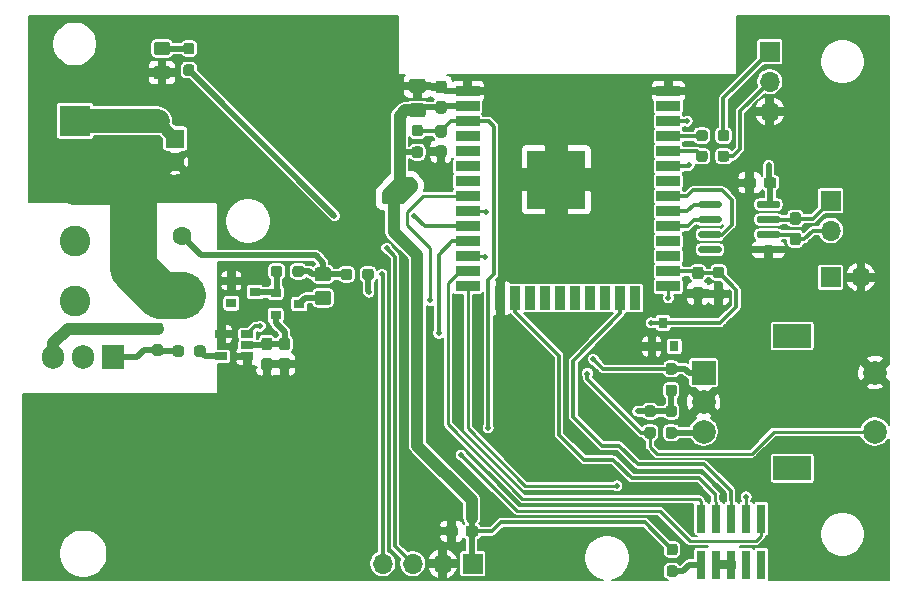
<source format=gbr>
%TF.GenerationSoftware,KiCad,Pcbnew,(5.1.10)-1*%
%TF.CreationDate,2021-10-19T15:37:19+02:00*%
%TF.ProjectId,OpenHeat,4f70656e-4865-4617-942e-6b696361645f,1.0*%
%TF.SameCoordinates,Original*%
%TF.FileFunction,Copper,L1,Top*%
%TF.FilePolarity,Positive*%
%FSLAX46Y46*%
G04 Gerber Fmt 4.6, Leading zero omitted, Abs format (unit mm)*
G04 Created by KiCad (PCBNEW (5.1.10)-1) date 2021-10-19 15:37:19*
%MOMM*%
%LPD*%
G01*
G04 APERTURE LIST*
%TA.AperFunction,ComponentPad*%
%ADD10O,1.905000X2.000000*%
%TD*%
%TA.AperFunction,ComponentPad*%
%ADD11R,1.905000X2.000000*%
%TD*%
%TA.AperFunction,SMDPad,CuDef*%
%ADD12R,2.000000X0.900000*%
%TD*%
%TA.AperFunction,SMDPad,CuDef*%
%ADD13R,0.900000X2.000000*%
%TD*%
%TA.AperFunction,SMDPad,CuDef*%
%ADD14R,5.000000X5.000000*%
%TD*%
%TA.AperFunction,SMDPad,CuDef*%
%ADD15R,1.060000X0.650000*%
%TD*%
%TA.AperFunction,ComponentPad*%
%ADD16R,2.000000X2.000000*%
%TD*%
%TA.AperFunction,ComponentPad*%
%ADD17C,2.000000*%
%TD*%
%TA.AperFunction,ComponentPad*%
%ADD18R,3.200000X2.000000*%
%TD*%
%TA.AperFunction,SMDPad,CuDef*%
%ADD19R,0.900000X0.800000*%
%TD*%
%TA.AperFunction,ComponentPad*%
%ADD20O,1.700000X1.700000*%
%TD*%
%TA.AperFunction,ComponentPad*%
%ADD21R,1.700000X1.700000*%
%TD*%
%TA.AperFunction,SMDPad,CuDef*%
%ADD22R,0.740000X2.400000*%
%TD*%
%TA.AperFunction,ComponentPad*%
%ADD23C,2.600000*%
%TD*%
%TA.AperFunction,ComponentPad*%
%ADD24R,2.600000X2.600000*%
%TD*%
%TA.AperFunction,SMDPad,CuDef*%
%ADD25R,0.800000X0.900000*%
%TD*%
%TA.AperFunction,ComponentPad*%
%ADD26C,1.600000*%
%TD*%
%TA.AperFunction,ComponentPad*%
%ADD27R,1.600000X1.600000*%
%TD*%
%TA.AperFunction,ViaPad*%
%ADD28C,0.500000*%
%TD*%
%TA.AperFunction,Conductor*%
%ADD29C,1.000000*%
%TD*%
%TA.AperFunction,Conductor*%
%ADD30C,4.000000*%
%TD*%
%TA.AperFunction,Conductor*%
%ADD31C,2.000000*%
%TD*%
%TA.AperFunction,Conductor*%
%ADD32C,0.500000*%
%TD*%
%TA.AperFunction,Conductor*%
%ADD33C,0.300000*%
%TD*%
%TA.AperFunction,Conductor*%
%ADD34C,0.250000*%
%TD*%
%TA.AperFunction,Conductor*%
%ADD35C,0.254000*%
%TD*%
%TA.AperFunction,Conductor*%
%ADD36C,0.100000*%
%TD*%
%TA.AperFunction,Conductor*%
%ADD37C,0.200000*%
%TD*%
G04 APERTURE END LIST*
D10*
%TO.P,Q2,3*%
%TO.N,GND*%
X103170000Y-130000000D03*
%TO.P,Q2,2*%
%TO.N,Net-(D4-Pad2)*%
X105710000Y-130000000D03*
D11*
%TO.P,Q2,1*%
%TO.N,Net-(Q2-Pad1)*%
X108250000Y-130000000D03*
%TD*%
%TO.P,U4,8*%
%TO.N,N/C*%
%TA.AperFunction,SMDPad,CuDef*%
G36*
G01*
X159750000Y-120755000D02*
X159750000Y-121055000D01*
G75*
G02*
X159600000Y-121205000I-150000J0D01*
G01*
X157950000Y-121205000D01*
G75*
G02*
X157800000Y-121055000I0J150000D01*
G01*
X157800000Y-120755000D01*
G75*
G02*
X157950000Y-120605000I150000J0D01*
G01*
X159600000Y-120605000D01*
G75*
G02*
X159750000Y-120755000I0J-150000D01*
G01*
G37*
%TD.AperFunction*%
%TO.P,U4,7*%
%TO.N,/T_SO*%
%TA.AperFunction,SMDPad,CuDef*%
G36*
G01*
X159750000Y-119485000D02*
X159750000Y-119785000D01*
G75*
G02*
X159600000Y-119935000I-150000J0D01*
G01*
X157950000Y-119935000D01*
G75*
G02*
X157800000Y-119785000I0J150000D01*
G01*
X157800000Y-119485000D01*
G75*
G02*
X157950000Y-119335000I150000J0D01*
G01*
X159600000Y-119335000D01*
G75*
G02*
X159750000Y-119485000I0J-150000D01*
G01*
G37*
%TD.AperFunction*%
%TO.P,U4,6*%
%TO.N,/T_EN*%
%TA.AperFunction,SMDPad,CuDef*%
G36*
G01*
X159750000Y-118215000D02*
X159750000Y-118515000D01*
G75*
G02*
X159600000Y-118665000I-150000J0D01*
G01*
X157950000Y-118665000D01*
G75*
G02*
X157800000Y-118515000I0J150000D01*
G01*
X157800000Y-118215000D01*
G75*
G02*
X157950000Y-118065000I150000J0D01*
G01*
X159600000Y-118065000D01*
G75*
G02*
X159750000Y-118215000I0J-150000D01*
G01*
G37*
%TD.AperFunction*%
%TO.P,U4,5*%
%TO.N,/T_SCK*%
%TA.AperFunction,SMDPad,CuDef*%
G36*
G01*
X159750000Y-116945000D02*
X159750000Y-117245000D01*
G75*
G02*
X159600000Y-117395000I-150000J0D01*
G01*
X157950000Y-117395000D01*
G75*
G02*
X157800000Y-117245000I0J150000D01*
G01*
X157800000Y-116945000D01*
G75*
G02*
X157950000Y-116795000I150000J0D01*
G01*
X159600000Y-116795000D01*
G75*
G02*
X159750000Y-116945000I0J-150000D01*
G01*
G37*
%TD.AperFunction*%
%TO.P,U4,4*%
%TO.N,+3V3*%
%TA.AperFunction,SMDPad,CuDef*%
G36*
G01*
X164700000Y-116945000D02*
X164700000Y-117245000D01*
G75*
G02*
X164550000Y-117395000I-150000J0D01*
G01*
X162900000Y-117395000D01*
G75*
G02*
X162750000Y-117245000I0J150000D01*
G01*
X162750000Y-116945000D01*
G75*
G02*
X162900000Y-116795000I150000J0D01*
G01*
X164550000Y-116795000D01*
G75*
G02*
X164700000Y-116945000I0J-150000D01*
G01*
G37*
%TD.AperFunction*%
%TO.P,U4,3*%
%TO.N,Net-(C12-Pad2)*%
%TA.AperFunction,SMDPad,CuDef*%
G36*
G01*
X164700000Y-118215000D02*
X164700000Y-118515000D01*
G75*
G02*
X164550000Y-118665000I-150000J0D01*
G01*
X162900000Y-118665000D01*
G75*
G02*
X162750000Y-118515000I0J150000D01*
G01*
X162750000Y-118215000D01*
G75*
G02*
X162900000Y-118065000I150000J0D01*
G01*
X164550000Y-118065000D01*
G75*
G02*
X164700000Y-118215000I0J-150000D01*
G01*
G37*
%TD.AperFunction*%
%TO.P,U4,2*%
%TO.N,Net-(C12-Pad1)*%
%TA.AperFunction,SMDPad,CuDef*%
G36*
G01*
X164700000Y-119485000D02*
X164700000Y-119785000D01*
G75*
G02*
X164550000Y-119935000I-150000J0D01*
G01*
X162900000Y-119935000D01*
G75*
G02*
X162750000Y-119785000I0J150000D01*
G01*
X162750000Y-119485000D01*
G75*
G02*
X162900000Y-119335000I150000J0D01*
G01*
X164550000Y-119335000D01*
G75*
G02*
X164700000Y-119485000I0J-150000D01*
G01*
G37*
%TD.AperFunction*%
%TO.P,U4,1*%
%TO.N,GND*%
%TA.AperFunction,SMDPad,CuDef*%
G36*
G01*
X164700000Y-120755000D02*
X164700000Y-121055000D01*
G75*
G02*
X164550000Y-121205000I-150000J0D01*
G01*
X162900000Y-121205000D01*
G75*
G02*
X162750000Y-121055000I0J150000D01*
G01*
X162750000Y-120755000D01*
G75*
G02*
X162900000Y-120605000I150000J0D01*
G01*
X164550000Y-120605000D01*
G75*
G02*
X164700000Y-120755000I0J-150000D01*
G01*
G37*
%TD.AperFunction*%
%TD*%
D12*
%TO.P,U3,38*%
%TO.N,GND*%
X155250000Y-107495000D03*
%TO.P,U3,37*%
%TO.N,Net-(U3-Pad37)*%
X155250000Y-108765000D03*
%TO.P,U3,36*%
%TO.N,/OLED_SCL*%
X155250000Y-110035000D03*
%TO.P,U3,35*%
%TO.N,/TXD*%
X155250000Y-111305000D03*
%TO.P,U3,34*%
%TO.N,/RXD*%
X155250000Y-112575000D03*
%TO.P,U3,33*%
%TO.N,/OLED_SDA*%
X155250000Y-113845000D03*
%TO.P,U3,32*%
%TO.N,Net-(U3-Pad32)*%
X155250000Y-115115000D03*
%TO.P,U3,31*%
%TO.N,/T_SO*%
X155250000Y-116385000D03*
%TO.P,U3,30*%
%TO.N,/T_SCK*%
X155250000Y-117655000D03*
%TO.P,U3,29*%
%TO.N,/T_EN*%
X155250000Y-118925000D03*
%TO.P,U3,28*%
%TO.N,Net-(U3-Pad28)*%
X155250000Y-120195000D03*
%TO.P,U3,27*%
%TO.N,Net-(U3-Pad27)*%
X155250000Y-121465000D03*
%TO.P,U3,26*%
%TO.N,Net-(C10-Pad1)*%
X155250000Y-122735000D03*
%TO.P,U3,25*%
%TO.N,/GPIO0*%
X155250000Y-124005000D03*
D13*
%TO.P,U3,24*%
%TO.N,Net-(U3-Pad24)*%
X152465000Y-125005000D03*
%TO.P,U3,23*%
%TO.N,/MTDO*%
X151195000Y-125005000D03*
%TO.P,U3,22*%
%TO.N,Net-(U3-Pad22)*%
X149925000Y-125005000D03*
%TO.P,U3,21*%
%TO.N,Net-(U3-Pad21)*%
X148655000Y-125005000D03*
%TO.P,U3,20*%
%TO.N,Net-(U3-Pad20)*%
X147385000Y-125005000D03*
%TO.P,U3,19*%
%TO.N,Net-(U3-Pad19)*%
X146115000Y-125005000D03*
%TO.P,U3,18*%
%TO.N,Net-(U3-Pad18)*%
X144845000Y-125005000D03*
%TO.P,U3,17*%
%TO.N,Net-(U3-Pad17)*%
X143575000Y-125005000D03*
%TO.P,U3,16*%
%TO.N,/MTCK*%
X142305000Y-125005000D03*
%TO.P,U3,15*%
%TO.N,GND*%
X141035000Y-125005000D03*
D12*
%TO.P,U3,14*%
%TO.N,/MTDI*%
X138250000Y-124005000D03*
%TO.P,U3,13*%
%TO.N,/MTMS*%
X138250000Y-122735000D03*
%TO.P,U3,12*%
%TO.N,/EC_A*%
X138250000Y-121465000D03*
%TO.P,U3,11*%
%TO.N,/HEAT_PWM*%
X138250000Y-120195000D03*
%TO.P,U3,10*%
%TO.N,Net-(R6-Pad1)*%
X138250000Y-118925000D03*
%TO.P,U3,9*%
%TO.N,Net-(R10-Pad2)*%
X138250000Y-117655000D03*
%TO.P,U3,8*%
%TO.N,/EC_B*%
X138250000Y-116385000D03*
%TO.P,U3,7*%
%TO.N,Net-(U3-Pad7)*%
X138250000Y-115115000D03*
%TO.P,U3,6*%
%TO.N,Net-(U3-Pad6)*%
X138250000Y-113845000D03*
%TO.P,U3,5*%
%TO.N,Net-(U3-Pad5)*%
X138250000Y-112575000D03*
%TO.P,U3,4*%
%TO.N,Net-(U3-Pad4)*%
X138250000Y-111305000D03*
%TO.P,U3,3*%
%TO.N,/ESP_EN*%
X138250000Y-110035000D03*
%TO.P,U3,2*%
%TO.N,+3V3*%
X138250000Y-108765000D03*
%TO.P,U3,1*%
%TO.N,GND*%
X138250000Y-107495000D03*
D14*
%TO.P,U3,39*%
X145750000Y-114995000D03*
%TD*%
D15*
%TO.P,U2,5*%
%TO.N,Net-(R2-Pad2)*%
X117400000Y-129950000D03*
%TO.P,U2,4*%
%TO.N,GND*%
X117400000Y-128050000D03*
%TO.P,U2,3*%
%TO.N,/HEAT_PWM*%
X119600000Y-128050000D03*
%TO.P,U2,2*%
%TO.N,Net-(C4-Pad1)*%
X119600000Y-129000000D03*
%TO.P,U2,1*%
%TO.N,GND*%
X119600000Y-129950000D03*
%TD*%
D16*
%TO.P,SW1,A*%
%TO.N,/EC_A*%
X158242000Y-131318000D03*
D17*
%TO.P,SW1,C*%
%TO.N,GND*%
X158242000Y-133818000D03*
%TO.P,SW1,B*%
%TO.N,/EC_B*%
X158242000Y-136318000D03*
D18*
%TO.P,SW1,MP*%
%TO.N,N/C*%
X165742000Y-128218000D03*
X165742000Y-139418000D03*
D17*
%TO.P,SW1,S2*%
%TO.N,GND*%
X172742000Y-131318000D03*
%TO.P,SW1,S1*%
%TO.N,Net-(R10-Pad2)*%
X172742000Y-136318000D03*
%TD*%
%TO.P,R14,2*%
%TO.N,Net-(J2-Pad1)*%
%TA.AperFunction,SMDPad,CuDef*%
G36*
G01*
X155330500Y-147636500D02*
X155805500Y-147636500D01*
G75*
G02*
X156043000Y-147874000I0J-237500D01*
G01*
X156043000Y-148374000D01*
G75*
G02*
X155805500Y-148611500I-237500J0D01*
G01*
X155330500Y-148611500D01*
G75*
G02*
X155093000Y-148374000I0J237500D01*
G01*
X155093000Y-147874000D01*
G75*
G02*
X155330500Y-147636500I237500J0D01*
G01*
G37*
%TD.AperFunction*%
%TO.P,R14,1*%
%TO.N,+3V3*%
%TA.AperFunction,SMDPad,CuDef*%
G36*
G01*
X155330500Y-145811500D02*
X155805500Y-145811500D01*
G75*
G02*
X156043000Y-146049000I0J-237500D01*
G01*
X156043000Y-146549000D01*
G75*
G02*
X155805500Y-146786500I-237500J0D01*
G01*
X155330500Y-146786500D01*
G75*
G02*
X155093000Y-146549000I0J237500D01*
G01*
X155093000Y-146049000D01*
G75*
G02*
X155330500Y-145811500I237500J0D01*
G01*
G37*
%TD.AperFunction*%
%TD*%
%TO.P,R13,2*%
%TO.N,/RXD*%
%TA.AperFunction,SMDPad,CuDef*%
G36*
G01*
X158575000Y-112762500D02*
X158575000Y-113237500D01*
G75*
G02*
X158337500Y-113475000I-237500J0D01*
G01*
X157837500Y-113475000D01*
G75*
G02*
X157600000Y-113237500I0J237500D01*
G01*
X157600000Y-112762500D01*
G75*
G02*
X157837500Y-112525000I237500J0D01*
G01*
X158337500Y-112525000D01*
G75*
G02*
X158575000Y-112762500I0J-237500D01*
G01*
G37*
%TD.AperFunction*%
%TO.P,R13,1*%
%TO.N,Net-(J4-Pad2)*%
%TA.AperFunction,SMDPad,CuDef*%
G36*
G01*
X160400000Y-112762500D02*
X160400000Y-113237500D01*
G75*
G02*
X160162500Y-113475000I-237500J0D01*
G01*
X159662500Y-113475000D01*
G75*
G02*
X159425000Y-113237500I0J237500D01*
G01*
X159425000Y-112762500D01*
G75*
G02*
X159662500Y-112525000I237500J0D01*
G01*
X160162500Y-112525000D01*
G75*
G02*
X160400000Y-112762500I0J-237500D01*
G01*
G37*
%TD.AperFunction*%
%TD*%
%TO.P,R12,2*%
%TO.N,/TXD*%
%TA.AperFunction,SMDPad,CuDef*%
G36*
G01*
X158575000Y-111012500D02*
X158575000Y-111487500D01*
G75*
G02*
X158337500Y-111725000I-237500J0D01*
G01*
X157837500Y-111725000D01*
G75*
G02*
X157600000Y-111487500I0J237500D01*
G01*
X157600000Y-111012500D01*
G75*
G02*
X157837500Y-110775000I237500J0D01*
G01*
X158337500Y-110775000D01*
G75*
G02*
X158575000Y-111012500I0J-237500D01*
G01*
G37*
%TD.AperFunction*%
%TO.P,R12,1*%
%TO.N,Net-(J4-Pad1)*%
%TA.AperFunction,SMDPad,CuDef*%
G36*
G01*
X160400000Y-111012500D02*
X160400000Y-111487500D01*
G75*
G02*
X160162500Y-111725000I-237500J0D01*
G01*
X159662500Y-111725000D01*
G75*
G02*
X159425000Y-111487500I0J237500D01*
G01*
X159425000Y-111012500D01*
G75*
G02*
X159662500Y-110775000I237500J0D01*
G01*
X160162500Y-110775000D01*
G75*
G02*
X160400000Y-111012500I0J-237500D01*
G01*
G37*
%TD.AperFunction*%
%TD*%
%TO.P,R11,2*%
%TO.N,Net-(C10-Pad1)*%
%TA.AperFunction,SMDPad,CuDef*%
G36*
G01*
X129337500Y-123237500D02*
X129337500Y-122762500D01*
G75*
G02*
X129575000Y-122525000I237500J0D01*
G01*
X130075000Y-122525000D01*
G75*
G02*
X130312500Y-122762500I0J-237500D01*
G01*
X130312500Y-123237500D01*
G75*
G02*
X130075000Y-123475000I-237500J0D01*
G01*
X129575000Y-123475000D01*
G75*
G02*
X129337500Y-123237500I0J237500D01*
G01*
G37*
%TD.AperFunction*%
%TO.P,R11,1*%
%TO.N,+24V*%
%TA.AperFunction,SMDPad,CuDef*%
G36*
G01*
X127512500Y-123237500D02*
X127512500Y-122762500D01*
G75*
G02*
X127750000Y-122525000I237500J0D01*
G01*
X128250000Y-122525000D01*
G75*
G02*
X128487500Y-122762500I0J-237500D01*
G01*
X128487500Y-123237500D01*
G75*
G02*
X128250000Y-123475000I-237500J0D01*
G01*
X127750000Y-123475000D01*
G75*
G02*
X127512500Y-123237500I0J237500D01*
G01*
G37*
%TD.AperFunction*%
%TD*%
%TO.P,R10,2*%
%TO.N,Net-(R10-Pad2)*%
%TA.AperFunction,SMDPad,CuDef*%
G36*
G01*
X153462500Y-135925000D02*
X153937500Y-135925000D01*
G75*
G02*
X154175000Y-136162500I0J-237500D01*
G01*
X154175000Y-136662500D01*
G75*
G02*
X153937500Y-136900000I-237500J0D01*
G01*
X153462500Y-136900000D01*
G75*
G02*
X153225000Y-136662500I0J237500D01*
G01*
X153225000Y-136162500D01*
G75*
G02*
X153462500Y-135925000I237500J0D01*
G01*
G37*
%TD.AperFunction*%
%TO.P,R10,1*%
%TO.N,+3V3*%
%TA.AperFunction,SMDPad,CuDef*%
G36*
G01*
X153462500Y-134100000D02*
X153937500Y-134100000D01*
G75*
G02*
X154175000Y-134337500I0J-237500D01*
G01*
X154175000Y-134837500D01*
G75*
G02*
X153937500Y-135075000I-237500J0D01*
G01*
X153462500Y-135075000D01*
G75*
G02*
X153225000Y-134837500I0J237500D01*
G01*
X153225000Y-134337500D01*
G75*
G02*
X153462500Y-134100000I237500J0D01*
G01*
G37*
%TD.AperFunction*%
%TD*%
%TO.P,R9,2*%
%TO.N,GND*%
%TA.AperFunction,SMDPad,CuDef*%
G36*
G01*
X159262500Y-124175000D02*
X159737500Y-124175000D01*
G75*
G02*
X159975000Y-124412500I0J-237500D01*
G01*
X159975000Y-124912500D01*
G75*
G02*
X159737500Y-125150000I-237500J0D01*
G01*
X159262500Y-125150000D01*
G75*
G02*
X159025000Y-124912500I0J237500D01*
G01*
X159025000Y-124412500D01*
G75*
G02*
X159262500Y-124175000I237500J0D01*
G01*
G37*
%TD.AperFunction*%
%TO.P,R9,1*%
%TO.N,Net-(C10-Pad1)*%
%TA.AperFunction,SMDPad,CuDef*%
G36*
G01*
X159262500Y-122350000D02*
X159737500Y-122350000D01*
G75*
G02*
X159975000Y-122587500I0J-237500D01*
G01*
X159975000Y-123087500D01*
G75*
G02*
X159737500Y-123325000I-237500J0D01*
G01*
X159262500Y-123325000D01*
G75*
G02*
X159025000Y-123087500I0J237500D01*
G01*
X159025000Y-122587500D01*
G75*
G02*
X159262500Y-122350000I237500J0D01*
G01*
G37*
%TD.AperFunction*%
%TD*%
%TO.P,R8,2*%
%TO.N,/EC_A*%
%TA.AperFunction,SMDPad,CuDef*%
G36*
G01*
X155737500Y-131487500D02*
X155262500Y-131487500D01*
G75*
G02*
X155025000Y-131250000I0J237500D01*
G01*
X155025000Y-130750000D01*
G75*
G02*
X155262500Y-130512500I237500J0D01*
G01*
X155737500Y-130512500D01*
G75*
G02*
X155975000Y-130750000I0J-237500D01*
G01*
X155975000Y-131250000D01*
G75*
G02*
X155737500Y-131487500I-237500J0D01*
G01*
G37*
%TD.AperFunction*%
%TO.P,R8,1*%
%TO.N,+3V3*%
%TA.AperFunction,SMDPad,CuDef*%
G36*
G01*
X155737500Y-133312500D02*
X155262500Y-133312500D01*
G75*
G02*
X155025000Y-133075000I0J237500D01*
G01*
X155025000Y-132575000D01*
G75*
G02*
X155262500Y-132337500I237500J0D01*
G01*
X155737500Y-132337500D01*
G75*
G02*
X155975000Y-132575000I0J-237500D01*
G01*
X155975000Y-133075000D01*
G75*
G02*
X155737500Y-133312500I-237500J0D01*
G01*
G37*
%TD.AperFunction*%
%TD*%
%TO.P,R7,2*%
%TO.N,/EC_B*%
%TA.AperFunction,SMDPad,CuDef*%
G36*
G01*
X155262500Y-135925000D02*
X155737500Y-135925000D01*
G75*
G02*
X155975000Y-136162500I0J-237500D01*
G01*
X155975000Y-136662500D01*
G75*
G02*
X155737500Y-136900000I-237500J0D01*
G01*
X155262500Y-136900000D01*
G75*
G02*
X155025000Y-136662500I0J237500D01*
G01*
X155025000Y-136162500D01*
G75*
G02*
X155262500Y-135925000I237500J0D01*
G01*
G37*
%TD.AperFunction*%
%TO.P,R7,1*%
%TO.N,+3V3*%
%TA.AperFunction,SMDPad,CuDef*%
G36*
G01*
X155262500Y-134100000D02*
X155737500Y-134100000D01*
G75*
G02*
X155975000Y-134337500I0J-237500D01*
G01*
X155975000Y-134837500D01*
G75*
G02*
X155737500Y-135075000I-237500J0D01*
G01*
X155262500Y-135075000D01*
G75*
G02*
X155025000Y-134837500I0J237500D01*
G01*
X155025000Y-134337500D01*
G75*
G02*
X155262500Y-134100000I237500J0D01*
G01*
G37*
%TD.AperFunction*%
%TD*%
%TO.P,R6,2*%
%TO.N,Net-(D2-Pad2)*%
%TA.AperFunction,SMDPad,CuDef*%
G36*
G01*
X114887500Y-104373500D02*
X114412500Y-104373500D01*
G75*
G02*
X114175000Y-104136000I0J237500D01*
G01*
X114175000Y-103636000D01*
G75*
G02*
X114412500Y-103398500I237500J0D01*
G01*
X114887500Y-103398500D01*
G75*
G02*
X115125000Y-103636000I0J-237500D01*
G01*
X115125000Y-104136000D01*
G75*
G02*
X114887500Y-104373500I-237500J0D01*
G01*
G37*
%TD.AperFunction*%
%TO.P,R6,1*%
%TO.N,Net-(R6-Pad1)*%
%TA.AperFunction,SMDPad,CuDef*%
G36*
G01*
X114887500Y-106198500D02*
X114412500Y-106198500D01*
G75*
G02*
X114175000Y-105961000I0J237500D01*
G01*
X114175000Y-105461000D01*
G75*
G02*
X114412500Y-105223500I237500J0D01*
G01*
X114887500Y-105223500D01*
G75*
G02*
X115125000Y-105461000I0J-237500D01*
G01*
X115125000Y-105961000D01*
G75*
G02*
X114887500Y-106198500I-237500J0D01*
G01*
G37*
%TD.AperFunction*%
%TD*%
%TO.P,R5,2*%
%TO.N,Net-(D1-Pad1)*%
%TA.AperFunction,SMDPad,CuDef*%
G36*
G01*
X122575000Y-122512500D02*
X122575000Y-122987500D01*
G75*
G02*
X122337500Y-123225000I-237500J0D01*
G01*
X121837500Y-123225000D01*
G75*
G02*
X121600000Y-122987500I0J237500D01*
G01*
X121600000Y-122512500D01*
G75*
G02*
X121837500Y-122275000I237500J0D01*
G01*
X122337500Y-122275000D01*
G75*
G02*
X122575000Y-122512500I0J-237500D01*
G01*
G37*
%TD.AperFunction*%
%TO.P,R5,1*%
%TO.N,+24V*%
%TA.AperFunction,SMDPad,CuDef*%
G36*
G01*
X124400000Y-122512500D02*
X124400000Y-122987500D01*
G75*
G02*
X124162500Y-123225000I-237500J0D01*
G01*
X123662500Y-123225000D01*
G75*
G02*
X123425000Y-122987500I0J237500D01*
G01*
X123425000Y-122512500D01*
G75*
G02*
X123662500Y-122275000I237500J0D01*
G01*
X124162500Y-122275000D01*
G75*
G02*
X124400000Y-122512500I0J-237500D01*
G01*
G37*
%TD.AperFunction*%
%TD*%
%TO.P,R4,2*%
%TO.N,GND*%
%TA.AperFunction,SMDPad,CuDef*%
G36*
G01*
X112237500Y-128075000D02*
X111762500Y-128075000D01*
G75*
G02*
X111525000Y-127837500I0J237500D01*
G01*
X111525000Y-127337500D01*
G75*
G02*
X111762500Y-127100000I237500J0D01*
G01*
X112237500Y-127100000D01*
G75*
G02*
X112475000Y-127337500I0J-237500D01*
G01*
X112475000Y-127837500D01*
G75*
G02*
X112237500Y-128075000I-237500J0D01*
G01*
G37*
%TD.AperFunction*%
%TO.P,R4,1*%
%TO.N,Net-(Q2-Pad1)*%
%TA.AperFunction,SMDPad,CuDef*%
G36*
G01*
X112237500Y-129900000D02*
X111762500Y-129900000D01*
G75*
G02*
X111525000Y-129662500I0J237500D01*
G01*
X111525000Y-129162500D01*
G75*
G02*
X111762500Y-128925000I237500J0D01*
G01*
X112237500Y-128925000D01*
G75*
G02*
X112475000Y-129162500I0J-237500D01*
G01*
X112475000Y-129662500D01*
G75*
G02*
X112237500Y-129900000I-237500J0D01*
G01*
G37*
%TD.AperFunction*%
%TD*%
%TO.P,R3,2*%
%TO.N,Net-(Q1-Pad3)*%
%TA.AperFunction,SMDPad,CuDef*%
G36*
G01*
X125549999Y-124400000D02*
X126450001Y-124400000D01*
G75*
G02*
X126700000Y-124649999I0J-249999D01*
G01*
X126700000Y-125350001D01*
G75*
G02*
X126450001Y-125600000I-249999J0D01*
G01*
X125549999Y-125600000D01*
G75*
G02*
X125300000Y-125350001I0J249999D01*
G01*
X125300000Y-124649999D01*
G75*
G02*
X125549999Y-124400000I249999J0D01*
G01*
G37*
%TD.AperFunction*%
%TO.P,R3,1*%
%TO.N,+24V*%
%TA.AperFunction,SMDPad,CuDef*%
G36*
G01*
X125549999Y-122400000D02*
X126450001Y-122400000D01*
G75*
G02*
X126700000Y-122649999I0J-249999D01*
G01*
X126700000Y-123350001D01*
G75*
G02*
X126450001Y-123600000I-249999J0D01*
G01*
X125549999Y-123600000D01*
G75*
G02*
X125300000Y-123350001I0J249999D01*
G01*
X125300000Y-122649999D01*
G75*
G02*
X125549999Y-122400000I249999J0D01*
G01*
G37*
%TD.AperFunction*%
%TD*%
%TO.P,R2,2*%
%TO.N,Net-(R2-Pad2)*%
%TA.AperFunction,SMDPad,CuDef*%
G36*
G01*
X115087500Y-129737500D02*
X115087500Y-129262500D01*
G75*
G02*
X115325000Y-129025000I237500J0D01*
G01*
X115825000Y-129025000D01*
G75*
G02*
X116062500Y-129262500I0J-237500D01*
G01*
X116062500Y-129737500D01*
G75*
G02*
X115825000Y-129975000I-237500J0D01*
G01*
X115325000Y-129975000D01*
G75*
G02*
X115087500Y-129737500I0J237500D01*
G01*
G37*
%TD.AperFunction*%
%TO.P,R2,1*%
%TO.N,Net-(Q2-Pad1)*%
%TA.AperFunction,SMDPad,CuDef*%
G36*
G01*
X113262500Y-129737500D02*
X113262500Y-129262500D01*
G75*
G02*
X113500000Y-129025000I237500J0D01*
G01*
X114000000Y-129025000D01*
G75*
G02*
X114237500Y-129262500I0J-237500D01*
G01*
X114237500Y-129737500D01*
G75*
G02*
X114000000Y-129975000I-237500J0D01*
G01*
X113500000Y-129975000D01*
G75*
G02*
X113262500Y-129737500I0J237500D01*
G01*
G37*
%TD.AperFunction*%
%TD*%
%TO.P,R1,2*%
%TO.N,/ESP_EN*%
%TA.AperFunction,SMDPad,CuDef*%
G36*
G01*
X134237500Y-111325000D02*
X133762500Y-111325000D01*
G75*
G02*
X133525000Y-111087500I0J237500D01*
G01*
X133525000Y-110587500D01*
G75*
G02*
X133762500Y-110350000I237500J0D01*
G01*
X134237500Y-110350000D01*
G75*
G02*
X134475000Y-110587500I0J-237500D01*
G01*
X134475000Y-111087500D01*
G75*
G02*
X134237500Y-111325000I-237500J0D01*
G01*
G37*
%TD.AperFunction*%
%TO.P,R1,1*%
%TO.N,+3V3*%
%TA.AperFunction,SMDPad,CuDef*%
G36*
G01*
X134237500Y-113150000D02*
X133762500Y-113150000D01*
G75*
G02*
X133525000Y-112912500I0J237500D01*
G01*
X133525000Y-112412500D01*
G75*
G02*
X133762500Y-112175000I237500J0D01*
G01*
X134237500Y-112175000D01*
G75*
G02*
X134475000Y-112412500I0J-237500D01*
G01*
X134475000Y-112912500D01*
G75*
G02*
X134237500Y-113150000I-237500J0D01*
G01*
G37*
%TD.AperFunction*%
%TD*%
D19*
%TO.P,Q1,3*%
%TO.N,Net-(Q1-Pad3)*%
X124000000Y-125500000D03*
%TO.P,Q1,2*%
%TO.N,Net-(C4-Pad1)*%
X122000000Y-126450000D03*
%TO.P,Q1,1*%
%TO.N,Net-(D1-Pad1)*%
X122000000Y-124550000D03*
%TD*%
D20*
%TO.P,JP1,2*%
%TO.N,GND*%
X171540000Y-123250000D03*
D21*
%TO.P,JP1,1*%
%TO.N,/GPIO0*%
X169000000Y-123250000D03*
%TD*%
D20*
%TO.P,J5,2*%
%TO.N,Net-(C12-Pad1)*%
X169000000Y-119290000D03*
D21*
%TO.P,J5,1*%
%TO.N,Net-(C12-Pad2)*%
X169000000Y-116750000D03*
%TD*%
D20*
%TO.P,J4,3*%
%TO.N,GND*%
X163830000Y-109220000D03*
%TO.P,J4,2*%
%TO.N,Net-(J4-Pad2)*%
X163830000Y-106680000D03*
D21*
%TO.P,J4,1*%
%TO.N,Net-(J4-Pad1)*%
X163830000Y-104140000D03*
%TD*%
D20*
%TO.P,J3,4*%
%TO.N,/OLED_SDA*%
X131064000Y-147500000D03*
%TO.P,J3,3*%
%TO.N,/OLED_SCL*%
X133604000Y-147500000D03*
%TO.P,J3,2*%
%TO.N,GND*%
X136144000Y-147500000D03*
D21*
%TO.P,J3,1*%
%TO.N,+3V3*%
X138684000Y-147500000D03*
%TD*%
D22*
%TO.P,J2,10*%
%TO.N,/ESP_EN*%
X163108000Y-143674000D03*
%TO.P,J2,9*%
%TO.N,Net-(J2-Pad9)*%
X163108000Y-147574000D03*
%TO.P,J2,8*%
%TO.N,/MTDI*%
X161838000Y-143674000D03*
%TO.P,J2,7*%
%TO.N,Net-(J2-Pad7)*%
X161838000Y-147574000D03*
%TO.P,J2,6*%
%TO.N,/MTDO*%
X160568000Y-143674000D03*
%TO.P,J2,5*%
%TO.N,GND*%
X160568000Y-147574000D03*
%TO.P,J2,4*%
%TO.N,/MTCK*%
X159298000Y-143674000D03*
%TO.P,J2,3*%
%TO.N,GND*%
X159298000Y-147574000D03*
%TO.P,J2,2*%
%TO.N,/MTMS*%
X158028000Y-143674000D03*
%TO.P,J2,1*%
%TO.N,Net-(J2-Pad1)*%
X158028000Y-147574000D03*
%TD*%
D23*
%TO.P,J1,4*%
%TO.N,Net-(D4-Pad2)*%
X105000000Y-125240000D03*
%TO.P,J1,3*%
%TO.N,+24V*%
X105000000Y-120160000D03*
%TO.P,J1,2*%
%TO.N,GND*%
X105000000Y-115080000D03*
D24*
%TO.P,J1,1*%
%TO.N,+24V*%
X105000000Y-110000000D03*
%TD*%
D25*
%TO.P,D3,1*%
%TO.N,Net-(C10-Pad1)*%
X154800000Y-127100000D03*
%TO.P,D3,*%
%TO.N,*%
X155750000Y-129100000D03*
%TO.P,D3,2*%
%TO.N,GND*%
X153850000Y-129100000D03*
%TD*%
%TO.P,D2,2*%
%TO.N,Net-(D2-Pad2)*%
%TA.AperFunction,SMDPad,CuDef*%
G36*
G01*
X112814001Y-104452000D02*
X111913999Y-104452000D01*
G75*
G02*
X111664000Y-104202001I0J249999D01*
G01*
X111664000Y-103551999D01*
G75*
G02*
X111913999Y-103302000I249999J0D01*
G01*
X112814001Y-103302000D01*
G75*
G02*
X113064000Y-103551999I0J-249999D01*
G01*
X113064000Y-104202001D01*
G75*
G02*
X112814001Y-104452000I-249999J0D01*
G01*
G37*
%TD.AperFunction*%
%TO.P,D2,1*%
%TO.N,GND*%
%TA.AperFunction,SMDPad,CuDef*%
G36*
G01*
X112814001Y-106502000D02*
X111913999Y-106502000D01*
G75*
G02*
X111664000Y-106252001I0J249999D01*
G01*
X111664000Y-105601999D01*
G75*
G02*
X111913999Y-105352000I249999J0D01*
G01*
X112814001Y-105352000D01*
G75*
G02*
X113064000Y-105601999I0J-249999D01*
G01*
X113064000Y-106252001D01*
G75*
G02*
X112814001Y-106502000I-249999J0D01*
G01*
G37*
%TD.AperFunction*%
%TD*%
D19*
%TO.P,D1,1*%
%TO.N,Net-(D1-Pad1)*%
X120250000Y-124500000D03*
%TO.P,D1,*%
%TO.N,*%
X118250000Y-125450000D03*
%TO.P,D1,2*%
%TO.N,GND*%
X118250000Y-123550000D03*
%TD*%
%TO.P,C13,2*%
%TO.N,+3V3*%
%TA.AperFunction,SMDPad,CuDef*%
G36*
G01*
X138075000Y-144987500D02*
X138075000Y-144512500D01*
G75*
G02*
X138312500Y-144275000I237500J0D01*
G01*
X138912500Y-144275000D01*
G75*
G02*
X139150000Y-144512500I0J-237500D01*
G01*
X139150000Y-144987500D01*
G75*
G02*
X138912500Y-145225000I-237500J0D01*
G01*
X138312500Y-145225000D01*
G75*
G02*
X138075000Y-144987500I0J237500D01*
G01*
G37*
%TD.AperFunction*%
%TO.P,C13,1*%
%TO.N,GND*%
%TA.AperFunction,SMDPad,CuDef*%
G36*
G01*
X136350000Y-144987500D02*
X136350000Y-144512500D01*
G75*
G02*
X136587500Y-144275000I237500J0D01*
G01*
X137187500Y-144275000D01*
G75*
G02*
X137425000Y-144512500I0J-237500D01*
G01*
X137425000Y-144987500D01*
G75*
G02*
X137187500Y-145225000I-237500J0D01*
G01*
X136587500Y-145225000D01*
G75*
G02*
X136350000Y-144987500I0J237500D01*
G01*
G37*
%TD.AperFunction*%
%TD*%
%TO.P,C12,2*%
%TO.N,Net-(C12-Pad2)*%
%TA.AperFunction,SMDPad,CuDef*%
G36*
G01*
X166237500Y-118812500D02*
X165762500Y-118812500D01*
G75*
G02*
X165525000Y-118575000I0J237500D01*
G01*
X165525000Y-117975000D01*
G75*
G02*
X165762500Y-117737500I237500J0D01*
G01*
X166237500Y-117737500D01*
G75*
G02*
X166475000Y-117975000I0J-237500D01*
G01*
X166475000Y-118575000D01*
G75*
G02*
X166237500Y-118812500I-237500J0D01*
G01*
G37*
%TD.AperFunction*%
%TO.P,C12,1*%
%TO.N,Net-(C12-Pad1)*%
%TA.AperFunction,SMDPad,CuDef*%
G36*
G01*
X166237500Y-120537500D02*
X165762500Y-120537500D01*
G75*
G02*
X165525000Y-120300000I0J237500D01*
G01*
X165525000Y-119700000D01*
G75*
G02*
X165762500Y-119462500I237500J0D01*
G01*
X166237500Y-119462500D01*
G75*
G02*
X166475000Y-119700000I0J-237500D01*
G01*
X166475000Y-120300000D01*
G75*
G02*
X166237500Y-120537500I-237500J0D01*
G01*
G37*
%TD.AperFunction*%
%TD*%
%TO.P,C11,2*%
%TO.N,GND*%
%TA.AperFunction,SMDPad,CuDef*%
G36*
G01*
X162675000Y-115012500D02*
X162675000Y-115487500D01*
G75*
G02*
X162437500Y-115725000I-237500J0D01*
G01*
X161837500Y-115725000D01*
G75*
G02*
X161600000Y-115487500I0J237500D01*
G01*
X161600000Y-115012500D01*
G75*
G02*
X161837500Y-114775000I237500J0D01*
G01*
X162437500Y-114775000D01*
G75*
G02*
X162675000Y-115012500I0J-237500D01*
G01*
G37*
%TD.AperFunction*%
%TO.P,C11,1*%
%TO.N,+3V3*%
%TA.AperFunction,SMDPad,CuDef*%
G36*
G01*
X164400000Y-115012500D02*
X164400000Y-115487500D01*
G75*
G02*
X164162500Y-115725000I-237500J0D01*
G01*
X163562500Y-115725000D01*
G75*
G02*
X163325000Y-115487500I0J237500D01*
G01*
X163325000Y-115012500D01*
G75*
G02*
X163562500Y-114775000I237500J0D01*
G01*
X164162500Y-114775000D01*
G75*
G02*
X164400000Y-115012500I0J-237500D01*
G01*
G37*
%TD.AperFunction*%
%TD*%
%TO.P,C10,2*%
%TO.N,GND*%
%TA.AperFunction,SMDPad,CuDef*%
G36*
G01*
X157512500Y-124075000D02*
X157987500Y-124075000D01*
G75*
G02*
X158225000Y-124312500I0J-237500D01*
G01*
X158225000Y-124912500D01*
G75*
G02*
X157987500Y-125150000I-237500J0D01*
G01*
X157512500Y-125150000D01*
G75*
G02*
X157275000Y-124912500I0J237500D01*
G01*
X157275000Y-124312500D01*
G75*
G02*
X157512500Y-124075000I237500J0D01*
G01*
G37*
%TD.AperFunction*%
%TO.P,C10,1*%
%TO.N,Net-(C10-Pad1)*%
%TA.AperFunction,SMDPad,CuDef*%
G36*
G01*
X157512500Y-122350000D02*
X157987500Y-122350000D01*
G75*
G02*
X158225000Y-122587500I0J-237500D01*
G01*
X158225000Y-123187500D01*
G75*
G02*
X157987500Y-123425000I-237500J0D01*
G01*
X157512500Y-123425000D01*
G75*
G02*
X157275000Y-123187500I0J237500D01*
G01*
X157275000Y-122587500D01*
G75*
G02*
X157512500Y-122350000I237500J0D01*
G01*
G37*
%TD.AperFunction*%
%TD*%
D26*
%TO.P,C9,2*%
%TO.N,+24V*%
X114046000Y-119750000D03*
%TO.P,C9,1*%
%TO.N,GND*%
X114046000Y-124750000D03*
%TD*%
%TO.P,C8,2*%
%TO.N,+3V3*%
%TA.AperFunction,SMDPad,CuDef*%
G36*
G01*
X133525000Y-108523200D02*
X134475000Y-108523200D01*
G75*
G02*
X134725000Y-108773200I0J-250000D01*
G01*
X134725000Y-109448200D01*
G75*
G02*
X134475000Y-109698200I-250000J0D01*
G01*
X133525000Y-109698200D01*
G75*
G02*
X133275000Y-109448200I0J250000D01*
G01*
X133275000Y-108773200D01*
G75*
G02*
X133525000Y-108523200I250000J0D01*
G01*
G37*
%TD.AperFunction*%
%TO.P,C8,1*%
%TO.N,GND*%
%TA.AperFunction,SMDPad,CuDef*%
G36*
G01*
X133525000Y-106448200D02*
X134475000Y-106448200D01*
G75*
G02*
X134725000Y-106698200I0J-250000D01*
G01*
X134725000Y-107373200D01*
G75*
G02*
X134475000Y-107623200I-250000J0D01*
G01*
X133525000Y-107623200D01*
G75*
G02*
X133275000Y-107373200I0J250000D01*
G01*
X133275000Y-106698200D01*
G75*
G02*
X133525000Y-106448200I250000J0D01*
G01*
G37*
%TD.AperFunction*%
%TD*%
%TO.P,C7,2*%
%TO.N,GND*%
%TA.AperFunction,SMDPad,CuDef*%
G36*
G01*
X136237500Y-107675000D02*
X135762500Y-107675000D01*
G75*
G02*
X135525000Y-107437500I0J237500D01*
G01*
X135525000Y-106837500D01*
G75*
G02*
X135762500Y-106600000I237500J0D01*
G01*
X136237500Y-106600000D01*
G75*
G02*
X136475000Y-106837500I0J-237500D01*
G01*
X136475000Y-107437500D01*
G75*
G02*
X136237500Y-107675000I-237500J0D01*
G01*
G37*
%TD.AperFunction*%
%TO.P,C7,1*%
%TO.N,+3V3*%
%TA.AperFunction,SMDPad,CuDef*%
G36*
G01*
X136237500Y-109400000D02*
X135762500Y-109400000D01*
G75*
G02*
X135525000Y-109162500I0J237500D01*
G01*
X135525000Y-108562500D01*
G75*
G02*
X135762500Y-108325000I237500J0D01*
G01*
X136237500Y-108325000D01*
G75*
G02*
X136475000Y-108562500I0J-237500D01*
G01*
X136475000Y-109162500D01*
G75*
G02*
X136237500Y-109400000I-237500J0D01*
G01*
G37*
%TD.AperFunction*%
%TD*%
%TO.P,C6,2*%
%TO.N,GND*%
%TA.AperFunction,SMDPad,CuDef*%
G36*
G01*
X122512500Y-130075000D02*
X122987500Y-130075000D01*
G75*
G02*
X123225000Y-130312500I0J-237500D01*
G01*
X123225000Y-130912500D01*
G75*
G02*
X122987500Y-131150000I-237500J0D01*
G01*
X122512500Y-131150000D01*
G75*
G02*
X122275000Y-130912500I0J237500D01*
G01*
X122275000Y-130312500D01*
G75*
G02*
X122512500Y-130075000I237500J0D01*
G01*
G37*
%TD.AperFunction*%
%TO.P,C6,1*%
%TO.N,Net-(C4-Pad1)*%
%TA.AperFunction,SMDPad,CuDef*%
G36*
G01*
X122512500Y-128350000D02*
X122987500Y-128350000D01*
G75*
G02*
X123225000Y-128587500I0J-237500D01*
G01*
X123225000Y-129187500D01*
G75*
G02*
X122987500Y-129425000I-237500J0D01*
G01*
X122512500Y-129425000D01*
G75*
G02*
X122275000Y-129187500I0J237500D01*
G01*
X122275000Y-128587500D01*
G75*
G02*
X122512500Y-128350000I237500J0D01*
G01*
G37*
%TD.AperFunction*%
%TD*%
%TO.P,C5,2*%
%TO.N,GND*%
%TA.AperFunction,SMDPad,CuDef*%
G36*
G01*
X135762500Y-112075000D02*
X136237500Y-112075000D01*
G75*
G02*
X136475000Y-112312500I0J-237500D01*
G01*
X136475000Y-112912500D01*
G75*
G02*
X136237500Y-113150000I-237500J0D01*
G01*
X135762500Y-113150000D01*
G75*
G02*
X135525000Y-112912500I0J237500D01*
G01*
X135525000Y-112312500D01*
G75*
G02*
X135762500Y-112075000I237500J0D01*
G01*
G37*
%TD.AperFunction*%
%TO.P,C5,1*%
%TO.N,/ESP_EN*%
%TA.AperFunction,SMDPad,CuDef*%
G36*
G01*
X135762500Y-110350000D02*
X136237500Y-110350000D01*
G75*
G02*
X136475000Y-110587500I0J-237500D01*
G01*
X136475000Y-111187500D01*
G75*
G02*
X136237500Y-111425000I-237500J0D01*
G01*
X135762500Y-111425000D01*
G75*
G02*
X135525000Y-111187500I0J237500D01*
G01*
X135525000Y-110587500D01*
G75*
G02*
X135762500Y-110350000I237500J0D01*
G01*
G37*
%TD.AperFunction*%
%TD*%
%TO.P,C4,2*%
%TO.N,GND*%
%TA.AperFunction,SMDPad,CuDef*%
G36*
G01*
X121012500Y-130075000D02*
X121487500Y-130075000D01*
G75*
G02*
X121725000Y-130312500I0J-237500D01*
G01*
X121725000Y-130912500D01*
G75*
G02*
X121487500Y-131150000I-237500J0D01*
G01*
X121012500Y-131150000D01*
G75*
G02*
X120775000Y-130912500I0J237500D01*
G01*
X120775000Y-130312500D01*
G75*
G02*
X121012500Y-130075000I237500J0D01*
G01*
G37*
%TD.AperFunction*%
%TO.P,C4,1*%
%TO.N,Net-(C4-Pad1)*%
%TA.AperFunction,SMDPad,CuDef*%
G36*
G01*
X121012500Y-128350000D02*
X121487500Y-128350000D01*
G75*
G02*
X121725000Y-128587500I0J-237500D01*
G01*
X121725000Y-129187500D01*
G75*
G02*
X121487500Y-129425000I-237500J0D01*
G01*
X121012500Y-129425000D01*
G75*
G02*
X120775000Y-129187500I0J237500D01*
G01*
X120775000Y-128587500D01*
G75*
G02*
X121012500Y-128350000I237500J0D01*
G01*
G37*
%TD.AperFunction*%
%TD*%
%TO.P,C1,2*%
%TO.N,GND*%
X113500000Y-113500000D03*
D27*
%TO.P,C1,1*%
%TO.N,+24V*%
X113500000Y-111500000D03*
%TD*%
D28*
%TO.N,GND*%
X147000000Y-113500000D03*
X144000000Y-113500000D03*
X145500000Y-113500000D03*
X144000000Y-116500000D03*
X145500000Y-116500000D03*
X147000000Y-116500000D03*
X147000000Y-115000000D03*
X145500000Y-115000000D03*
X144000000Y-115000000D03*
X111200000Y-105900000D03*
X118200000Y-122600000D03*
X121300000Y-131800000D03*
X122700000Y-131700000D03*
X119600000Y-130700000D03*
X135800000Y-144700000D03*
X159900000Y-147600000D03*
X161000000Y-115200000D03*
X163700000Y-121800000D03*
X157700000Y-125600000D03*
X159500000Y-125600000D03*
X132600000Y-107000000D03*
X140000000Y-107400000D03*
X136000000Y-113600000D03*
X141300000Y-123400000D03*
X137500000Y-129000000D03*
X139000000Y-130500000D03*
X135500000Y-129000000D03*
X155500000Y-145000000D03*
X157000000Y-143500000D03*
X150400000Y-139700000D03*
X139800000Y-143600000D03*
X150400000Y-130200000D03*
X151300000Y-132300000D03*
X149400000Y-135600000D03*
X146800000Y-129600000D03*
X153300000Y-138400000D03*
X159800000Y-141900000D03*
X145300000Y-135600000D03*
X140900000Y-132200000D03*
X140600000Y-137000000D03*
X158600000Y-141900000D03*
X157000006Y-107200000D03*
X153800000Y-129900000D03*
X118000000Y-137500000D03*
X118000000Y-133000000D03*
X113000000Y-137500000D03*
X108500000Y-137500000D03*
X104500000Y-137500000D03*
X112000000Y-148500000D03*
X116000000Y-148500000D03*
X122000000Y-148500000D03*
X127500000Y-148500000D03*
X143500000Y-148500000D03*
X147500000Y-148500000D03*
X153500000Y-148500000D03*
X166000000Y-148500000D03*
X173500000Y-142500000D03*
X173500000Y-148500000D03*
X173500000Y-138000000D03*
X173500000Y-133500000D03*
X173500000Y-127500000D03*
X173500000Y-122500000D03*
X173500000Y-118000000D03*
X173500000Y-114000000D03*
X173500000Y-108000000D03*
X173500000Y-102000000D03*
X166500000Y-101500000D03*
X161500000Y-101500000D03*
X161500000Y-104500000D03*
X158500000Y-107000000D03*
X159500000Y-106500000D03*
X141500000Y-106500000D03*
X147000000Y-106500000D03*
X152000000Y-106500000D03*
X132000000Y-101500000D03*
X132000000Y-104500000D03*
X127000000Y-101500000D03*
X122500000Y-101500000D03*
X116000000Y-101500000D03*
X110000000Y-101500000D03*
X101500000Y-101500000D03*
X101500000Y-106000000D03*
X107000000Y-101500000D03*
X101500000Y-112000000D03*
X116500000Y-116500000D03*
X113000000Y-116500000D03*
X117500000Y-120500000D03*
X117500000Y-127000000D03*
X102500000Y-137500000D03*
X102500000Y-139000000D03*
X104500000Y-139000000D03*
X106500000Y-139000000D03*
X108500000Y-139000000D03*
X108500000Y-140500000D03*
X106500000Y-140500000D03*
X104500000Y-140500000D03*
X102500000Y-140500000D03*
X102500000Y-142000000D03*
X104500000Y-142000000D03*
X106500000Y-142000000D03*
X108500000Y-142000000D03*
X108500000Y-143500000D03*
X106500000Y-143500000D03*
X104500000Y-143500000D03*
X102500000Y-143500000D03*
X106500000Y-137500000D03*
X157100000Y-119700000D03*
X153200000Y-123100000D03*
X153400000Y-113200000D03*
X153400000Y-115800000D03*
X153400000Y-118500000D03*
X153400000Y-120800000D03*
X141500000Y-115400000D03*
X141500000Y-117800000D03*
X141500000Y-120700000D03*
X139800000Y-109100000D03*
X135400000Y-115700000D03*
X131500000Y-109500000D03*
X138300000Y-106400000D03*
X159300000Y-139000000D03*
X147700000Y-137100000D03*
X143400000Y-140100000D03*
X139900000Y-141600000D03*
X133000000Y-138400000D03*
X136900000Y-143400000D03*
X136800000Y-146000000D03*
X132400000Y-148500000D03*
X131100000Y-121700000D03*
X153900000Y-126000000D03*
X161900000Y-120900000D03*
X165600000Y-121200000D03*
X162200000Y-114000000D03*
X156900000Y-115000000D03*
X158900000Y-110300000D03*
X159000000Y-113900000D03*
X161000000Y-108300000D03*
X165200000Y-105500000D03*
X134800000Y-146100000D03*
X154500000Y-147200000D03*
X164000000Y-145700000D03*
X163600000Y-141800000D03*
X144000000Y-126600000D03*
X149700000Y-126700000D03*
X118000000Y-112000000D03*
X116000000Y-114000000D03*
X120000000Y-114000000D03*
X118000000Y-116000000D03*
X116000000Y-112000000D03*
X119750000Y-112250000D03*
X120000000Y-116000000D03*
X116000000Y-116000000D03*
X117000000Y-112000000D03*
X119000000Y-112000000D03*
X120000000Y-113000000D03*
X120000000Y-115000000D03*
X119000000Y-116000000D03*
X117000000Y-116000000D03*
X116000000Y-115000000D03*
X116000000Y-113000000D03*
X131500000Y-112000000D03*
X131500000Y-111250000D03*
X130000000Y-111250000D03*
X130750000Y-111250000D03*
X130750000Y-112000000D03*
X130000000Y-112000000D03*
X117499998Y-129000000D03*
X101750000Y-116500000D03*
X101750000Y-114500000D03*
X101750000Y-109750000D03*
X101750000Y-107500000D03*
X101750000Y-103750000D03*
X104000000Y-106500000D03*
X107000000Y-106500000D03*
X109750000Y-106500000D03*
X115000000Y-101500000D03*
X119750000Y-101500000D03*
%TO.N,+3V3*%
X132000000Y-116000000D03*
X133500000Y-115500000D03*
X132500000Y-115500000D03*
X133000000Y-116000000D03*
X131500000Y-116500000D03*
X133000000Y-115000000D03*
X132500000Y-116500000D03*
X163750000Y-113750000D03*
X152662500Y-134587500D03*
X134000000Y-126000000D03*
%TO.N,/ESP_EN*%
X140000000Y-136000000D03*
X137700000Y-138300000D03*
%TO.N,Net-(C10-Pad1)*%
X129900000Y-124500000D03*
X153799994Y-127100000D03*
%TO.N,/MTDI*%
X161838000Y-141838000D03*
X150900000Y-140900000D03*
%TO.N,/OLED_SDA*%
X157000000Y-113750000D03*
X131000000Y-122999992D03*
%TO.N,/OLED_SCL*%
X156835000Y-110035000D03*
X131400000Y-120800000D03*
%TO.N,/GPIO0*%
X155250010Y-125000000D03*
%TO.N,Net-(R6-Pad1)*%
X126969500Y-118030500D03*
X133725728Y-118025728D03*
%TO.N,/EC_B*%
X135100000Y-125200000D03*
%TO.N,/EC_A*%
X139700000Y-121500000D03*
X148900000Y-130200004D03*
%TO.N,Net-(R10-Pad2)*%
X139800000Y-117700000D03*
X148400000Y-131400000D03*
%TO.N,/HEAT_PWM*%
X135800000Y-128000000D03*
X120700000Y-127400000D03*
%TD*%
D29*
%TO.N,GND*%
X103170000Y-128830000D02*
X103170000Y-130000000D01*
X104412500Y-127587500D02*
X103170000Y-128830000D01*
X112000000Y-127587500D02*
X104412500Y-127587500D01*
D30*
X106700000Y-115100000D02*
X106680000Y-115080000D01*
X109500000Y-115100000D02*
X106700000Y-115100000D01*
X109950000Y-115550000D02*
X109500000Y-115100000D01*
X109950000Y-122450000D02*
X109950000Y-115550000D01*
X112250000Y-124750000D02*
X109950000Y-122450000D01*
X106680000Y-115080000D02*
X105000000Y-115080000D01*
X114046000Y-124750000D02*
X112250000Y-124750000D01*
D31*
X105470000Y-115550000D02*
X105000000Y-115080000D01*
X109950000Y-115550000D02*
X105470000Y-115550000D01*
D29*
X112000000Y-113500000D02*
X109950000Y-115550000D01*
X113500000Y-113500000D02*
X112000000Y-113500000D01*
D32*
X111227000Y-105927000D02*
X111200000Y-105900000D01*
X112364000Y-105927000D02*
X111227000Y-105927000D01*
X118250000Y-122650000D02*
X118200000Y-122600000D01*
X118250000Y-123550000D02*
X118250000Y-122650000D01*
X121250000Y-131750000D02*
X121300000Y-131800000D01*
X121250000Y-130612500D02*
X121250000Y-131750000D01*
X122750000Y-131650000D02*
X122700000Y-131700000D01*
X122750000Y-130612500D02*
X122750000Y-131650000D01*
X119600000Y-129950000D02*
X119600000Y-130700000D01*
X135850000Y-144750000D02*
X135800000Y-144700000D01*
X136887500Y-144750000D02*
X135850000Y-144750000D01*
X159874000Y-147574000D02*
X159900000Y-147600000D01*
X159298000Y-147574000D02*
X159874000Y-147574000D01*
X159926000Y-147574000D02*
X159900000Y-147600000D01*
X160568000Y-147574000D02*
X159926000Y-147574000D01*
X161050000Y-115250000D02*
X161000000Y-115200000D01*
X162137500Y-115250000D02*
X161050000Y-115250000D01*
X163725000Y-121775000D02*
X163700000Y-121800000D01*
X163725000Y-120905000D02*
X163725000Y-121775000D01*
X157750000Y-125550000D02*
X157700000Y-125600000D01*
X157750000Y-124612500D02*
X157750000Y-125550000D01*
X159500000Y-124662500D02*
X159500000Y-125600000D01*
X136357500Y-107495000D02*
X136000000Y-107137500D01*
X138250000Y-107495000D02*
X136357500Y-107495000D01*
X134101800Y-107137500D02*
X134000000Y-107035700D01*
X136000000Y-107137500D02*
X134101800Y-107137500D01*
X132635700Y-107035700D02*
X132600000Y-107000000D01*
X134000000Y-107035700D02*
X132635700Y-107035700D01*
X139905000Y-107495000D02*
X140000000Y-107400000D01*
X138250000Y-107495000D02*
X139905000Y-107495000D01*
X136000000Y-112612500D02*
X136000000Y-113600000D01*
X141035000Y-123665000D02*
X141300000Y-123400000D01*
X141035000Y-125005000D02*
X141035000Y-123665000D01*
X155250000Y-107495000D02*
X156705006Y-107495000D01*
X156705006Y-107495000D02*
X157000006Y-107200000D01*
X153850000Y-129100000D02*
X153850000Y-129850000D01*
X153850000Y-129850000D02*
X153800000Y-129900000D01*
X117400000Y-128050000D02*
X117400000Y-128900002D01*
X117400000Y-128900002D02*
X117499998Y-129000000D01*
%TO.N,+24V*%
X128000000Y-123000000D02*
X126000000Y-123000000D01*
X126000000Y-123000000D02*
X125100000Y-123000000D01*
X124850000Y-122750000D02*
X123912500Y-122750000D01*
X125100000Y-123000000D02*
X124850000Y-122750000D01*
X115696000Y-121400000D02*
X114046000Y-119750000D01*
X125400000Y-121400000D02*
X115696000Y-121400000D01*
X126000000Y-122000000D02*
X125400000Y-121400000D01*
X126000000Y-123000000D02*
X126000000Y-122000000D01*
D31*
X105000000Y-110000000D02*
X112000000Y-110000000D01*
D29*
X112000000Y-110000000D02*
X113500000Y-111500000D01*
D32*
%TO.N,+3V3*%
X136097500Y-108765000D02*
X136000000Y-108862500D01*
X138250000Y-108765000D02*
X136097500Y-108765000D01*
X134248200Y-108862500D02*
X134000000Y-109110700D01*
X136000000Y-108862500D02*
X134248200Y-108862500D01*
X138612500Y-147428500D02*
X138684000Y-147500000D01*
X138612500Y-144750000D02*
X138612500Y-147428500D01*
X163862500Y-116957500D02*
X163725000Y-117095000D01*
X163862500Y-115250000D02*
X163862500Y-116957500D01*
X138612500Y-144750000D02*
X138612500Y-143612500D01*
D29*
X138612500Y-142112500D02*
X134000000Y-137500000D01*
X138612500Y-143612500D02*
X138612500Y-142112500D01*
D32*
X163750000Y-115137500D02*
X163862500Y-115250000D01*
X163750000Y-113750000D02*
X163750000Y-115137500D01*
X155500000Y-132825000D02*
X155500000Y-134587500D01*
X155500000Y-134587500D02*
X153700000Y-134587500D01*
X153700000Y-134587500D02*
X152662500Y-134587500D01*
D29*
X134000000Y-137500000D02*
X134000000Y-126000000D01*
X132964290Y-109110700D02*
X134000000Y-109110700D01*
X132500000Y-109574990D02*
X132964290Y-109110700D01*
D32*
X132587500Y-112662500D02*
X132500000Y-112750000D01*
X134000000Y-112662500D02*
X132587500Y-112662500D01*
D29*
X132500000Y-112750000D02*
X132500000Y-109574990D01*
X132500000Y-115500000D02*
X132500000Y-112750000D01*
D33*
X140350000Y-144750000D02*
X138612500Y-144750000D01*
X141100000Y-144000000D02*
X140350000Y-144750000D01*
X153269000Y-144000000D02*
X141100000Y-144000000D01*
X155568000Y-146299000D02*
X153269000Y-144000000D01*
D29*
X132000000Y-116000000D02*
X132500000Y-115500000D01*
X132000000Y-119400000D02*
X132000000Y-116000000D01*
X134000000Y-121400000D02*
X132000000Y-119400000D01*
X134000000Y-126000000D02*
X134000000Y-121400000D01*
D32*
%TO.N,Net-(C4-Pad1)*%
X122000000Y-126450000D02*
X122000000Y-127100000D01*
X122750000Y-127850000D02*
X122750000Y-128887500D01*
X122000000Y-127100000D02*
X122750000Y-127850000D01*
X122750000Y-128887500D02*
X121250000Y-128887500D01*
X121137500Y-129000000D02*
X121250000Y-128887500D01*
X119600000Y-129000000D02*
X121137500Y-129000000D01*
D33*
%TO.N,/ESP_EN*%
X136852500Y-110035000D02*
X136000000Y-110887500D01*
X138250000Y-110035000D02*
X136852500Y-110035000D01*
X134050000Y-110887500D02*
X134000000Y-110837500D01*
X136000000Y-110887500D02*
X134050000Y-110887500D01*
X140000000Y-123500000D02*
X140000000Y-136000000D01*
X140500000Y-123000000D02*
X140000000Y-123500000D01*
X140500000Y-110500000D02*
X140500000Y-123000000D01*
X140035000Y-110035000D02*
X140500000Y-110500000D01*
X138250000Y-110035000D02*
X140035000Y-110035000D01*
D34*
X142400000Y-143000000D02*
X137700000Y-138300000D01*
X157100000Y-145600000D02*
X154500000Y-143000000D01*
X162632000Y-145600000D02*
X157100000Y-145600000D01*
X163108000Y-145124000D02*
X162632000Y-145600000D01*
X154500000Y-143000000D02*
X142400000Y-143000000D01*
X163108000Y-143674000D02*
X163108000Y-145124000D01*
D33*
%TO.N,Net-(C10-Pad1)*%
X157597500Y-122735000D02*
X157750000Y-122887500D01*
X155250000Y-122735000D02*
X157597500Y-122735000D01*
X159450000Y-122887500D02*
X159500000Y-122837500D01*
X157750000Y-122887500D02*
X159450000Y-122887500D01*
D32*
X129825000Y-124425000D02*
X129900000Y-124500000D01*
X129825000Y-123000000D02*
X129825000Y-124425000D01*
D33*
X161000000Y-124337500D02*
X161000000Y-125750000D01*
X161000000Y-125750000D02*
X159650000Y-127100000D01*
X159650000Y-127100000D02*
X153799994Y-127100000D01*
X159500000Y-122837500D02*
X161000000Y-124337500D01*
%TO.N,Net-(C12-Pad2)*%
X165910000Y-118365000D02*
X166000000Y-118275000D01*
X163725000Y-118365000D02*
X165910000Y-118365000D01*
X167475000Y-118275000D02*
X169000000Y-116750000D01*
X166000000Y-118275000D02*
X167475000Y-118275000D01*
%TO.N,Net-(C12-Pad1)*%
X165635000Y-119635000D02*
X166000000Y-120000000D01*
X163725000Y-119635000D02*
X165635000Y-119635000D01*
X167460000Y-119290000D02*
X169000000Y-119290000D01*
X166750000Y-120000000D02*
X167460000Y-119290000D01*
X166000000Y-120000000D02*
X166750000Y-120000000D01*
D32*
%TO.N,Net-(D1-Pad1)*%
X122087500Y-124462500D02*
X122000000Y-124550000D01*
X122087500Y-122750000D02*
X122087500Y-124462500D01*
X121950000Y-124500000D02*
X122000000Y-124550000D01*
X120250000Y-124500000D02*
X121950000Y-124500000D01*
%TO.N,Net-(D2-Pad2)*%
X112373000Y-103886000D02*
X112364000Y-103877000D01*
X114650000Y-103886000D02*
X112373000Y-103886000D01*
D34*
%TO.N,/MTDI*%
X161838000Y-143674000D02*
X161838000Y-141838000D01*
X138250000Y-124005000D02*
X138250000Y-136050000D01*
X143100000Y-140900000D02*
X150900000Y-140900000D01*
X138250000Y-136050000D02*
X143100000Y-140900000D01*
%TO.N,/MTDO*%
X160568000Y-143674000D02*
X160568000Y-142068000D01*
D33*
X147200000Y-130300000D02*
X151195000Y-126305000D01*
X147200000Y-135100000D02*
X147200000Y-130300000D01*
X149600000Y-137500000D02*
X147200000Y-135100000D01*
X151100000Y-137500000D02*
X149600000Y-137500000D01*
X151195000Y-126305000D02*
X151195000Y-125005000D01*
X158300000Y-139100000D02*
X152700000Y-139100000D01*
X160568000Y-141368000D02*
X158300000Y-139100000D01*
X152700000Y-139100000D02*
X151100000Y-137500000D01*
X160568000Y-142068000D02*
X160568000Y-141368000D01*
D34*
%TO.N,/MTCK*%
X159224999Y-142176001D02*
X159224999Y-141624999D01*
X159298000Y-142249002D02*
X159224999Y-142176001D01*
X159298000Y-143674000D02*
X159298000Y-142249002D01*
D33*
X148100000Y-138700000D02*
X150600000Y-138700000D01*
X146000000Y-136600000D02*
X148100000Y-138700000D01*
X146000000Y-129875000D02*
X146000000Y-136600000D01*
X142305000Y-125005000D02*
X142305000Y-126180000D01*
X142305000Y-126180000D02*
X146000000Y-129875000D01*
X150600000Y-138700000D02*
X152150000Y-140250000D01*
X152150000Y-140250000D02*
X157850000Y-140250000D01*
X157850000Y-140250000D02*
X159224999Y-141624999D01*
D34*
%TO.N,/MTMS*%
X158028000Y-142224000D02*
X158028000Y-143674000D01*
X157804000Y-142000000D02*
X158028000Y-142224000D01*
X142900000Y-142000000D02*
X157804000Y-142000000D01*
X136575002Y-135675002D02*
X142900000Y-142000000D01*
X136575002Y-123750009D02*
X136575002Y-135675002D01*
X137590011Y-122735000D02*
X136575002Y-123750009D01*
X138250000Y-122735000D02*
X137590011Y-122735000D01*
D32*
%TO.N,Net-(J2-Pad1)*%
X155568000Y-148124000D02*
X156476000Y-148124000D01*
X157026000Y-147574000D02*
X158028000Y-147574000D01*
X156476000Y-148124000D02*
X157026000Y-147574000D01*
D33*
%TO.N,/OLED_SDA*%
X155250000Y-113845000D02*
X156905000Y-113845000D01*
X156905000Y-113845000D02*
X157000000Y-113750000D01*
X131064000Y-147500000D02*
X131064000Y-123063992D01*
X131064000Y-123063992D02*
X131000000Y-122999992D01*
%TO.N,/OLED_SCL*%
X155250000Y-110035000D02*
X156835000Y-110035000D01*
X132100000Y-121500000D02*
X131400000Y-120800000D01*
X132100000Y-145996000D02*
X132100000Y-121500000D01*
X133604000Y-147500000D02*
X132100000Y-145996000D01*
%TO.N,Net-(J4-Pad2)*%
X159912500Y-113000000D02*
X160700000Y-113000000D01*
X160700000Y-113000000D02*
X161300000Y-112400000D01*
X161300000Y-112400000D02*
X161300000Y-109210000D01*
X161300000Y-109210000D02*
X163830000Y-106680000D01*
%TO.N,Net-(J4-Pad1)*%
X159912500Y-108087500D02*
X159912500Y-111250000D01*
X163830000Y-104170000D02*
X159912500Y-108087500D01*
X163830000Y-104140000D02*
X163830000Y-104170000D01*
D34*
%TO.N,/GPIO0*%
X155250000Y-124005000D02*
X155250000Y-124999990D01*
X155250000Y-124999990D02*
X155250010Y-125000000D01*
D32*
%TO.N,Net-(Q1-Pad3)*%
X124500000Y-125000000D02*
X124000000Y-125500000D01*
X126000000Y-125000000D02*
X124500000Y-125000000D01*
%TO.N,Net-(Q2-Pad1)*%
X112087500Y-129500000D02*
X112000000Y-129412500D01*
X113750000Y-129500000D02*
X112087500Y-129500000D01*
X112000000Y-129412500D02*
X110887500Y-129412500D01*
X110300000Y-130000000D02*
X108250000Y-130000000D01*
X110887500Y-129412500D02*
X110300000Y-130000000D01*
%TO.N,Net-(R2-Pad2)*%
X116025000Y-129950000D02*
X115575000Y-129500000D01*
X117400000Y-129950000D02*
X116025000Y-129950000D01*
%TO.N,Net-(R6-Pad1)*%
X126969500Y-118030500D02*
X114650000Y-105711000D01*
D33*
X138250000Y-118925000D02*
X134625000Y-118925000D01*
X134625000Y-118925000D02*
X133725728Y-118025728D01*
D32*
%TO.N,/EC_B*%
X158147500Y-136412500D02*
X158242000Y-136318000D01*
X155500000Y-136412500D02*
X158147500Y-136412500D01*
D34*
X133150727Y-118850727D02*
X135100000Y-120800000D01*
X138250000Y-116385000D02*
X134515454Y-116385000D01*
X133150727Y-117749727D02*
X133150727Y-118850727D01*
X134515454Y-116385000D02*
X133150727Y-117749727D01*
X135100000Y-120800000D02*
X135100000Y-125200000D01*
D32*
%TO.N,/EC_A*%
X158242000Y-131318000D02*
X157018000Y-131318000D01*
X156700000Y-131000000D02*
X155500000Y-131000000D01*
X157018000Y-131318000D02*
X156700000Y-131000000D01*
D34*
X138250000Y-121465000D02*
X139665000Y-121465000D01*
X139665000Y-121465000D02*
X139700000Y-121500000D01*
D33*
X155500000Y-131000000D02*
X149699996Y-131000000D01*
X149699996Y-131000000D02*
X148900000Y-130200004D01*
D34*
%TO.N,Net-(R10-Pad2)*%
X164182000Y-136318000D02*
X172742000Y-136318000D01*
X162300000Y-138200000D02*
X164182000Y-136318000D01*
X154300000Y-138200000D02*
X162300000Y-138200000D01*
X153700000Y-137600000D02*
X154300000Y-138200000D01*
X153700000Y-136412500D02*
X153700000Y-137600000D01*
X139755000Y-117655000D02*
X139800000Y-117700000D01*
X138250000Y-117655000D02*
X139755000Y-117655000D01*
D33*
X148400000Y-131853553D02*
X148400000Y-131400000D01*
X153700000Y-136412500D02*
X152958947Y-136412500D01*
X152958947Y-136412500D02*
X148400000Y-131853553D01*
%TO.N,/TXD*%
X158032500Y-111305000D02*
X158087500Y-111250000D01*
X155250000Y-111305000D02*
X158032500Y-111305000D01*
%TO.N,/RXD*%
X157662500Y-112575000D02*
X158087500Y-113000000D01*
X155250000Y-112575000D02*
X157662500Y-112575000D01*
%TO.N,/HEAT_PWM*%
X135800000Y-121345000D02*
X135800000Y-128000000D01*
X136950000Y-120195000D02*
X135800000Y-121345000D01*
X138250000Y-120195000D02*
X136950000Y-120195000D01*
X120250000Y-127400000D02*
X119600000Y-128050000D01*
X120700000Y-127400000D02*
X120250000Y-127400000D01*
%TO.N,/T_SO*%
X155250000Y-116385000D02*
X156815000Y-116385000D01*
X156815000Y-116385000D02*
X157300000Y-115900000D01*
X157300000Y-115900000D02*
X159800000Y-115900000D01*
X159800000Y-115900000D02*
X160600000Y-116700000D01*
X159750000Y-119635000D02*
X158775000Y-119635000D01*
X160600000Y-118785000D02*
X159750000Y-119635000D01*
X160600000Y-116700000D02*
X160600000Y-118785000D01*
%TO.N,/T_SCK*%
X155250000Y-117655000D02*
X156845000Y-117655000D01*
X157405000Y-117095000D02*
X158775000Y-117095000D01*
X156845000Y-117655000D02*
X157405000Y-117095000D01*
%TO.N,/T_EN*%
X155250000Y-118925000D02*
X156875000Y-118925000D01*
X157435000Y-118365000D02*
X158775000Y-118365000D01*
X156875000Y-118925000D02*
X157435000Y-118365000D01*
%TD*%
D35*
%TO.N,+3V3*%
X133873000Y-115302606D02*
X133873000Y-115697394D01*
X132697394Y-116873000D01*
X131127000Y-116873000D01*
X131127000Y-116052606D01*
X132302606Y-114877000D01*
X133447394Y-114877000D01*
X133873000Y-115302606D01*
%TA.AperFunction,Conductor*%
D36*
G36*
X133873000Y-115302606D02*
G01*
X133873000Y-115697394D01*
X132697394Y-116873000D01*
X131127000Y-116873000D01*
X131127000Y-116052606D01*
X132302606Y-114877000D01*
X133447394Y-114877000D01*
X133873000Y-115302606D01*
G37*
%TD.AperFunction*%
%TD*%
D37*
%TO.N,GND*%
X173900000Y-130557721D02*
X173894320Y-130554589D01*
X173130909Y-131318000D01*
X173894320Y-132081411D01*
X173900000Y-132078279D01*
X173900000Y-135716596D01*
X173894045Y-135702219D01*
X173751776Y-135489298D01*
X173570702Y-135308224D01*
X173357781Y-135165955D01*
X173121196Y-135067958D01*
X172870039Y-135018000D01*
X172613961Y-135018000D01*
X172362804Y-135067958D01*
X172126219Y-135165955D01*
X171913298Y-135308224D01*
X171732224Y-135489298D01*
X171589955Y-135702219D01*
X171510931Y-135893000D01*
X164202867Y-135893000D01*
X164182000Y-135890945D01*
X164161133Y-135893000D01*
X164161126Y-135893000D01*
X164106327Y-135898397D01*
X164098685Y-135899150D01*
X164074383Y-135906522D01*
X164018573Y-135923452D01*
X163944740Y-135962916D01*
X163880026Y-136016026D01*
X163866721Y-136032238D01*
X162123960Y-137775000D01*
X154476041Y-137775000D01*
X154125000Y-137423960D01*
X154125000Y-137166113D01*
X154143748Y-137160426D01*
X154236925Y-137110621D01*
X154318596Y-137043596D01*
X154385621Y-136961925D01*
X154435426Y-136868748D01*
X154466095Y-136767644D01*
X154476451Y-136662500D01*
X154476451Y-136162500D01*
X154723549Y-136162500D01*
X154723549Y-136662500D01*
X154733905Y-136767644D01*
X154764574Y-136868748D01*
X154814379Y-136961925D01*
X154881404Y-137043596D01*
X154963075Y-137110621D01*
X155056252Y-137160426D01*
X155157356Y-137191095D01*
X155262500Y-137201451D01*
X155737500Y-137201451D01*
X155842644Y-137191095D01*
X155943748Y-137160426D01*
X156036925Y-137110621D01*
X156118596Y-137043596D01*
X156185149Y-136962500D01*
X157109144Y-136962500D01*
X157232224Y-137146702D01*
X157413298Y-137327776D01*
X157626219Y-137470045D01*
X157862804Y-137568042D01*
X158113961Y-137618000D01*
X158370039Y-137618000D01*
X158621196Y-137568042D01*
X158857781Y-137470045D01*
X159070702Y-137327776D01*
X159251776Y-137146702D01*
X159394045Y-136933781D01*
X159492042Y-136697196D01*
X159542000Y-136446039D01*
X159542000Y-136189961D01*
X159492042Y-135938804D01*
X159394045Y-135702219D01*
X159251776Y-135489298D01*
X159070702Y-135308224D01*
X158881994Y-135182133D01*
X158890594Y-135178571D01*
X159005411Y-134970320D01*
X158242000Y-134206909D01*
X157478589Y-134970320D01*
X157593406Y-135178571D01*
X157602449Y-135181838D01*
X157413298Y-135308224D01*
X157232224Y-135489298D01*
X157089955Y-135702219D01*
X157023564Y-135862500D01*
X156185149Y-135862500D01*
X156118596Y-135781404D01*
X156036925Y-135714379D01*
X155943748Y-135664574D01*
X155842644Y-135633905D01*
X155737500Y-135623549D01*
X155262500Y-135623549D01*
X155157356Y-135633905D01*
X155056252Y-135664574D01*
X154963075Y-135714379D01*
X154881404Y-135781404D01*
X154814379Y-135863075D01*
X154764574Y-135956252D01*
X154733905Y-136057356D01*
X154723549Y-136162500D01*
X154476451Y-136162500D01*
X154466095Y-136057356D01*
X154435426Y-135956252D01*
X154385621Y-135863075D01*
X154318596Y-135781404D01*
X154236925Y-135714379D01*
X154143748Y-135664574D01*
X154042644Y-135633905D01*
X153937500Y-135623549D01*
X153462500Y-135623549D01*
X153357356Y-135633905D01*
X153256252Y-135664574D01*
X153163075Y-135714379D01*
X153081404Y-135781404D01*
X153028595Y-135845752D01*
X151770343Y-134587500D01*
X152109839Y-134587500D01*
X152112500Y-134614518D01*
X152112500Y-134641670D01*
X152117797Y-134668299D01*
X152120458Y-134695319D01*
X152128339Y-134721298D01*
X152133636Y-134747929D01*
X152144027Y-134773016D01*
X152151908Y-134798994D01*
X152164706Y-134822938D01*
X152175097Y-134848023D01*
X152190180Y-134870596D01*
X152202979Y-134894542D01*
X152220203Y-134915530D01*
X152235287Y-134938104D01*
X152254487Y-134957304D01*
X152271710Y-134978290D01*
X152292696Y-134995513D01*
X152311896Y-135014713D01*
X152334470Y-135029797D01*
X152355458Y-135047021D01*
X152379404Y-135059820D01*
X152401977Y-135074903D01*
X152427062Y-135085294D01*
X152451006Y-135098092D01*
X152476984Y-135105973D01*
X152502071Y-135116364D01*
X152528702Y-135121661D01*
X152554681Y-135129542D01*
X152581700Y-135132203D01*
X152608330Y-135137500D01*
X153014851Y-135137500D01*
X153081404Y-135218596D01*
X153163075Y-135285621D01*
X153256252Y-135335426D01*
X153357356Y-135366095D01*
X153462500Y-135376451D01*
X153937500Y-135376451D01*
X154042644Y-135366095D01*
X154143748Y-135335426D01*
X154236925Y-135285621D01*
X154318596Y-135218596D01*
X154385149Y-135137500D01*
X154814851Y-135137500D01*
X154881404Y-135218596D01*
X154963075Y-135285621D01*
X155056252Y-135335426D01*
X155157356Y-135366095D01*
X155262500Y-135376451D01*
X155737500Y-135376451D01*
X155842644Y-135366095D01*
X155943748Y-135335426D01*
X156036925Y-135285621D01*
X156118596Y-135218596D01*
X156185621Y-135136925D01*
X156235426Y-135043748D01*
X156266095Y-134942644D01*
X156276451Y-134837500D01*
X156276451Y-134337500D01*
X156266095Y-134232356D01*
X156235426Y-134131252D01*
X156185621Y-134038075D01*
X156118596Y-133956404D01*
X156050000Y-133900109D01*
X156050000Y-133739445D01*
X156736790Y-133739445D01*
X156750387Y-134034607D01*
X156821306Y-134321444D01*
X156881429Y-134466594D01*
X157089680Y-134581411D01*
X157853091Y-133818000D01*
X158630909Y-133818000D01*
X159394320Y-134581411D01*
X159602571Y-134466594D01*
X159702963Y-134188697D01*
X159747210Y-133896555D01*
X159733613Y-133601393D01*
X159662694Y-133314556D01*
X159602571Y-133169406D01*
X159394320Y-133054589D01*
X158630909Y-133818000D01*
X157853091Y-133818000D01*
X157089680Y-133054589D01*
X156881429Y-133169406D01*
X156781037Y-133447303D01*
X156736790Y-133739445D01*
X156050000Y-133739445D01*
X156050000Y-133512391D01*
X156118596Y-133456096D01*
X156185621Y-133374425D01*
X156235426Y-133281248D01*
X156266095Y-133180144D01*
X156276451Y-133075000D01*
X156276451Y-132575000D01*
X156266095Y-132469856D01*
X156235426Y-132368752D01*
X156185621Y-132275575D01*
X156118596Y-132193904D01*
X156036925Y-132126879D01*
X155943748Y-132077074D01*
X155842644Y-132046405D01*
X155737500Y-132036049D01*
X155262500Y-132036049D01*
X155157356Y-132046405D01*
X155056252Y-132077074D01*
X154963075Y-132126879D01*
X154881404Y-132193904D01*
X154814379Y-132275575D01*
X154764574Y-132368752D01*
X154733905Y-132469856D01*
X154723549Y-132575000D01*
X154723549Y-133075000D01*
X154733905Y-133180144D01*
X154764574Y-133281248D01*
X154814379Y-133374425D01*
X154881404Y-133456096D01*
X154950000Y-133512391D01*
X154950001Y-133900109D01*
X154881404Y-133956404D01*
X154814851Y-134037500D01*
X154385149Y-134037500D01*
X154318596Y-133956404D01*
X154236925Y-133889379D01*
X154143748Y-133839574D01*
X154042644Y-133808905D01*
X153937500Y-133798549D01*
X153462500Y-133798549D01*
X153357356Y-133808905D01*
X153256252Y-133839574D01*
X153163075Y-133889379D01*
X153081404Y-133956404D01*
X153014851Y-134037500D01*
X152608330Y-134037500D01*
X152581700Y-134042797D01*
X152554681Y-134045458D01*
X152528702Y-134053339D01*
X152502071Y-134058636D01*
X152476984Y-134069027D01*
X152451006Y-134076908D01*
X152427062Y-134089706D01*
X152401977Y-134100097D01*
X152379404Y-134115180D01*
X152355458Y-134127979D01*
X152334470Y-134145203D01*
X152311896Y-134160287D01*
X152292696Y-134179487D01*
X152271710Y-134196710D01*
X152254487Y-134217696D01*
X152235287Y-134236896D01*
X152220203Y-134259470D01*
X152202979Y-134280458D01*
X152190180Y-134304404D01*
X152175097Y-134326977D01*
X152164706Y-134352062D01*
X152151908Y-134376006D01*
X152144027Y-134401984D01*
X152133636Y-134427071D01*
X152128339Y-134453702D01*
X152120458Y-134479681D01*
X152117797Y-134506701D01*
X152112500Y-134533330D01*
X152112500Y-134560482D01*
X152109839Y-134587500D01*
X151770343Y-134587500D01*
X148869764Y-131686922D01*
X148887403Y-131660523D01*
X148928864Y-131560429D01*
X148950000Y-131454170D01*
X148950000Y-131345830D01*
X148928864Y-131239571D01*
X148887403Y-131139477D01*
X148827213Y-131049396D01*
X148750604Y-130972787D01*
X148660523Y-130912597D01*
X148560429Y-130871136D01*
X148454170Y-130850000D01*
X148345830Y-130850000D01*
X148239571Y-130871136D01*
X148139477Y-130912597D01*
X148049396Y-130972787D01*
X147972787Y-131049396D01*
X147912597Y-131139477D01*
X147871136Y-131239571D01*
X147850000Y-131345830D01*
X147850000Y-131454170D01*
X147871136Y-131560429D01*
X147912597Y-131660523D01*
X147950000Y-131716501D01*
X147950000Y-131831458D01*
X147947824Y-131853553D01*
X147950000Y-131875647D01*
X147950000Y-131875657D01*
X147956511Y-131941767D01*
X147982243Y-132026593D01*
X148024029Y-132104769D01*
X148066172Y-132156120D01*
X148080263Y-132173290D01*
X148097434Y-132187382D01*
X152625123Y-136715072D01*
X152639210Y-136732237D01*
X152656375Y-136746324D01*
X152656379Y-136746328D01*
X152707730Y-136788471D01*
X152785906Y-136830257D01*
X152870732Y-136855989D01*
X152936842Y-136862500D01*
X152936853Y-136862500D01*
X152958947Y-136864676D01*
X152963211Y-136864256D01*
X152964574Y-136868748D01*
X153014379Y-136961925D01*
X153081404Y-137043596D01*
X153163075Y-137110621D01*
X153256252Y-137160426D01*
X153275001Y-137166113D01*
X153275001Y-137579124D01*
X153272945Y-137600000D01*
X153281150Y-137683314D01*
X153301380Y-137750000D01*
X153305453Y-137763427D01*
X153344917Y-137837260D01*
X153398027Y-137901974D01*
X153414239Y-137915279D01*
X153984721Y-138485762D01*
X153998026Y-138501974D01*
X154062740Y-138555084D01*
X154136573Y-138594548D01*
X154192383Y-138611478D01*
X154216685Y-138618850D01*
X154225098Y-138619679D01*
X154279126Y-138625000D01*
X154279132Y-138625000D01*
X154299999Y-138627055D01*
X154320866Y-138625000D01*
X162279133Y-138625000D01*
X162300000Y-138627055D01*
X162320867Y-138625000D01*
X162320874Y-138625000D01*
X162383314Y-138618850D01*
X162463427Y-138594548D01*
X162537260Y-138555084D01*
X162601974Y-138501974D01*
X162615283Y-138485757D01*
X162683040Y-138418000D01*
X163840549Y-138418000D01*
X163840549Y-140418000D01*
X163846341Y-140476810D01*
X163863496Y-140533360D01*
X163891353Y-140585477D01*
X163928842Y-140631158D01*
X163974523Y-140668647D01*
X164026640Y-140696504D01*
X164083190Y-140713659D01*
X164142000Y-140719451D01*
X167342000Y-140719451D01*
X167400810Y-140713659D01*
X167457360Y-140696504D01*
X167509477Y-140668647D01*
X167555158Y-140631158D01*
X167592647Y-140585477D01*
X167620504Y-140533360D01*
X167637659Y-140476810D01*
X167643451Y-140418000D01*
X167643451Y-138418000D01*
X167637659Y-138359190D01*
X167620504Y-138302640D01*
X167592647Y-138250523D01*
X167555158Y-138204842D01*
X167509477Y-138167353D01*
X167457360Y-138139496D01*
X167400810Y-138122341D01*
X167342000Y-138116549D01*
X164142000Y-138116549D01*
X164083190Y-138122341D01*
X164026640Y-138139496D01*
X163974523Y-138167353D01*
X163928842Y-138204842D01*
X163891353Y-138250523D01*
X163863496Y-138302640D01*
X163846341Y-138359190D01*
X163840549Y-138418000D01*
X162683040Y-138418000D01*
X164358041Y-136743000D01*
X171510931Y-136743000D01*
X171589955Y-136933781D01*
X171732224Y-137146702D01*
X171913298Y-137327776D01*
X172126219Y-137470045D01*
X172362804Y-137568042D01*
X172613961Y-137618000D01*
X172870039Y-137618000D01*
X173121196Y-137568042D01*
X173357781Y-137470045D01*
X173570702Y-137327776D01*
X173751776Y-137146702D01*
X173894045Y-136933781D01*
X173900000Y-136919404D01*
X173900000Y-148900000D01*
X163750817Y-148900000D01*
X163756504Y-148889360D01*
X163773659Y-148832810D01*
X163779451Y-148774000D01*
X163779451Y-146374000D01*
X163773659Y-146315190D01*
X163756504Y-146258640D01*
X163728647Y-146206523D01*
X163691158Y-146160842D01*
X163645477Y-146123353D01*
X163593360Y-146095496D01*
X163536810Y-146078341D01*
X163478000Y-146072549D01*
X162738000Y-146072549D01*
X162679190Y-146078341D01*
X162622640Y-146095496D01*
X162570523Y-146123353D01*
X162524842Y-146160842D01*
X162487353Y-146206523D01*
X162473000Y-146233376D01*
X162458647Y-146206523D01*
X162421158Y-146160842D01*
X162375477Y-146123353D01*
X162323360Y-146095496D01*
X162266810Y-146078341D01*
X162208000Y-146072549D01*
X161468000Y-146072549D01*
X161409190Y-146078341D01*
X161355122Y-146094743D01*
X161298884Y-146025000D01*
X162611133Y-146025000D01*
X162632000Y-146027055D01*
X162652867Y-146025000D01*
X162652874Y-146025000D01*
X162715314Y-146018850D01*
X162795427Y-145994548D01*
X162869260Y-145955084D01*
X162933974Y-145901974D01*
X162947284Y-145885756D01*
X163393756Y-145439284D01*
X163409974Y-145425974D01*
X163463084Y-145361260D01*
X163502548Y-145287427D01*
X163526850Y-145207314D01*
X163530498Y-145170281D01*
X163536810Y-145169659D01*
X163593360Y-145152504D01*
X163645477Y-145124647D01*
X163691158Y-145087158D01*
X163728647Y-145041477D01*
X163756504Y-144989360D01*
X163773659Y-144932810D01*
X163779451Y-144874000D01*
X163779451Y-144812866D01*
X168100000Y-144812866D01*
X168100000Y-145187134D01*
X168173016Y-145554209D01*
X168316242Y-145899987D01*
X168524174Y-146211179D01*
X168788821Y-146475826D01*
X169100013Y-146683758D01*
X169445791Y-146826984D01*
X169812866Y-146900000D01*
X170187134Y-146900000D01*
X170554209Y-146826984D01*
X170899987Y-146683758D01*
X171211179Y-146475826D01*
X171475826Y-146211179D01*
X171683758Y-145899987D01*
X171826984Y-145554209D01*
X171900000Y-145187134D01*
X171900000Y-144812866D01*
X171826984Y-144445791D01*
X171683758Y-144100013D01*
X171475826Y-143788821D01*
X171211179Y-143524174D01*
X170899987Y-143316242D01*
X170554209Y-143173016D01*
X170187134Y-143100000D01*
X169812866Y-143100000D01*
X169445791Y-143173016D01*
X169100013Y-143316242D01*
X168788821Y-143524174D01*
X168524174Y-143788821D01*
X168316242Y-144100013D01*
X168173016Y-144445791D01*
X168100000Y-144812866D01*
X163779451Y-144812866D01*
X163779451Y-142474000D01*
X163773659Y-142415190D01*
X163756504Y-142358640D01*
X163728647Y-142306523D01*
X163691158Y-142260842D01*
X163645477Y-142223353D01*
X163593360Y-142195496D01*
X163536810Y-142178341D01*
X163478000Y-142172549D01*
X162738000Y-142172549D01*
X162679190Y-142178341D01*
X162622640Y-142195496D01*
X162570523Y-142223353D01*
X162524842Y-142260842D01*
X162487353Y-142306523D01*
X162473000Y-142333376D01*
X162458647Y-142306523D01*
X162421158Y-142260842D01*
X162375477Y-142223353D01*
X162323360Y-142195496D01*
X162271184Y-142179668D01*
X162325403Y-142098523D01*
X162366864Y-141998429D01*
X162388000Y-141892170D01*
X162388000Y-141783830D01*
X162366864Y-141677571D01*
X162325403Y-141577477D01*
X162265213Y-141487396D01*
X162188604Y-141410787D01*
X162098523Y-141350597D01*
X161998429Y-141309136D01*
X161892170Y-141288000D01*
X161783830Y-141288000D01*
X161677571Y-141309136D01*
X161577477Y-141350597D01*
X161487396Y-141410787D01*
X161410787Y-141487396D01*
X161350597Y-141577477D01*
X161309136Y-141677571D01*
X161288000Y-141783830D01*
X161288000Y-141892170D01*
X161309136Y-141998429D01*
X161350597Y-142098523D01*
X161404816Y-142179668D01*
X161352640Y-142195496D01*
X161300523Y-142223353D01*
X161254842Y-142260842D01*
X161217353Y-142306523D01*
X161203000Y-142333376D01*
X161188647Y-142306523D01*
X161151158Y-142260842D01*
X161105477Y-142223353D01*
X161053360Y-142195496D01*
X161004106Y-142180554D01*
X161011489Y-142156215D01*
X161018000Y-142090105D01*
X161018000Y-141390091D01*
X161020176Y-141367999D01*
X161018000Y-141345907D01*
X161018000Y-141345895D01*
X161011489Y-141279785D01*
X160985757Y-141194959D01*
X160943971Y-141116783D01*
X160901828Y-141065432D01*
X160901824Y-141065428D01*
X160887737Y-141048263D01*
X160870572Y-141034176D01*
X158633827Y-138797432D01*
X158619737Y-138780263D01*
X158551216Y-138724029D01*
X158473041Y-138682243D01*
X158388215Y-138656511D01*
X158322105Y-138650000D01*
X158322094Y-138650000D01*
X158300000Y-138647824D01*
X158277906Y-138650000D01*
X152886396Y-138650000D01*
X151433827Y-137197432D01*
X151419737Y-137180263D01*
X151351216Y-137124029D01*
X151273041Y-137082243D01*
X151188215Y-137056511D01*
X151122105Y-137050000D01*
X151122094Y-137050000D01*
X151100000Y-137047824D01*
X151077906Y-137050000D01*
X149786396Y-137050000D01*
X147650000Y-134913605D01*
X147650000Y-130486395D01*
X147990561Y-130145834D01*
X148350000Y-130145834D01*
X148350000Y-130254174D01*
X148371136Y-130360433D01*
X148412597Y-130460527D01*
X148472787Y-130550608D01*
X148549396Y-130627217D01*
X148639477Y-130687407D01*
X148739571Y-130728868D01*
X148805603Y-130742002D01*
X149366172Y-131302572D01*
X149380259Y-131319737D01*
X149397424Y-131333824D01*
X149397428Y-131333828D01*
X149448779Y-131375971D01*
X149512564Y-131410065D01*
X149526955Y-131417757D01*
X149611781Y-131443489D01*
X149677891Y-131450000D01*
X149677901Y-131450000D01*
X149699995Y-131452176D01*
X149722089Y-131450000D01*
X154762679Y-131450000D01*
X154764574Y-131456248D01*
X154814379Y-131549425D01*
X154881404Y-131631096D01*
X154963075Y-131698121D01*
X155056252Y-131747926D01*
X155157356Y-131778595D01*
X155262500Y-131788951D01*
X155737500Y-131788951D01*
X155842644Y-131778595D01*
X155943748Y-131747926D01*
X156036925Y-131698121D01*
X156118596Y-131631096D01*
X156185149Y-131550000D01*
X156472183Y-131550000D01*
X156609987Y-131687804D01*
X156627210Y-131708790D01*
X156710958Y-131777521D01*
X156806506Y-131828592D01*
X156910181Y-131860042D01*
X156940549Y-131863033D01*
X156940549Y-132318000D01*
X156946341Y-132376810D01*
X156963496Y-132433360D01*
X156991353Y-132485477D01*
X157028842Y-132531158D01*
X157074523Y-132568647D01*
X157126640Y-132596504D01*
X157183190Y-132613659D01*
X157242000Y-132619451D01*
X157504077Y-132619451D01*
X157478589Y-132665680D01*
X158242000Y-133429091D01*
X159005411Y-132665680D01*
X158979923Y-132619451D01*
X159242000Y-132619451D01*
X159300810Y-132613659D01*
X159357360Y-132596504D01*
X159409477Y-132568647D01*
X159455158Y-132531158D01*
X159492647Y-132485477D01*
X159500748Y-132470320D01*
X171978589Y-132470320D01*
X172093406Y-132678571D01*
X172371303Y-132778963D01*
X172663445Y-132823210D01*
X172958607Y-132809613D01*
X173245444Y-132738694D01*
X173390594Y-132678571D01*
X173505411Y-132470320D01*
X172742000Y-131706909D01*
X171978589Y-132470320D01*
X159500748Y-132470320D01*
X159520504Y-132433360D01*
X159537659Y-132376810D01*
X159543451Y-132318000D01*
X159543451Y-131239445D01*
X171236790Y-131239445D01*
X171250387Y-131534607D01*
X171321306Y-131821444D01*
X171381429Y-131966594D01*
X171589680Y-132081411D01*
X172353091Y-131318000D01*
X171589680Y-130554589D01*
X171381429Y-130669406D01*
X171281037Y-130947303D01*
X171236790Y-131239445D01*
X159543451Y-131239445D01*
X159543451Y-130318000D01*
X159537659Y-130259190D01*
X159520504Y-130202640D01*
X159500749Y-130165680D01*
X171978589Y-130165680D01*
X172742000Y-130929091D01*
X173505411Y-130165680D01*
X173390594Y-129957429D01*
X173112697Y-129857037D01*
X172820555Y-129812790D01*
X172525393Y-129826387D01*
X172238556Y-129897306D01*
X172093406Y-129957429D01*
X171978589Y-130165680D01*
X159500749Y-130165680D01*
X159492647Y-130150523D01*
X159455158Y-130104842D01*
X159409477Y-130067353D01*
X159357360Y-130039496D01*
X159300810Y-130022341D01*
X159242000Y-130016549D01*
X157242000Y-130016549D01*
X157183190Y-130022341D01*
X157126640Y-130039496D01*
X157074523Y-130067353D01*
X157028842Y-130104842D01*
X156991353Y-130150523D01*
X156963496Y-130202640D01*
X156946341Y-130259190D01*
X156940549Y-130318000D01*
X156940549Y-130504938D01*
X156911494Y-130489408D01*
X156807819Y-130457958D01*
X156727018Y-130450000D01*
X156727008Y-130450000D01*
X156700000Y-130447340D01*
X156672992Y-130450000D01*
X156185149Y-130450000D01*
X156118596Y-130368904D01*
X156036925Y-130301879D01*
X155943748Y-130252074D01*
X155842644Y-130221405D01*
X155737500Y-130211049D01*
X155262500Y-130211049D01*
X155157356Y-130221405D01*
X155056252Y-130252074D01*
X154963075Y-130301879D01*
X154881404Y-130368904D01*
X154814379Y-130450575D01*
X154764574Y-130543752D01*
X154762679Y-130550000D01*
X149886392Y-130550000D01*
X149441998Y-130105607D01*
X149428864Y-130039575D01*
X149387403Y-129939481D01*
X149327213Y-129849400D01*
X149250604Y-129772791D01*
X149160523Y-129712601D01*
X149060429Y-129671140D01*
X148954170Y-129650004D01*
X148845830Y-129650004D01*
X148739571Y-129671140D01*
X148639477Y-129712601D01*
X148549396Y-129772791D01*
X148472787Y-129849400D01*
X148412597Y-129939481D01*
X148371136Y-130039575D01*
X148350000Y-130145834D01*
X147990561Y-130145834D01*
X148586395Y-129550000D01*
X152947581Y-129550000D01*
X152957235Y-129648017D01*
X152985825Y-129742267D01*
X153032254Y-129829129D01*
X153094736Y-129905264D01*
X153170871Y-129967746D01*
X153257733Y-130014175D01*
X153351983Y-130042765D01*
X153450000Y-130052419D01*
X153450000Y-130050000D01*
X153575000Y-129925000D01*
X153575000Y-129375000D01*
X154125000Y-129375000D01*
X154125000Y-129925000D01*
X154250000Y-130050000D01*
X154250000Y-130052419D01*
X154348017Y-130042765D01*
X154442267Y-130014175D01*
X154529129Y-129967746D01*
X154605264Y-129905264D01*
X154667746Y-129829129D01*
X154714175Y-129742267D01*
X154742765Y-129648017D01*
X154752419Y-129550000D01*
X154750000Y-129500000D01*
X154625000Y-129375000D01*
X154125000Y-129375000D01*
X153575000Y-129375000D01*
X153075000Y-129375000D01*
X152950000Y-129500000D01*
X152947581Y-129550000D01*
X148586395Y-129550000D01*
X149486395Y-128650000D01*
X152947581Y-128650000D01*
X152950000Y-128700000D01*
X153075000Y-128825000D01*
X153575000Y-128825000D01*
X153575000Y-128275000D01*
X154125000Y-128275000D01*
X154125000Y-128825000D01*
X154625000Y-128825000D01*
X154750000Y-128700000D01*
X154752419Y-128650000D01*
X155048549Y-128650000D01*
X155048549Y-129550000D01*
X155054341Y-129608810D01*
X155071496Y-129665360D01*
X155099353Y-129717477D01*
X155136842Y-129763158D01*
X155182523Y-129800647D01*
X155234640Y-129828504D01*
X155291190Y-129845659D01*
X155350000Y-129851451D01*
X156150000Y-129851451D01*
X156208810Y-129845659D01*
X156265360Y-129828504D01*
X156317477Y-129800647D01*
X156363158Y-129763158D01*
X156400647Y-129717477D01*
X156428504Y-129665360D01*
X156445659Y-129608810D01*
X156451451Y-129550000D01*
X156451451Y-128650000D01*
X156445659Y-128591190D01*
X156428504Y-128534640D01*
X156400647Y-128482523D01*
X156363158Y-128436842D01*
X156317477Y-128399353D01*
X156265360Y-128371496D01*
X156208810Y-128354341D01*
X156150000Y-128348549D01*
X155350000Y-128348549D01*
X155291190Y-128354341D01*
X155234640Y-128371496D01*
X155182523Y-128399353D01*
X155136842Y-128436842D01*
X155099353Y-128482523D01*
X155071496Y-128534640D01*
X155054341Y-128591190D01*
X155048549Y-128650000D01*
X154752419Y-128650000D01*
X154742765Y-128551983D01*
X154714175Y-128457733D01*
X154667746Y-128370871D01*
X154605264Y-128294736D01*
X154529129Y-128232254D01*
X154442267Y-128185825D01*
X154348017Y-128157235D01*
X154250000Y-128147581D01*
X154250000Y-128150000D01*
X154125000Y-128275000D01*
X153575000Y-128275000D01*
X153450000Y-128150000D01*
X153450000Y-128147581D01*
X153351983Y-128157235D01*
X153257733Y-128185825D01*
X153170871Y-128232254D01*
X153094736Y-128294736D01*
X153032254Y-128370871D01*
X152985825Y-128457733D01*
X152957235Y-128551983D01*
X152947581Y-128650000D01*
X149486395Y-128650000D01*
X151090565Y-127045830D01*
X153249994Y-127045830D01*
X153249994Y-127154170D01*
X153271130Y-127260429D01*
X153312591Y-127360523D01*
X153372781Y-127450604D01*
X153449390Y-127527213D01*
X153539471Y-127587403D01*
X153639565Y-127628864D01*
X153745824Y-127650000D01*
X153854164Y-127650000D01*
X153960423Y-127628864D01*
X154060517Y-127587403D01*
X154099657Y-127561251D01*
X154104341Y-127608810D01*
X154121496Y-127665360D01*
X154149353Y-127717477D01*
X154186842Y-127763158D01*
X154232523Y-127800647D01*
X154284640Y-127828504D01*
X154341190Y-127845659D01*
X154400000Y-127851451D01*
X155200000Y-127851451D01*
X155258810Y-127845659D01*
X155315360Y-127828504D01*
X155367477Y-127800647D01*
X155413158Y-127763158D01*
X155450647Y-127717477D01*
X155478504Y-127665360D01*
X155495659Y-127608810D01*
X155501451Y-127550000D01*
X159627906Y-127550000D01*
X159650000Y-127552176D01*
X159672094Y-127550000D01*
X159672105Y-127550000D01*
X159738215Y-127543489D01*
X159823041Y-127517757D01*
X159901216Y-127475971D01*
X159969737Y-127419737D01*
X159983829Y-127402566D01*
X160168395Y-127218000D01*
X163840549Y-127218000D01*
X163840549Y-129218000D01*
X163846341Y-129276810D01*
X163863496Y-129333360D01*
X163891353Y-129385477D01*
X163928842Y-129431158D01*
X163974523Y-129468647D01*
X164026640Y-129496504D01*
X164083190Y-129513659D01*
X164142000Y-129519451D01*
X167342000Y-129519451D01*
X167400810Y-129513659D01*
X167457360Y-129496504D01*
X167509477Y-129468647D01*
X167555158Y-129431158D01*
X167592647Y-129385477D01*
X167620504Y-129333360D01*
X167637659Y-129276810D01*
X167643451Y-129218000D01*
X167643451Y-127218000D01*
X167637659Y-127159190D01*
X167620504Y-127102640D01*
X167592647Y-127050523D01*
X167555158Y-127004842D01*
X167509477Y-126967353D01*
X167457360Y-126939496D01*
X167400810Y-126922341D01*
X167342000Y-126916549D01*
X164142000Y-126916549D01*
X164083190Y-126922341D01*
X164026640Y-126939496D01*
X163974523Y-126967353D01*
X163928842Y-127004842D01*
X163891353Y-127050523D01*
X163863496Y-127102640D01*
X163846341Y-127159190D01*
X163840549Y-127218000D01*
X160168395Y-127218000D01*
X161302572Y-126083824D01*
X161319737Y-126069737D01*
X161333824Y-126052572D01*
X161333828Y-126052568D01*
X161375971Y-126001217D01*
X161417757Y-125923041D01*
X161422074Y-125908810D01*
X161443489Y-125838215D01*
X161450000Y-125772105D01*
X161450000Y-125772093D01*
X161452176Y-125750001D01*
X161450000Y-125727909D01*
X161450000Y-124359591D01*
X161452176Y-124337499D01*
X161450000Y-124315407D01*
X161450000Y-124315395D01*
X161443489Y-124249285D01*
X161417757Y-124164459D01*
X161409706Y-124149396D01*
X161375971Y-124086283D01*
X161333828Y-124034932D01*
X161333824Y-124034928D01*
X161319737Y-124017763D01*
X161302573Y-124003677D01*
X160276451Y-122977556D01*
X160276451Y-122587500D01*
X160266095Y-122482356D01*
X160241114Y-122400000D01*
X167848549Y-122400000D01*
X167848549Y-124100000D01*
X167854341Y-124158810D01*
X167871496Y-124215360D01*
X167899353Y-124267477D01*
X167936842Y-124313158D01*
X167982523Y-124350647D01*
X168034640Y-124378504D01*
X168091190Y-124395659D01*
X168150000Y-124401451D01*
X169850000Y-124401451D01*
X169908810Y-124395659D01*
X169965360Y-124378504D01*
X170017477Y-124350647D01*
X170063158Y-124313158D01*
X170100647Y-124267477D01*
X170128504Y-124215360D01*
X170145659Y-124158810D01*
X170151451Y-124100000D01*
X170151451Y-123728375D01*
X170277586Y-123728375D01*
X170395169Y-123965468D01*
X170556747Y-124175066D01*
X170756111Y-124349114D01*
X170985600Y-124480924D01*
X171061627Y-124512402D01*
X171265000Y-124443734D01*
X171265000Y-123525000D01*
X171815000Y-123525000D01*
X171815000Y-124443734D01*
X172018373Y-124512402D01*
X172094400Y-124480924D01*
X172323889Y-124349114D01*
X172523253Y-124175066D01*
X172684831Y-123965468D01*
X172802414Y-123728375D01*
X172736706Y-123525000D01*
X171815000Y-123525000D01*
X171265000Y-123525000D01*
X170343294Y-123525000D01*
X170277586Y-123728375D01*
X170151451Y-123728375D01*
X170151451Y-122771625D01*
X170277586Y-122771625D01*
X170343294Y-122975000D01*
X171265000Y-122975000D01*
X171265000Y-122056266D01*
X171815000Y-122056266D01*
X171815000Y-122975000D01*
X172736706Y-122975000D01*
X172802414Y-122771625D01*
X172684831Y-122534532D01*
X172523253Y-122324934D01*
X172323889Y-122150886D01*
X172094400Y-122019076D01*
X172018373Y-121987598D01*
X171815000Y-122056266D01*
X171265000Y-122056266D01*
X171061627Y-121987598D01*
X170985600Y-122019076D01*
X170756111Y-122150886D01*
X170556747Y-122324934D01*
X170395169Y-122534532D01*
X170277586Y-122771625D01*
X170151451Y-122771625D01*
X170151451Y-122400000D01*
X170145659Y-122341190D01*
X170128504Y-122284640D01*
X170100647Y-122232523D01*
X170063158Y-122186842D01*
X170017477Y-122149353D01*
X169965360Y-122121496D01*
X169908810Y-122104341D01*
X169850000Y-122098549D01*
X168150000Y-122098549D01*
X168091190Y-122104341D01*
X168034640Y-122121496D01*
X167982523Y-122149353D01*
X167936842Y-122186842D01*
X167899353Y-122232523D01*
X167871496Y-122284640D01*
X167854341Y-122341190D01*
X167848549Y-122400000D01*
X160241114Y-122400000D01*
X160235426Y-122381252D01*
X160185621Y-122288075D01*
X160118596Y-122206404D01*
X160036925Y-122139379D01*
X159943748Y-122089574D01*
X159842644Y-122058905D01*
X159737500Y-122048549D01*
X159262500Y-122048549D01*
X159157356Y-122058905D01*
X159056252Y-122089574D01*
X158963075Y-122139379D01*
X158881404Y-122206404D01*
X158814379Y-122288075D01*
X158764574Y-122381252D01*
X158747512Y-122437500D01*
X158502488Y-122437500D01*
X158485426Y-122381252D01*
X158435621Y-122288075D01*
X158368596Y-122206404D01*
X158286925Y-122139379D01*
X158193748Y-122089574D01*
X158092644Y-122058905D01*
X157987500Y-122048549D01*
X157512500Y-122048549D01*
X157407356Y-122058905D01*
X157306252Y-122089574D01*
X157213075Y-122139379D01*
X157131404Y-122206404D01*
X157066903Y-122285000D01*
X156551451Y-122285000D01*
X156545659Y-122226190D01*
X156528504Y-122169640D01*
X156500647Y-122117523D01*
X156486266Y-122100000D01*
X156500647Y-122082477D01*
X156528504Y-122030360D01*
X156545659Y-121973810D01*
X156551451Y-121915000D01*
X156551451Y-121015000D01*
X156545659Y-120956190D01*
X156528504Y-120899640D01*
X156500647Y-120847523D01*
X156486266Y-120830000D01*
X156500647Y-120812477D01*
X156528504Y-120760360D01*
X156530130Y-120755000D01*
X157498549Y-120755000D01*
X157498549Y-121055000D01*
X157507224Y-121143074D01*
X157532914Y-121227763D01*
X157574632Y-121305813D01*
X157630776Y-121374224D01*
X157699187Y-121430368D01*
X157777237Y-121472086D01*
X157861926Y-121497776D01*
X157950000Y-121506451D01*
X159600000Y-121506451D01*
X159688074Y-121497776D01*
X159772763Y-121472086D01*
X159850813Y-121430368D01*
X159919224Y-121374224D01*
X159975368Y-121305813D01*
X160015890Y-121230000D01*
X162250000Y-121230000D01*
X162258261Y-121308040D01*
X162287811Y-121401994D01*
X162335124Y-121488377D01*
X162398380Y-121563870D01*
X162475148Y-121625572D01*
X162562479Y-121671112D01*
X162657016Y-121698740D01*
X162755126Y-121707393D01*
X163325000Y-121705000D01*
X163450000Y-121580000D01*
X163450000Y-121105000D01*
X164000000Y-121105000D01*
X164000000Y-121580000D01*
X164125000Y-121705000D01*
X164694874Y-121707393D01*
X164792984Y-121698740D01*
X164887521Y-121671112D01*
X164974852Y-121625572D01*
X165051620Y-121563870D01*
X165114876Y-121488377D01*
X165162189Y-121401994D01*
X165191739Y-121308040D01*
X165200000Y-121230000D01*
X165075000Y-121105000D01*
X164000000Y-121105000D01*
X163450000Y-121105000D01*
X162375000Y-121105000D01*
X162250000Y-121230000D01*
X160015890Y-121230000D01*
X160017086Y-121227763D01*
X160042776Y-121143074D01*
X160051451Y-121055000D01*
X160051451Y-120755000D01*
X160042776Y-120666926D01*
X160017086Y-120582237D01*
X160015891Y-120580000D01*
X162250000Y-120580000D01*
X162375000Y-120705000D01*
X163450000Y-120705000D01*
X163450000Y-120610000D01*
X164000000Y-120610000D01*
X164000000Y-120705000D01*
X165075000Y-120705000D01*
X165200000Y-120580000D01*
X165191739Y-120501960D01*
X165162189Y-120408006D01*
X165114876Y-120321623D01*
X165051620Y-120246130D01*
X164974852Y-120184428D01*
X164887521Y-120138888D01*
X164842882Y-120125842D01*
X164869224Y-120104224D01*
X164885001Y-120085000D01*
X165223549Y-120085000D01*
X165223549Y-120300000D01*
X165233905Y-120405144D01*
X165264574Y-120506248D01*
X165314379Y-120599425D01*
X165381404Y-120681096D01*
X165463075Y-120748121D01*
X165556252Y-120797926D01*
X165657356Y-120828595D01*
X165762500Y-120838951D01*
X166237500Y-120838951D01*
X166342644Y-120828595D01*
X166443748Y-120797926D01*
X166536925Y-120748121D01*
X166618596Y-120681096D01*
X166685621Y-120599425D01*
X166735426Y-120506248D01*
X166751885Y-120451990D01*
X166772094Y-120450000D01*
X166772105Y-120450000D01*
X166838215Y-120443489D01*
X166923041Y-120417757D01*
X167001216Y-120375971D01*
X167069737Y-120319737D01*
X167083828Y-120302567D01*
X167646396Y-119740000D01*
X167941646Y-119740000D01*
X167980884Y-119834729D01*
X168106737Y-120023082D01*
X168266918Y-120183263D01*
X168455271Y-120309116D01*
X168664557Y-120395806D01*
X168886735Y-120440000D01*
X169113265Y-120440000D01*
X169335443Y-120395806D01*
X169544729Y-120309116D01*
X169733082Y-120183263D01*
X169893263Y-120023082D01*
X170019116Y-119834729D01*
X170105806Y-119625443D01*
X170150000Y-119403265D01*
X170150000Y-119176735D01*
X170105806Y-118954557D01*
X170019116Y-118745271D01*
X169893263Y-118556918D01*
X169733082Y-118396737D01*
X169544729Y-118270884D01*
X169335443Y-118184194D01*
X169113265Y-118140000D01*
X168886735Y-118140000D01*
X168664557Y-118184194D01*
X168455271Y-118270884D01*
X168266918Y-118396737D01*
X168106737Y-118556918D01*
X167980884Y-118745271D01*
X167941646Y-118840000D01*
X167482094Y-118840000D01*
X167460000Y-118837824D01*
X167437906Y-118840000D01*
X167437895Y-118840000D01*
X167371785Y-118846511D01*
X167293981Y-118870113D01*
X167286959Y-118872243D01*
X167208783Y-118914029D01*
X167157432Y-118956172D01*
X167157428Y-118956176D01*
X167140263Y-118970263D01*
X167126176Y-118987428D01*
X166695168Y-119418436D01*
X166685621Y-119400575D01*
X166618596Y-119318904D01*
X166536925Y-119251879D01*
X166443748Y-119202074D01*
X166342644Y-119171405D01*
X166237500Y-119161049D01*
X165762500Y-119161049D01*
X165657356Y-119171405D01*
X165612538Y-119185000D01*
X164885001Y-119185000D01*
X164869224Y-119165776D01*
X164800813Y-119109632D01*
X164722763Y-119067914D01*
X164638074Y-119042224D01*
X164550000Y-119033549D01*
X162900000Y-119033549D01*
X162811926Y-119042224D01*
X162727237Y-119067914D01*
X162649187Y-119109632D01*
X162580776Y-119165776D01*
X162524632Y-119234187D01*
X162482914Y-119312237D01*
X162457224Y-119396926D01*
X162448549Y-119485000D01*
X162448549Y-119785000D01*
X162457224Y-119873074D01*
X162482914Y-119957763D01*
X162524632Y-120035813D01*
X162580776Y-120104224D01*
X162607118Y-120125842D01*
X162562479Y-120138888D01*
X162475148Y-120184428D01*
X162398380Y-120246130D01*
X162335124Y-120321623D01*
X162287811Y-120408006D01*
X162258261Y-120501960D01*
X162250000Y-120580000D01*
X160015891Y-120580000D01*
X159975368Y-120504187D01*
X159919224Y-120435776D01*
X159850813Y-120379632D01*
X159772763Y-120337914D01*
X159688074Y-120312224D01*
X159600000Y-120303549D01*
X157950000Y-120303549D01*
X157861926Y-120312224D01*
X157777237Y-120337914D01*
X157699187Y-120379632D01*
X157630776Y-120435776D01*
X157574632Y-120504187D01*
X157532914Y-120582237D01*
X157507224Y-120666926D01*
X157498549Y-120755000D01*
X156530130Y-120755000D01*
X156545659Y-120703810D01*
X156551451Y-120645000D01*
X156551451Y-119745000D01*
X156545659Y-119686190D01*
X156528504Y-119629640D01*
X156500647Y-119577523D01*
X156486266Y-119560000D01*
X156500647Y-119542477D01*
X156528504Y-119490360D01*
X156545659Y-119433810D01*
X156551451Y-119375000D01*
X156852906Y-119375000D01*
X156875000Y-119377176D01*
X156897094Y-119375000D01*
X156897105Y-119375000D01*
X156963215Y-119368489D01*
X157048041Y-119342757D01*
X157126216Y-119300971D01*
X157194737Y-119244737D01*
X157208828Y-119227567D01*
X157617882Y-118818513D01*
X157630776Y-118834224D01*
X157699187Y-118890368D01*
X157777237Y-118932086D01*
X157861926Y-118957776D01*
X157950000Y-118966451D01*
X159600000Y-118966451D01*
X159688074Y-118957776D01*
X159772763Y-118932086D01*
X159850813Y-118890368D01*
X159892212Y-118856392D01*
X159702120Y-119046485D01*
X159688074Y-119042224D01*
X159600000Y-119033549D01*
X157950000Y-119033549D01*
X157861926Y-119042224D01*
X157777237Y-119067914D01*
X157699187Y-119109632D01*
X157630776Y-119165776D01*
X157574632Y-119234187D01*
X157532914Y-119312237D01*
X157507224Y-119396926D01*
X157498549Y-119485000D01*
X157498549Y-119785000D01*
X157507224Y-119873074D01*
X157532914Y-119957763D01*
X157574632Y-120035813D01*
X157630776Y-120104224D01*
X157699187Y-120160368D01*
X157777237Y-120202086D01*
X157861926Y-120227776D01*
X157950000Y-120236451D01*
X159600000Y-120236451D01*
X159688074Y-120227776D01*
X159772763Y-120202086D01*
X159850813Y-120160368D01*
X159919224Y-120104224D01*
X159975368Y-120035813D01*
X159983618Y-120020377D01*
X160001216Y-120010971D01*
X160069737Y-119954737D01*
X160083829Y-119937567D01*
X160902572Y-119118824D01*
X160919737Y-119104737D01*
X160933824Y-119087572D01*
X160933828Y-119087568D01*
X160975971Y-119036217D01*
X161017757Y-118958041D01*
X161031108Y-118914029D01*
X161043489Y-118873215D01*
X161050000Y-118807105D01*
X161050000Y-118807094D01*
X161052176Y-118785000D01*
X161050000Y-118762906D01*
X161050000Y-118215000D01*
X162448549Y-118215000D01*
X162448549Y-118515000D01*
X162457224Y-118603074D01*
X162482914Y-118687763D01*
X162524632Y-118765813D01*
X162580776Y-118834224D01*
X162649187Y-118890368D01*
X162727237Y-118932086D01*
X162811926Y-118957776D01*
X162900000Y-118966451D01*
X164550000Y-118966451D01*
X164638074Y-118957776D01*
X164722763Y-118932086D01*
X164800813Y-118890368D01*
X164869224Y-118834224D01*
X164885001Y-118815000D01*
X165282615Y-118815000D01*
X165314379Y-118874425D01*
X165381404Y-118956096D01*
X165463075Y-119023121D01*
X165556252Y-119072926D01*
X165657356Y-119103595D01*
X165762500Y-119113951D01*
X166237500Y-119113951D01*
X166342644Y-119103595D01*
X166443748Y-119072926D01*
X166536925Y-119023121D01*
X166618596Y-118956096D01*
X166685621Y-118874425D01*
X166735426Y-118781248D01*
X166752488Y-118725000D01*
X167452906Y-118725000D01*
X167475000Y-118727176D01*
X167497094Y-118725000D01*
X167497105Y-118725000D01*
X167563215Y-118718489D01*
X167648041Y-118692757D01*
X167726216Y-118650971D01*
X167794737Y-118594737D01*
X167808829Y-118577566D01*
X168484944Y-117901451D01*
X169850000Y-117901451D01*
X169908810Y-117895659D01*
X169965360Y-117878504D01*
X170017477Y-117850647D01*
X170063158Y-117813158D01*
X170100647Y-117767477D01*
X170128504Y-117715360D01*
X170145659Y-117658810D01*
X170151451Y-117600000D01*
X170151451Y-115900000D01*
X170145659Y-115841190D01*
X170128504Y-115784640D01*
X170100647Y-115732523D01*
X170063158Y-115686842D01*
X170017477Y-115649353D01*
X169965360Y-115621496D01*
X169908810Y-115604341D01*
X169850000Y-115598549D01*
X168150000Y-115598549D01*
X168091190Y-115604341D01*
X168034640Y-115621496D01*
X167982523Y-115649353D01*
X167936842Y-115686842D01*
X167899353Y-115732523D01*
X167871496Y-115784640D01*
X167854341Y-115841190D01*
X167848549Y-115900000D01*
X167848549Y-117265056D01*
X167288605Y-117825000D01*
X166752488Y-117825000D01*
X166735426Y-117768752D01*
X166685621Y-117675575D01*
X166618596Y-117593904D01*
X166536925Y-117526879D01*
X166443748Y-117477074D01*
X166342644Y-117446405D01*
X166237500Y-117436049D01*
X165762500Y-117436049D01*
X165657356Y-117446405D01*
X165556252Y-117477074D01*
X165463075Y-117526879D01*
X165381404Y-117593904D01*
X165314379Y-117675575D01*
X165264574Y-117768752D01*
X165233905Y-117869856D01*
X165229459Y-117915000D01*
X164885001Y-117915000D01*
X164869224Y-117895776D01*
X164800813Y-117839632D01*
X164722763Y-117797914D01*
X164638074Y-117772224D01*
X164550000Y-117763549D01*
X162900000Y-117763549D01*
X162811926Y-117772224D01*
X162727237Y-117797914D01*
X162649187Y-117839632D01*
X162580776Y-117895776D01*
X162524632Y-117964187D01*
X162482914Y-118042237D01*
X162457224Y-118126926D01*
X162448549Y-118215000D01*
X161050000Y-118215000D01*
X161050000Y-116722094D01*
X161052176Y-116700000D01*
X161050000Y-116677905D01*
X161050000Y-116677895D01*
X161043489Y-116611785D01*
X161017757Y-116526959D01*
X160986411Y-116468315D01*
X160975971Y-116448783D01*
X160933828Y-116397432D01*
X160933824Y-116397428D01*
X160919737Y-116380263D01*
X160902573Y-116366177D01*
X160261396Y-115725000D01*
X161097581Y-115725000D01*
X161107235Y-115823017D01*
X161135825Y-115917267D01*
X161182254Y-116004129D01*
X161244736Y-116080264D01*
X161320871Y-116142746D01*
X161407733Y-116189175D01*
X161501983Y-116217765D01*
X161600000Y-116227419D01*
X161737500Y-116225000D01*
X161862500Y-116100000D01*
X161862500Y-115525000D01*
X161225000Y-115525000D01*
X161100000Y-115650000D01*
X161097581Y-115725000D01*
X160261396Y-115725000D01*
X160133829Y-115597433D01*
X160119737Y-115580263D01*
X160051216Y-115524029D01*
X159973041Y-115482243D01*
X159888215Y-115456511D01*
X159822105Y-115450000D01*
X159822094Y-115450000D01*
X159800000Y-115447824D01*
X159777906Y-115450000D01*
X157322094Y-115450000D01*
X157300000Y-115447824D01*
X157277906Y-115450000D01*
X157277895Y-115450000D01*
X157211785Y-115456511D01*
X157126959Y-115482243D01*
X157048783Y-115524029D01*
X156997432Y-115566172D01*
X156997428Y-115566176D01*
X156980263Y-115580263D01*
X156966176Y-115597428D01*
X156628605Y-115935000D01*
X156551451Y-115935000D01*
X156545659Y-115876190D01*
X156528504Y-115819640D01*
X156500647Y-115767523D01*
X156486266Y-115750000D01*
X156500647Y-115732477D01*
X156528504Y-115680360D01*
X156545659Y-115623810D01*
X156551451Y-115565000D01*
X156551451Y-114775000D01*
X161097581Y-114775000D01*
X161100000Y-114850000D01*
X161225000Y-114975000D01*
X161862500Y-114975000D01*
X161862500Y-114400000D01*
X162412500Y-114400000D01*
X162412500Y-114975000D01*
X162432500Y-114975000D01*
X162432500Y-115525000D01*
X162412500Y-115525000D01*
X162412500Y-116100000D01*
X162537500Y-116225000D01*
X162675000Y-116227419D01*
X162773017Y-116217765D01*
X162867267Y-116189175D01*
X162954129Y-116142746D01*
X163030264Y-116080264D01*
X163092746Y-116004129D01*
X163139175Y-115917267D01*
X163161351Y-115844161D01*
X163181404Y-115868596D01*
X163263075Y-115935621D01*
X163312500Y-115962040D01*
X163312501Y-116493549D01*
X162900000Y-116493549D01*
X162811926Y-116502224D01*
X162727237Y-116527914D01*
X162649187Y-116569632D01*
X162580776Y-116625776D01*
X162524632Y-116694187D01*
X162482914Y-116772237D01*
X162457224Y-116856926D01*
X162448549Y-116945000D01*
X162448549Y-117245000D01*
X162457224Y-117333074D01*
X162482914Y-117417763D01*
X162524632Y-117495813D01*
X162580776Y-117564224D01*
X162649187Y-117620368D01*
X162727237Y-117662086D01*
X162811926Y-117687776D01*
X162900000Y-117696451D01*
X164550000Y-117696451D01*
X164638074Y-117687776D01*
X164722763Y-117662086D01*
X164800813Y-117620368D01*
X164869224Y-117564224D01*
X164925368Y-117495813D01*
X164967086Y-117417763D01*
X164992776Y-117333074D01*
X165001451Y-117245000D01*
X165001451Y-116945000D01*
X164992776Y-116856926D01*
X164967086Y-116772237D01*
X164925368Y-116694187D01*
X164869224Y-116625776D01*
X164800813Y-116569632D01*
X164722763Y-116527914D01*
X164638074Y-116502224D01*
X164550000Y-116493549D01*
X164412500Y-116493549D01*
X164412500Y-115962040D01*
X164461925Y-115935621D01*
X164543596Y-115868596D01*
X164610621Y-115786925D01*
X164660426Y-115693748D01*
X164691095Y-115592644D01*
X164701451Y-115487500D01*
X164701451Y-115012500D01*
X164691095Y-114907356D01*
X164660426Y-114806252D01*
X164610621Y-114713075D01*
X164543596Y-114631404D01*
X164461925Y-114564379D01*
X164368748Y-114514574D01*
X164300000Y-114493720D01*
X164300000Y-113695830D01*
X164294703Y-113669200D01*
X164292042Y-113642181D01*
X164284161Y-113616202D01*
X164278864Y-113589571D01*
X164268473Y-113564484D01*
X164260592Y-113538506D01*
X164247794Y-113514562D01*
X164237403Y-113489477D01*
X164222320Y-113466904D01*
X164209521Y-113442958D01*
X164192297Y-113421970D01*
X164177213Y-113399396D01*
X164158013Y-113380196D01*
X164140790Y-113359210D01*
X164119804Y-113341987D01*
X164100604Y-113322787D01*
X164078030Y-113307703D01*
X164057042Y-113290479D01*
X164033097Y-113277680D01*
X164010523Y-113262597D01*
X163985435Y-113252205D01*
X163961493Y-113239408D01*
X163935518Y-113231529D01*
X163910429Y-113221136D01*
X163883796Y-113215838D01*
X163857818Y-113207958D01*
X163830800Y-113205297D01*
X163804170Y-113200000D01*
X163777018Y-113200000D01*
X163750000Y-113197339D01*
X163722982Y-113200000D01*
X163695830Y-113200000D01*
X163669201Y-113205297D01*
X163642181Y-113207958D01*
X163616202Y-113215839D01*
X163589571Y-113221136D01*
X163564484Y-113231527D01*
X163538506Y-113239408D01*
X163514562Y-113252206D01*
X163489477Y-113262597D01*
X163466904Y-113277680D01*
X163442958Y-113290479D01*
X163421970Y-113307703D01*
X163399396Y-113322787D01*
X163380196Y-113341987D01*
X163359210Y-113359210D01*
X163341987Y-113380196D01*
X163322787Y-113399396D01*
X163307703Y-113421970D01*
X163290479Y-113442958D01*
X163277680Y-113466903D01*
X163262597Y-113489477D01*
X163252205Y-113514565D01*
X163239408Y-113538507D01*
X163231529Y-113564482D01*
X163221136Y-113589571D01*
X163215838Y-113616204D01*
X163207958Y-113642182D01*
X163205297Y-113669200D01*
X163200000Y-113695830D01*
X163200000Y-113722983D01*
X163200001Y-114616142D01*
X163181404Y-114631404D01*
X163161351Y-114655839D01*
X163139175Y-114582733D01*
X163092746Y-114495871D01*
X163030264Y-114419736D01*
X162954129Y-114357254D01*
X162867267Y-114310825D01*
X162773017Y-114282235D01*
X162675000Y-114272581D01*
X162537500Y-114275000D01*
X162412500Y-114400000D01*
X161862500Y-114400000D01*
X161737500Y-114275000D01*
X161600000Y-114272581D01*
X161501983Y-114282235D01*
X161407733Y-114310825D01*
X161320871Y-114357254D01*
X161244736Y-114419736D01*
X161182254Y-114495871D01*
X161135825Y-114582733D01*
X161107235Y-114676983D01*
X161097581Y-114775000D01*
X156551451Y-114775000D01*
X156551451Y-114665000D01*
X156545659Y-114606190D01*
X156528504Y-114549640D01*
X156500647Y-114497523D01*
X156486266Y-114480000D01*
X156500647Y-114462477D01*
X156528504Y-114410360D01*
X156545659Y-114353810D01*
X156551451Y-114295000D01*
X156882906Y-114295000D01*
X156905000Y-114297176D01*
X156922813Y-114295422D01*
X156945830Y-114300000D01*
X157054170Y-114300000D01*
X157160429Y-114278864D01*
X157260523Y-114237403D01*
X157350604Y-114177213D01*
X157427213Y-114100604D01*
X157487403Y-114010523D01*
X157528864Y-113910429D01*
X157550000Y-113804170D01*
X157550000Y-113695830D01*
X157549146Y-113691539D01*
X157631252Y-113735426D01*
X157732356Y-113766095D01*
X157837500Y-113776451D01*
X158337500Y-113776451D01*
X158442644Y-113766095D01*
X158543748Y-113735426D01*
X158636925Y-113685621D01*
X158718596Y-113618596D01*
X158785621Y-113536925D01*
X158835426Y-113443748D01*
X158866095Y-113342644D01*
X158876451Y-113237500D01*
X158876451Y-112762500D01*
X159123549Y-112762500D01*
X159123549Y-113237500D01*
X159133905Y-113342644D01*
X159164574Y-113443748D01*
X159214379Y-113536925D01*
X159281404Y-113618596D01*
X159363075Y-113685621D01*
X159456252Y-113735426D01*
X159557356Y-113766095D01*
X159662500Y-113776451D01*
X160162500Y-113776451D01*
X160267644Y-113766095D01*
X160368748Y-113735426D01*
X160461925Y-113685621D01*
X160543596Y-113618596D01*
X160610621Y-113536925D01*
X160657084Y-113450000D01*
X160677906Y-113450000D01*
X160700000Y-113452176D01*
X160722094Y-113450000D01*
X160722105Y-113450000D01*
X160788215Y-113443489D01*
X160873041Y-113417757D01*
X160951216Y-113375971D01*
X161019737Y-113319737D01*
X161033828Y-113302567D01*
X161602573Y-112733823D01*
X161619737Y-112719737D01*
X161633824Y-112702572D01*
X161633828Y-112702568D01*
X161675971Y-112651217D01*
X161717757Y-112573041D01*
X161722850Y-112556252D01*
X161743489Y-112488215D01*
X161750000Y-112422105D01*
X161750000Y-112422095D01*
X161752176Y-112400001D01*
X161750000Y-112377906D01*
X161750000Y-109698373D01*
X162567598Y-109698373D01*
X162599076Y-109774400D01*
X162730886Y-110003889D01*
X162904934Y-110203253D01*
X163114532Y-110364831D01*
X163351625Y-110482414D01*
X163555000Y-110416706D01*
X163555000Y-109495000D01*
X164105000Y-109495000D01*
X164105000Y-110416706D01*
X164308375Y-110482414D01*
X164545468Y-110364831D01*
X164755066Y-110203253D01*
X164929114Y-110003889D01*
X165060924Y-109774400D01*
X165092402Y-109698373D01*
X165023734Y-109495000D01*
X164105000Y-109495000D01*
X163555000Y-109495000D01*
X162636266Y-109495000D01*
X162567598Y-109698373D01*
X161750000Y-109698373D01*
X161750000Y-109396395D01*
X162872522Y-108273874D01*
X162730886Y-108436111D01*
X162599076Y-108665600D01*
X162567598Y-108741627D01*
X162636266Y-108945000D01*
X163555000Y-108945000D01*
X163555000Y-108023294D01*
X164105000Y-108023294D01*
X164105000Y-108945000D01*
X165023734Y-108945000D01*
X165092402Y-108741627D01*
X165060924Y-108665600D01*
X164929114Y-108436111D01*
X164755066Y-108236747D01*
X164545468Y-108075169D01*
X164308375Y-107957586D01*
X164105000Y-108023294D01*
X163555000Y-108023294D01*
X163351625Y-107957586D01*
X163114532Y-108075169D01*
X162925512Y-108220884D01*
X163399828Y-107746568D01*
X163494557Y-107785806D01*
X163716735Y-107830000D01*
X163943265Y-107830000D01*
X164165443Y-107785806D01*
X164374729Y-107699116D01*
X164563082Y-107573263D01*
X164723263Y-107413082D01*
X164849116Y-107224729D01*
X164935806Y-107015443D01*
X164980000Y-106793265D01*
X164980000Y-106566735D01*
X164935806Y-106344557D01*
X164849116Y-106135271D01*
X164723263Y-105946918D01*
X164563082Y-105786737D01*
X164374729Y-105660884D01*
X164165443Y-105574194D01*
X163943265Y-105530000D01*
X163716735Y-105530000D01*
X163494557Y-105574194D01*
X163285271Y-105660884D01*
X163096918Y-105786737D01*
X162936737Y-105946918D01*
X162810884Y-106135271D01*
X162724194Y-106344557D01*
X162680000Y-106566735D01*
X162680000Y-106793265D01*
X162724194Y-107015443D01*
X162763432Y-107110172D01*
X160997429Y-108876176D01*
X160980264Y-108890263D01*
X160966177Y-108907428D01*
X160966172Y-108907433D01*
X160924029Y-108958784D01*
X160882243Y-109036960D01*
X160856512Y-109121785D01*
X160847824Y-109210000D01*
X160850001Y-109232104D01*
X160850000Y-112213604D01*
X160606072Y-112457532D01*
X160543596Y-112381404D01*
X160461925Y-112314379D01*
X160368748Y-112264574D01*
X160267644Y-112233905D01*
X160162500Y-112223549D01*
X159662500Y-112223549D01*
X159557356Y-112233905D01*
X159456252Y-112264574D01*
X159363075Y-112314379D01*
X159281404Y-112381404D01*
X159214379Y-112463075D01*
X159164574Y-112556252D01*
X159133905Y-112657356D01*
X159123549Y-112762500D01*
X158876451Y-112762500D01*
X158866095Y-112657356D01*
X158835426Y-112556252D01*
X158785621Y-112463075D01*
X158718596Y-112381404D01*
X158636925Y-112314379D01*
X158543748Y-112264574D01*
X158442644Y-112233905D01*
X158337500Y-112223549D01*
X157943594Y-112223549D01*
X157913716Y-112199029D01*
X157835541Y-112157243D01*
X157750715Y-112131511D01*
X157684605Y-112125000D01*
X157684594Y-112125000D01*
X157662500Y-112122824D01*
X157640406Y-112125000D01*
X156551451Y-112125000D01*
X156545659Y-112066190D01*
X156528504Y-112009640D01*
X156500647Y-111957523D01*
X156486266Y-111940000D01*
X156500647Y-111922477D01*
X156528504Y-111870360D01*
X156545659Y-111813810D01*
X156551451Y-111755000D01*
X157372314Y-111755000D01*
X157389379Y-111786925D01*
X157456404Y-111868596D01*
X157538075Y-111935621D01*
X157631252Y-111985426D01*
X157732356Y-112016095D01*
X157837500Y-112026451D01*
X158337500Y-112026451D01*
X158442644Y-112016095D01*
X158543748Y-111985426D01*
X158636925Y-111935621D01*
X158718596Y-111868596D01*
X158785621Y-111786925D01*
X158835426Y-111693748D01*
X158866095Y-111592644D01*
X158876451Y-111487500D01*
X158876451Y-111012500D01*
X159123549Y-111012500D01*
X159123549Y-111487500D01*
X159133905Y-111592644D01*
X159164574Y-111693748D01*
X159214379Y-111786925D01*
X159281404Y-111868596D01*
X159363075Y-111935621D01*
X159456252Y-111985426D01*
X159557356Y-112016095D01*
X159662500Y-112026451D01*
X160162500Y-112026451D01*
X160267644Y-112016095D01*
X160368748Y-111985426D01*
X160461925Y-111935621D01*
X160543596Y-111868596D01*
X160610621Y-111786925D01*
X160660426Y-111693748D01*
X160691095Y-111592644D01*
X160701451Y-111487500D01*
X160701451Y-111012500D01*
X160691095Y-110907356D01*
X160660426Y-110806252D01*
X160610621Y-110713075D01*
X160543596Y-110631404D01*
X160461925Y-110564379D01*
X160368748Y-110514574D01*
X160362500Y-110512679D01*
X160362500Y-108273895D01*
X163344945Y-105291451D01*
X164680000Y-105291451D01*
X164738810Y-105285659D01*
X164795360Y-105268504D01*
X164847477Y-105240647D01*
X164893158Y-105203158D01*
X164930647Y-105157477D01*
X164958504Y-105105360D01*
X164975659Y-105048810D01*
X164981451Y-104990000D01*
X164981451Y-104812866D01*
X168100000Y-104812866D01*
X168100000Y-105187134D01*
X168173016Y-105554209D01*
X168316242Y-105899987D01*
X168524174Y-106211179D01*
X168788821Y-106475826D01*
X169100013Y-106683758D01*
X169445791Y-106826984D01*
X169812866Y-106900000D01*
X170187134Y-106900000D01*
X170554209Y-106826984D01*
X170899987Y-106683758D01*
X171211179Y-106475826D01*
X171475826Y-106211179D01*
X171683758Y-105899987D01*
X171826984Y-105554209D01*
X171900000Y-105187134D01*
X171900000Y-104812866D01*
X171826984Y-104445791D01*
X171683758Y-104100013D01*
X171475826Y-103788821D01*
X171211179Y-103524174D01*
X170899987Y-103316242D01*
X170554209Y-103173016D01*
X170187134Y-103100000D01*
X169812866Y-103100000D01*
X169445791Y-103173016D01*
X169100013Y-103316242D01*
X168788821Y-103524174D01*
X168524174Y-103788821D01*
X168316242Y-104100013D01*
X168173016Y-104445791D01*
X168100000Y-104812866D01*
X164981451Y-104812866D01*
X164981451Y-103290000D01*
X164975659Y-103231190D01*
X164958504Y-103174640D01*
X164930647Y-103122523D01*
X164893158Y-103076842D01*
X164847477Y-103039353D01*
X164795360Y-103011496D01*
X164738810Y-102994341D01*
X164680000Y-102988549D01*
X162980000Y-102988549D01*
X162921190Y-102994341D01*
X162864640Y-103011496D01*
X162812523Y-103039353D01*
X162766842Y-103076842D01*
X162729353Y-103122523D01*
X162701496Y-103174640D01*
X162684341Y-103231190D01*
X162678549Y-103290000D01*
X162678549Y-104685055D01*
X159609934Y-107753671D01*
X159592763Y-107767763D01*
X159578672Y-107784933D01*
X159536529Y-107836284D01*
X159505145Y-107895000D01*
X159494743Y-107914460D01*
X159469011Y-107999286D01*
X159462500Y-108065396D01*
X159462500Y-108065406D01*
X159460324Y-108087500D01*
X159462500Y-108109595D01*
X159462501Y-110512678D01*
X159456252Y-110514574D01*
X159363075Y-110564379D01*
X159281404Y-110631404D01*
X159214379Y-110713075D01*
X159164574Y-110806252D01*
X159133905Y-110907356D01*
X159123549Y-111012500D01*
X158876451Y-111012500D01*
X158866095Y-110907356D01*
X158835426Y-110806252D01*
X158785621Y-110713075D01*
X158718596Y-110631404D01*
X158636925Y-110564379D01*
X158543748Y-110514574D01*
X158442644Y-110483905D01*
X158337500Y-110473549D01*
X157837500Y-110473549D01*
X157732356Y-110483905D01*
X157631252Y-110514574D01*
X157538075Y-110564379D01*
X157456404Y-110631404D01*
X157389379Y-110713075D01*
X157339574Y-110806252D01*
X157324787Y-110855000D01*
X156551451Y-110855000D01*
X156545659Y-110796190D01*
X156528504Y-110739640D01*
X156500647Y-110687523D01*
X156486266Y-110670000D01*
X156500647Y-110652477D01*
X156528504Y-110600360D01*
X156545659Y-110543810D01*
X156549416Y-110505658D01*
X156574477Y-110522403D01*
X156674571Y-110563864D01*
X156780830Y-110585000D01*
X156889170Y-110585000D01*
X156995429Y-110563864D01*
X157095523Y-110522403D01*
X157185604Y-110462213D01*
X157262213Y-110385604D01*
X157322403Y-110295523D01*
X157363864Y-110195429D01*
X157385000Y-110089170D01*
X157385000Y-109980830D01*
X157363864Y-109874571D01*
X157322403Y-109774477D01*
X157262213Y-109684396D01*
X157185604Y-109607787D01*
X157095523Y-109547597D01*
X156995429Y-109506136D01*
X156889170Y-109485000D01*
X156780830Y-109485000D01*
X156674571Y-109506136D01*
X156574477Y-109547597D01*
X156549416Y-109564342D01*
X156545659Y-109526190D01*
X156528504Y-109469640D01*
X156500647Y-109417523D01*
X156486266Y-109400000D01*
X156500647Y-109382477D01*
X156528504Y-109330360D01*
X156545659Y-109273810D01*
X156551451Y-109215000D01*
X156551451Y-108344427D01*
X156605264Y-108300264D01*
X156667746Y-108224129D01*
X156714175Y-108137267D01*
X156742765Y-108043017D01*
X156752419Y-107945000D01*
X156750000Y-107895000D01*
X156625000Y-107770000D01*
X155525000Y-107770000D01*
X155525000Y-107790000D01*
X154975000Y-107790000D01*
X154975000Y-107770000D01*
X153875000Y-107770000D01*
X153750000Y-107895000D01*
X153747581Y-107945000D01*
X153757235Y-108043017D01*
X153785825Y-108137267D01*
X153832254Y-108224129D01*
X153894736Y-108300264D01*
X153948549Y-108344427D01*
X153948549Y-109215000D01*
X153954341Y-109273810D01*
X153971496Y-109330360D01*
X153999353Y-109382477D01*
X154013734Y-109400000D01*
X153999353Y-109417523D01*
X153971496Y-109469640D01*
X153954341Y-109526190D01*
X153948549Y-109585000D01*
X153948549Y-110485000D01*
X153954341Y-110543810D01*
X153971496Y-110600360D01*
X153999353Y-110652477D01*
X154013734Y-110670000D01*
X153999353Y-110687523D01*
X153971496Y-110739640D01*
X153954341Y-110796190D01*
X153948549Y-110855000D01*
X153948549Y-111755000D01*
X153954341Y-111813810D01*
X153971496Y-111870360D01*
X153999353Y-111922477D01*
X154013734Y-111940000D01*
X153999353Y-111957523D01*
X153971496Y-112009640D01*
X153954341Y-112066190D01*
X153948549Y-112125000D01*
X153948549Y-113025000D01*
X153954341Y-113083810D01*
X153971496Y-113140360D01*
X153999353Y-113192477D01*
X154013734Y-113210000D01*
X153999353Y-113227523D01*
X153971496Y-113279640D01*
X153954341Y-113336190D01*
X153948549Y-113395000D01*
X153948549Y-114295000D01*
X153954341Y-114353810D01*
X153971496Y-114410360D01*
X153999353Y-114462477D01*
X154013734Y-114480000D01*
X153999353Y-114497523D01*
X153971496Y-114549640D01*
X153954341Y-114606190D01*
X153948549Y-114665000D01*
X153948549Y-115565000D01*
X153954341Y-115623810D01*
X153971496Y-115680360D01*
X153999353Y-115732477D01*
X154013734Y-115750000D01*
X153999353Y-115767523D01*
X153971496Y-115819640D01*
X153954341Y-115876190D01*
X153948549Y-115935000D01*
X153948549Y-116835000D01*
X153954341Y-116893810D01*
X153971496Y-116950360D01*
X153999353Y-117002477D01*
X154013734Y-117020000D01*
X153999353Y-117037523D01*
X153971496Y-117089640D01*
X153954341Y-117146190D01*
X153948549Y-117205000D01*
X153948549Y-118105000D01*
X153954341Y-118163810D01*
X153971496Y-118220360D01*
X153999353Y-118272477D01*
X154013734Y-118290000D01*
X153999353Y-118307523D01*
X153971496Y-118359640D01*
X153954341Y-118416190D01*
X153948549Y-118475000D01*
X153948549Y-119375000D01*
X153954341Y-119433810D01*
X153971496Y-119490360D01*
X153999353Y-119542477D01*
X154013734Y-119560000D01*
X153999353Y-119577523D01*
X153971496Y-119629640D01*
X153954341Y-119686190D01*
X153948549Y-119745000D01*
X153948549Y-120645000D01*
X153954341Y-120703810D01*
X153971496Y-120760360D01*
X153999353Y-120812477D01*
X154013734Y-120830000D01*
X153999353Y-120847523D01*
X153971496Y-120899640D01*
X153954341Y-120956190D01*
X153948549Y-121015000D01*
X153948549Y-121915000D01*
X153954341Y-121973810D01*
X153971496Y-122030360D01*
X153999353Y-122082477D01*
X154013734Y-122100000D01*
X153999353Y-122117523D01*
X153971496Y-122169640D01*
X153954341Y-122226190D01*
X153948549Y-122285000D01*
X153948549Y-123185000D01*
X153954341Y-123243810D01*
X153971496Y-123300360D01*
X153999353Y-123352477D01*
X154013734Y-123370000D01*
X153999353Y-123387523D01*
X153971496Y-123439640D01*
X153954341Y-123496190D01*
X153948549Y-123555000D01*
X153948549Y-124455000D01*
X153954341Y-124513810D01*
X153971496Y-124570360D01*
X153999353Y-124622477D01*
X154036842Y-124668158D01*
X154082523Y-124705647D01*
X154134640Y-124733504D01*
X154191190Y-124750659D01*
X154250000Y-124756451D01*
X154755576Y-124756451D01*
X154721146Y-124839571D01*
X154700010Y-124945830D01*
X154700010Y-125054170D01*
X154721146Y-125160429D01*
X154762607Y-125260523D01*
X154822797Y-125350604D01*
X154899406Y-125427213D01*
X154989487Y-125487403D01*
X155089581Y-125528864D01*
X155195840Y-125550000D01*
X155304180Y-125550000D01*
X155410439Y-125528864D01*
X155510533Y-125487403D01*
X155600614Y-125427213D01*
X155677223Y-125350604D01*
X155737413Y-125260523D01*
X155778874Y-125160429D01*
X155780948Y-125150000D01*
X156772581Y-125150000D01*
X156782235Y-125248017D01*
X156810825Y-125342267D01*
X156857254Y-125429129D01*
X156919736Y-125505264D01*
X156995871Y-125567746D01*
X157082733Y-125614175D01*
X157176983Y-125642765D01*
X157275000Y-125652419D01*
X157350000Y-125650000D01*
X157475000Y-125525000D01*
X157475000Y-124887500D01*
X158025000Y-124887500D01*
X158025000Y-125525000D01*
X158150000Y-125650000D01*
X158225000Y-125652419D01*
X158323017Y-125642765D01*
X158417267Y-125614175D01*
X158504129Y-125567746D01*
X158580264Y-125505264D01*
X158625000Y-125450753D01*
X158669736Y-125505264D01*
X158745871Y-125567746D01*
X158832733Y-125614175D01*
X158926983Y-125642765D01*
X159025000Y-125652419D01*
X159100000Y-125650000D01*
X159225000Y-125525000D01*
X159225000Y-124937500D01*
X159775000Y-124937500D01*
X159775000Y-125525000D01*
X159900000Y-125650000D01*
X159975000Y-125652419D01*
X160073017Y-125642765D01*
X160167267Y-125614175D01*
X160254129Y-125567746D01*
X160330264Y-125505264D01*
X160392746Y-125429129D01*
X160439175Y-125342267D01*
X160467765Y-125248017D01*
X160477419Y-125150000D01*
X160475000Y-125062500D01*
X160350000Y-124937500D01*
X159775000Y-124937500D01*
X159225000Y-124937500D01*
X158650000Y-124937500D01*
X158600000Y-124887500D01*
X158025000Y-124887500D01*
X157475000Y-124887500D01*
X156900000Y-124887500D01*
X156775000Y-125012500D01*
X156772581Y-125150000D01*
X155780948Y-125150000D01*
X155800010Y-125054170D01*
X155800010Y-124945830D01*
X155778874Y-124839571D01*
X155744444Y-124756451D01*
X156250000Y-124756451D01*
X156308810Y-124750659D01*
X156365360Y-124733504D01*
X156417477Y-124705647D01*
X156463158Y-124668158D01*
X156500647Y-124622477D01*
X156528504Y-124570360D01*
X156545659Y-124513810D01*
X156551451Y-124455000D01*
X156551451Y-123555000D01*
X156545659Y-123496190D01*
X156528504Y-123439640D01*
X156500647Y-123387523D01*
X156486266Y-123370000D01*
X156500647Y-123352477D01*
X156528504Y-123300360D01*
X156545659Y-123243810D01*
X156551451Y-123185000D01*
X156973549Y-123185000D01*
X156973549Y-123187500D01*
X156983905Y-123292644D01*
X157014574Y-123393748D01*
X157064379Y-123486925D01*
X157131404Y-123568596D01*
X157155839Y-123588649D01*
X157082733Y-123610825D01*
X156995871Y-123657254D01*
X156919736Y-123719736D01*
X156857254Y-123795871D01*
X156810825Y-123882733D01*
X156782235Y-123976983D01*
X156772581Y-124075000D01*
X156775000Y-124212500D01*
X156900000Y-124337500D01*
X157475000Y-124337500D01*
X157475000Y-124317500D01*
X158025000Y-124317500D01*
X158025000Y-124337500D01*
X158600000Y-124337500D01*
X158650000Y-124387500D01*
X159225000Y-124387500D01*
X159225000Y-123800000D01*
X159100000Y-123675000D01*
X159025000Y-123672581D01*
X158926983Y-123682235D01*
X158832733Y-123710825D01*
X158745871Y-123757254D01*
X158669736Y-123819736D01*
X158661116Y-123830239D01*
X158642746Y-123795871D01*
X158580264Y-123719736D01*
X158504129Y-123657254D01*
X158417267Y-123610825D01*
X158344161Y-123588649D01*
X158368596Y-123568596D01*
X158435621Y-123486925D01*
X158485426Y-123393748D01*
X158502488Y-123337500D01*
X158787960Y-123337500D01*
X158814379Y-123386925D01*
X158881404Y-123468596D01*
X158963075Y-123535621D01*
X159056252Y-123585426D01*
X159157356Y-123616095D01*
X159262500Y-123626451D01*
X159652556Y-123626451D01*
X159800552Y-123774448D01*
X159775000Y-123800000D01*
X159775000Y-124387500D01*
X160350000Y-124387500D01*
X160381802Y-124355698D01*
X160550000Y-124523896D01*
X160550001Y-125563603D01*
X159463605Y-126650000D01*
X155501451Y-126650000D01*
X155495659Y-126591190D01*
X155478504Y-126534640D01*
X155450647Y-126482523D01*
X155413158Y-126436842D01*
X155367477Y-126399353D01*
X155315360Y-126371496D01*
X155258810Y-126354341D01*
X155200000Y-126348549D01*
X154400000Y-126348549D01*
X154341190Y-126354341D01*
X154284640Y-126371496D01*
X154232523Y-126399353D01*
X154186842Y-126436842D01*
X154149353Y-126482523D01*
X154121496Y-126534640D01*
X154104341Y-126591190D01*
X154099657Y-126638749D01*
X154060517Y-126612597D01*
X153960423Y-126571136D01*
X153854164Y-126550000D01*
X153745824Y-126550000D01*
X153639565Y-126571136D01*
X153539471Y-126612597D01*
X153449390Y-126672787D01*
X153372781Y-126749396D01*
X153312591Y-126839477D01*
X153271130Y-126939571D01*
X153249994Y-127045830D01*
X151090565Y-127045830D01*
X151497573Y-126638823D01*
X151514737Y-126624737D01*
X151528824Y-126607572D01*
X151528828Y-126607568D01*
X151570971Y-126556217D01*
X151612757Y-126478041D01*
X151612757Y-126478040D01*
X151638489Y-126393215D01*
X151645000Y-126327105D01*
X151645000Y-126327095D01*
X151647053Y-126306249D01*
X151703810Y-126300659D01*
X151760360Y-126283504D01*
X151812477Y-126255647D01*
X151830000Y-126241266D01*
X151847523Y-126255647D01*
X151899640Y-126283504D01*
X151956190Y-126300659D01*
X152015000Y-126306451D01*
X152915000Y-126306451D01*
X152973810Y-126300659D01*
X153030360Y-126283504D01*
X153082477Y-126255647D01*
X153128158Y-126218158D01*
X153165647Y-126172477D01*
X153193504Y-126120360D01*
X153210659Y-126063810D01*
X153216451Y-126005000D01*
X153216451Y-124005000D01*
X153210659Y-123946190D01*
X153193504Y-123889640D01*
X153165647Y-123837523D01*
X153128158Y-123791842D01*
X153082477Y-123754353D01*
X153030360Y-123726496D01*
X152973810Y-123709341D01*
X152915000Y-123703549D01*
X152015000Y-123703549D01*
X151956190Y-123709341D01*
X151899640Y-123726496D01*
X151847523Y-123754353D01*
X151830000Y-123768734D01*
X151812477Y-123754353D01*
X151760360Y-123726496D01*
X151703810Y-123709341D01*
X151645000Y-123703549D01*
X150745000Y-123703549D01*
X150686190Y-123709341D01*
X150629640Y-123726496D01*
X150577523Y-123754353D01*
X150560000Y-123768734D01*
X150542477Y-123754353D01*
X150490360Y-123726496D01*
X150433810Y-123709341D01*
X150375000Y-123703549D01*
X149475000Y-123703549D01*
X149416190Y-123709341D01*
X149359640Y-123726496D01*
X149307523Y-123754353D01*
X149290000Y-123768734D01*
X149272477Y-123754353D01*
X149220360Y-123726496D01*
X149163810Y-123709341D01*
X149105000Y-123703549D01*
X148205000Y-123703549D01*
X148146190Y-123709341D01*
X148089640Y-123726496D01*
X148037523Y-123754353D01*
X148020000Y-123768734D01*
X148002477Y-123754353D01*
X147950360Y-123726496D01*
X147893810Y-123709341D01*
X147835000Y-123703549D01*
X146935000Y-123703549D01*
X146876190Y-123709341D01*
X146819640Y-123726496D01*
X146767523Y-123754353D01*
X146750000Y-123768734D01*
X146732477Y-123754353D01*
X146680360Y-123726496D01*
X146623810Y-123709341D01*
X146565000Y-123703549D01*
X145665000Y-123703549D01*
X145606190Y-123709341D01*
X145549640Y-123726496D01*
X145497523Y-123754353D01*
X145480000Y-123768734D01*
X145462477Y-123754353D01*
X145410360Y-123726496D01*
X145353810Y-123709341D01*
X145295000Y-123703549D01*
X144395000Y-123703549D01*
X144336190Y-123709341D01*
X144279640Y-123726496D01*
X144227523Y-123754353D01*
X144210000Y-123768734D01*
X144192477Y-123754353D01*
X144140360Y-123726496D01*
X144083810Y-123709341D01*
X144025000Y-123703549D01*
X143125000Y-123703549D01*
X143066190Y-123709341D01*
X143009640Y-123726496D01*
X142957523Y-123754353D01*
X142940000Y-123768734D01*
X142922477Y-123754353D01*
X142870360Y-123726496D01*
X142813810Y-123709341D01*
X142755000Y-123703549D01*
X141884427Y-123703549D01*
X141840264Y-123649736D01*
X141764129Y-123587254D01*
X141677267Y-123540825D01*
X141583017Y-123512235D01*
X141485000Y-123502581D01*
X141435000Y-123505000D01*
X141310000Y-123630000D01*
X141310000Y-124730000D01*
X141330000Y-124730000D01*
X141330000Y-125280000D01*
X141310000Y-125280000D01*
X141310000Y-126380000D01*
X141435000Y-126505000D01*
X141485000Y-126507419D01*
X141583017Y-126497765D01*
X141677267Y-126469175D01*
X141764129Y-126422746D01*
X141840264Y-126360264D01*
X141876165Y-126316519D01*
X141887243Y-126353040D01*
X141929029Y-126431216D01*
X141971172Y-126482567D01*
X141971177Y-126482572D01*
X141985264Y-126499737D01*
X142002429Y-126513824D01*
X145550000Y-130061396D01*
X145550001Y-136577896D01*
X145547824Y-136600000D01*
X145556512Y-136688215D01*
X145582243Y-136773040D01*
X145624029Y-136851216D01*
X145666172Y-136902567D01*
X145666177Y-136902572D01*
X145680264Y-136919737D01*
X145697429Y-136933824D01*
X147766176Y-139002572D01*
X147780263Y-139019737D01*
X147797428Y-139033824D01*
X147797432Y-139033828D01*
X147848783Y-139075971D01*
X147876014Y-139090526D01*
X147926959Y-139117757D01*
X148011785Y-139143489D01*
X148077895Y-139150000D01*
X148077907Y-139150000D01*
X148099999Y-139152176D01*
X148122091Y-139150000D01*
X150413605Y-139150000D01*
X151816176Y-140552572D01*
X151830263Y-140569737D01*
X151847428Y-140583824D01*
X151847432Y-140583828D01*
X151898783Y-140625971D01*
X151967573Y-140662740D01*
X151976959Y-140667757D01*
X152061785Y-140693489D01*
X152127895Y-140700000D01*
X152127905Y-140700000D01*
X152149999Y-140702176D01*
X152172094Y-140700000D01*
X157663605Y-140700000D01*
X158800000Y-141836396D01*
X158799999Y-142155134D01*
X158797944Y-142176001D01*
X158799999Y-142196868D01*
X158799999Y-142196874D01*
X158800502Y-142201984D01*
X158760523Y-142223353D01*
X158714842Y-142260842D01*
X158677353Y-142306523D01*
X158663000Y-142333376D01*
X158648647Y-142306523D01*
X158611158Y-142260842D01*
X158565477Y-142223353D01*
X158513360Y-142195496D01*
X158456810Y-142178341D01*
X158450498Y-142177719D01*
X158446850Y-142140686D01*
X158432290Y-142092687D01*
X158422548Y-142060572D01*
X158396892Y-142012574D01*
X158383084Y-141986740D01*
X158329974Y-141922026D01*
X158313758Y-141908718D01*
X158119284Y-141714244D01*
X158105974Y-141698026D01*
X158041260Y-141644916D01*
X157967427Y-141605452D01*
X157887314Y-141581150D01*
X157824874Y-141575000D01*
X157824867Y-141575000D01*
X157804000Y-141572945D01*
X157783133Y-141575000D01*
X143076041Y-141575000D01*
X137000002Y-135498962D01*
X137000002Y-124623268D01*
X137036842Y-124668158D01*
X137082523Y-124705647D01*
X137134640Y-124733504D01*
X137191190Y-124750659D01*
X137250000Y-124756451D01*
X137825000Y-124756451D01*
X137825001Y-136029123D01*
X137822945Y-136050000D01*
X137831150Y-136133314D01*
X137851685Y-136201006D01*
X137855453Y-136213427D01*
X137894917Y-136287260D01*
X137948027Y-136351974D01*
X137964239Y-136365279D01*
X142784721Y-141185762D01*
X142798026Y-141201974D01*
X142862740Y-141255084D01*
X142908951Y-141279784D01*
X142936572Y-141294548D01*
X142982995Y-141308630D01*
X143016686Y-141318850D01*
X143079126Y-141325000D01*
X143079133Y-141325000D01*
X143100000Y-141327055D01*
X143120867Y-141325000D01*
X150547183Y-141325000D01*
X150549396Y-141327213D01*
X150639477Y-141387403D01*
X150739571Y-141428864D01*
X150845830Y-141450000D01*
X150954170Y-141450000D01*
X151060429Y-141428864D01*
X151160523Y-141387403D01*
X151250604Y-141327213D01*
X151327213Y-141250604D01*
X151387403Y-141160523D01*
X151428864Y-141060429D01*
X151450000Y-140954170D01*
X151450000Y-140845830D01*
X151428864Y-140739571D01*
X151387403Y-140639477D01*
X151327213Y-140549396D01*
X151250604Y-140472787D01*
X151160523Y-140412597D01*
X151060429Y-140371136D01*
X150954170Y-140350000D01*
X150845830Y-140350000D01*
X150739571Y-140371136D01*
X150639477Y-140412597D01*
X150549396Y-140472787D01*
X150547183Y-140475000D01*
X143276041Y-140475000D01*
X138675000Y-135873960D01*
X138675000Y-124756451D01*
X139250000Y-124756451D01*
X139308810Y-124750659D01*
X139365360Y-124733504D01*
X139417477Y-124705647D01*
X139463158Y-124668158D01*
X139500647Y-124622477D01*
X139528504Y-124570360D01*
X139545659Y-124513810D01*
X139550000Y-124469732D01*
X139550001Y-135683498D01*
X139512597Y-135739477D01*
X139471136Y-135839571D01*
X139450000Y-135945830D01*
X139450000Y-136054170D01*
X139471136Y-136160429D01*
X139512597Y-136260523D01*
X139572787Y-136350604D01*
X139649396Y-136427213D01*
X139739477Y-136487403D01*
X139839571Y-136528864D01*
X139945830Y-136550000D01*
X140054170Y-136550000D01*
X140160429Y-136528864D01*
X140260523Y-136487403D01*
X140350604Y-136427213D01*
X140427213Y-136350604D01*
X140487403Y-136260523D01*
X140528864Y-136160429D01*
X140550000Y-136054170D01*
X140550000Y-135945830D01*
X140528864Y-135839571D01*
X140487403Y-135739477D01*
X140450000Y-135683499D01*
X140450000Y-126486546D01*
X140486983Y-126497765D01*
X140585000Y-126507419D01*
X140635000Y-126505000D01*
X140760000Y-126380000D01*
X140760000Y-125280000D01*
X140740000Y-125280000D01*
X140740000Y-124730000D01*
X140760000Y-124730000D01*
X140760000Y-123630000D01*
X140635000Y-123505000D01*
X140631562Y-123504834D01*
X140802572Y-123333824D01*
X140819737Y-123319737D01*
X140833824Y-123302572D01*
X140833828Y-123302568D01*
X140875971Y-123251217D01*
X140917757Y-123173041D01*
X140921713Y-123160000D01*
X140943489Y-123088215D01*
X140950000Y-123022105D01*
X140950000Y-123022094D01*
X140952176Y-123000000D01*
X140950000Y-122977906D01*
X140950000Y-117495000D01*
X142747581Y-117495000D01*
X142757235Y-117593017D01*
X142785825Y-117687267D01*
X142832254Y-117774129D01*
X142894736Y-117850264D01*
X142970871Y-117912746D01*
X143057733Y-117959175D01*
X143151983Y-117987765D01*
X143250000Y-117997419D01*
X144725000Y-117995000D01*
X144850000Y-117870000D01*
X144850000Y-115895000D01*
X146650000Y-115895000D01*
X146650000Y-117870000D01*
X146775000Y-117995000D01*
X148250000Y-117997419D01*
X148348017Y-117987765D01*
X148442267Y-117959175D01*
X148529129Y-117912746D01*
X148605264Y-117850264D01*
X148667746Y-117774129D01*
X148714175Y-117687267D01*
X148742765Y-117593017D01*
X148752419Y-117495000D01*
X148750000Y-116020000D01*
X148625000Y-115895000D01*
X146650000Y-115895000D01*
X144850000Y-115895000D01*
X142875000Y-115895000D01*
X142750000Y-116020000D01*
X142747581Y-117495000D01*
X140950000Y-117495000D01*
X140950000Y-112495000D01*
X142747581Y-112495000D01*
X142750000Y-113970000D01*
X142875000Y-114095000D01*
X144850000Y-114095000D01*
X144850000Y-112120000D01*
X146650000Y-112120000D01*
X146650000Y-114095000D01*
X148625000Y-114095000D01*
X148750000Y-113970000D01*
X148752419Y-112495000D01*
X148742765Y-112396983D01*
X148714175Y-112302733D01*
X148667746Y-112215871D01*
X148605264Y-112139736D01*
X148529129Y-112077254D01*
X148442267Y-112030825D01*
X148348017Y-112002235D01*
X148250000Y-111992581D01*
X146775000Y-111995000D01*
X146650000Y-112120000D01*
X144850000Y-112120000D01*
X144725000Y-111995000D01*
X143250000Y-111992581D01*
X143151983Y-112002235D01*
X143057733Y-112030825D01*
X142970871Y-112077254D01*
X142894736Y-112139736D01*
X142832254Y-112215871D01*
X142785825Y-112302733D01*
X142757235Y-112396983D01*
X142747581Y-112495000D01*
X140950000Y-112495000D01*
X140950000Y-110522091D01*
X140952176Y-110499999D01*
X140950000Y-110477907D01*
X140950000Y-110477895D01*
X140943489Y-110411785D01*
X140917757Y-110326959D01*
X140875972Y-110248785D01*
X140875971Y-110248783D01*
X140833828Y-110197432D01*
X140833824Y-110197428D01*
X140819737Y-110180263D01*
X140802573Y-110166177D01*
X140368828Y-109732433D01*
X140354737Y-109715263D01*
X140286216Y-109659029D01*
X140208041Y-109617243D01*
X140123215Y-109591511D01*
X140057105Y-109585000D01*
X140057094Y-109585000D01*
X140035000Y-109582824D01*
X140012906Y-109585000D01*
X139551451Y-109585000D01*
X139545659Y-109526190D01*
X139528504Y-109469640D01*
X139500647Y-109417523D01*
X139486266Y-109400000D01*
X139500647Y-109382477D01*
X139528504Y-109330360D01*
X139545659Y-109273810D01*
X139551451Y-109215000D01*
X139551451Y-108344427D01*
X139605264Y-108300264D01*
X139667746Y-108224129D01*
X139714175Y-108137267D01*
X139742765Y-108043017D01*
X139752419Y-107945000D01*
X139750000Y-107895000D01*
X139625000Y-107770000D01*
X138525000Y-107770000D01*
X138525000Y-107790000D01*
X137975000Y-107790000D01*
X137975000Y-107770000D01*
X137955000Y-107770000D01*
X137955000Y-107220000D01*
X137975000Y-107220000D01*
X137975000Y-106670000D01*
X138525000Y-106670000D01*
X138525000Y-107220000D01*
X139625000Y-107220000D01*
X139750000Y-107095000D01*
X139752419Y-107045000D01*
X153747581Y-107045000D01*
X153750000Y-107095000D01*
X153875000Y-107220000D01*
X154975000Y-107220000D01*
X154975000Y-106670000D01*
X155525000Y-106670000D01*
X155525000Y-107220000D01*
X156625000Y-107220000D01*
X156750000Y-107095000D01*
X156752419Y-107045000D01*
X156742765Y-106946983D01*
X156714175Y-106852733D01*
X156667746Y-106765871D01*
X156605264Y-106689736D01*
X156529129Y-106627254D01*
X156442267Y-106580825D01*
X156348017Y-106552235D01*
X156250000Y-106542581D01*
X155650000Y-106545000D01*
X155525000Y-106670000D01*
X154975000Y-106670000D01*
X154850000Y-106545000D01*
X154250000Y-106542581D01*
X154151983Y-106552235D01*
X154057733Y-106580825D01*
X153970871Y-106627254D01*
X153894736Y-106689736D01*
X153832254Y-106765871D01*
X153785825Y-106852733D01*
X153757235Y-106946983D01*
X153747581Y-107045000D01*
X139752419Y-107045000D01*
X139742765Y-106946983D01*
X139714175Y-106852733D01*
X139667746Y-106765871D01*
X139605264Y-106689736D01*
X139529129Y-106627254D01*
X139442267Y-106580825D01*
X139348017Y-106552235D01*
X139250000Y-106542581D01*
X138650000Y-106545000D01*
X138525000Y-106670000D01*
X137975000Y-106670000D01*
X137850000Y-106545000D01*
X137250000Y-106542581D01*
X137151983Y-106552235D01*
X137057733Y-106580825D01*
X136976997Y-106623979D01*
X136977419Y-106600000D01*
X136967765Y-106501983D01*
X136939175Y-106407733D01*
X136892746Y-106320871D01*
X136830264Y-106244736D01*
X136754129Y-106182254D01*
X136667267Y-106135825D01*
X136573017Y-106107235D01*
X136499560Y-106100000D01*
X161000000Y-106100000D01*
X161019509Y-106098079D01*
X161038268Y-106092388D01*
X161055557Y-106083147D01*
X161070711Y-106070711D01*
X161083147Y-106055557D01*
X161092388Y-106038268D01*
X161098079Y-106019509D01*
X161100000Y-106000000D01*
X161100000Y-101100000D01*
X173900000Y-101100000D01*
X173900000Y-130557721D01*
%TA.AperFunction,Conductor*%
D36*
G36*
X173900000Y-130557721D02*
G01*
X173894320Y-130554589D01*
X173130909Y-131318000D01*
X173894320Y-132081411D01*
X173900000Y-132078279D01*
X173900000Y-135716596D01*
X173894045Y-135702219D01*
X173751776Y-135489298D01*
X173570702Y-135308224D01*
X173357781Y-135165955D01*
X173121196Y-135067958D01*
X172870039Y-135018000D01*
X172613961Y-135018000D01*
X172362804Y-135067958D01*
X172126219Y-135165955D01*
X171913298Y-135308224D01*
X171732224Y-135489298D01*
X171589955Y-135702219D01*
X171510931Y-135893000D01*
X164202867Y-135893000D01*
X164182000Y-135890945D01*
X164161133Y-135893000D01*
X164161126Y-135893000D01*
X164106327Y-135898397D01*
X164098685Y-135899150D01*
X164074383Y-135906522D01*
X164018573Y-135923452D01*
X163944740Y-135962916D01*
X163880026Y-136016026D01*
X163866721Y-136032238D01*
X162123960Y-137775000D01*
X154476041Y-137775000D01*
X154125000Y-137423960D01*
X154125000Y-137166113D01*
X154143748Y-137160426D01*
X154236925Y-137110621D01*
X154318596Y-137043596D01*
X154385621Y-136961925D01*
X154435426Y-136868748D01*
X154466095Y-136767644D01*
X154476451Y-136662500D01*
X154476451Y-136162500D01*
X154723549Y-136162500D01*
X154723549Y-136662500D01*
X154733905Y-136767644D01*
X154764574Y-136868748D01*
X154814379Y-136961925D01*
X154881404Y-137043596D01*
X154963075Y-137110621D01*
X155056252Y-137160426D01*
X155157356Y-137191095D01*
X155262500Y-137201451D01*
X155737500Y-137201451D01*
X155842644Y-137191095D01*
X155943748Y-137160426D01*
X156036925Y-137110621D01*
X156118596Y-137043596D01*
X156185149Y-136962500D01*
X157109144Y-136962500D01*
X157232224Y-137146702D01*
X157413298Y-137327776D01*
X157626219Y-137470045D01*
X157862804Y-137568042D01*
X158113961Y-137618000D01*
X158370039Y-137618000D01*
X158621196Y-137568042D01*
X158857781Y-137470045D01*
X159070702Y-137327776D01*
X159251776Y-137146702D01*
X159394045Y-136933781D01*
X159492042Y-136697196D01*
X159542000Y-136446039D01*
X159542000Y-136189961D01*
X159492042Y-135938804D01*
X159394045Y-135702219D01*
X159251776Y-135489298D01*
X159070702Y-135308224D01*
X158881994Y-135182133D01*
X158890594Y-135178571D01*
X159005411Y-134970320D01*
X158242000Y-134206909D01*
X157478589Y-134970320D01*
X157593406Y-135178571D01*
X157602449Y-135181838D01*
X157413298Y-135308224D01*
X157232224Y-135489298D01*
X157089955Y-135702219D01*
X157023564Y-135862500D01*
X156185149Y-135862500D01*
X156118596Y-135781404D01*
X156036925Y-135714379D01*
X155943748Y-135664574D01*
X155842644Y-135633905D01*
X155737500Y-135623549D01*
X155262500Y-135623549D01*
X155157356Y-135633905D01*
X155056252Y-135664574D01*
X154963075Y-135714379D01*
X154881404Y-135781404D01*
X154814379Y-135863075D01*
X154764574Y-135956252D01*
X154733905Y-136057356D01*
X154723549Y-136162500D01*
X154476451Y-136162500D01*
X154466095Y-136057356D01*
X154435426Y-135956252D01*
X154385621Y-135863075D01*
X154318596Y-135781404D01*
X154236925Y-135714379D01*
X154143748Y-135664574D01*
X154042644Y-135633905D01*
X153937500Y-135623549D01*
X153462500Y-135623549D01*
X153357356Y-135633905D01*
X153256252Y-135664574D01*
X153163075Y-135714379D01*
X153081404Y-135781404D01*
X153028595Y-135845752D01*
X151770343Y-134587500D01*
X152109839Y-134587500D01*
X152112500Y-134614518D01*
X152112500Y-134641670D01*
X152117797Y-134668299D01*
X152120458Y-134695319D01*
X152128339Y-134721298D01*
X152133636Y-134747929D01*
X152144027Y-134773016D01*
X152151908Y-134798994D01*
X152164706Y-134822938D01*
X152175097Y-134848023D01*
X152190180Y-134870596D01*
X152202979Y-134894542D01*
X152220203Y-134915530D01*
X152235287Y-134938104D01*
X152254487Y-134957304D01*
X152271710Y-134978290D01*
X152292696Y-134995513D01*
X152311896Y-135014713D01*
X152334470Y-135029797D01*
X152355458Y-135047021D01*
X152379404Y-135059820D01*
X152401977Y-135074903D01*
X152427062Y-135085294D01*
X152451006Y-135098092D01*
X152476984Y-135105973D01*
X152502071Y-135116364D01*
X152528702Y-135121661D01*
X152554681Y-135129542D01*
X152581700Y-135132203D01*
X152608330Y-135137500D01*
X153014851Y-135137500D01*
X153081404Y-135218596D01*
X153163075Y-135285621D01*
X153256252Y-135335426D01*
X153357356Y-135366095D01*
X153462500Y-135376451D01*
X153937500Y-135376451D01*
X154042644Y-135366095D01*
X154143748Y-135335426D01*
X154236925Y-135285621D01*
X154318596Y-135218596D01*
X154385149Y-135137500D01*
X154814851Y-135137500D01*
X154881404Y-135218596D01*
X154963075Y-135285621D01*
X155056252Y-135335426D01*
X155157356Y-135366095D01*
X155262500Y-135376451D01*
X155737500Y-135376451D01*
X155842644Y-135366095D01*
X155943748Y-135335426D01*
X156036925Y-135285621D01*
X156118596Y-135218596D01*
X156185621Y-135136925D01*
X156235426Y-135043748D01*
X156266095Y-134942644D01*
X156276451Y-134837500D01*
X156276451Y-134337500D01*
X156266095Y-134232356D01*
X156235426Y-134131252D01*
X156185621Y-134038075D01*
X156118596Y-133956404D01*
X156050000Y-133900109D01*
X156050000Y-133739445D01*
X156736790Y-133739445D01*
X156750387Y-134034607D01*
X156821306Y-134321444D01*
X156881429Y-134466594D01*
X157089680Y-134581411D01*
X157853091Y-133818000D01*
X158630909Y-133818000D01*
X159394320Y-134581411D01*
X159602571Y-134466594D01*
X159702963Y-134188697D01*
X159747210Y-133896555D01*
X159733613Y-133601393D01*
X159662694Y-133314556D01*
X159602571Y-133169406D01*
X159394320Y-133054589D01*
X158630909Y-133818000D01*
X157853091Y-133818000D01*
X157089680Y-133054589D01*
X156881429Y-133169406D01*
X156781037Y-133447303D01*
X156736790Y-133739445D01*
X156050000Y-133739445D01*
X156050000Y-133512391D01*
X156118596Y-133456096D01*
X156185621Y-133374425D01*
X156235426Y-133281248D01*
X156266095Y-133180144D01*
X156276451Y-133075000D01*
X156276451Y-132575000D01*
X156266095Y-132469856D01*
X156235426Y-132368752D01*
X156185621Y-132275575D01*
X156118596Y-132193904D01*
X156036925Y-132126879D01*
X155943748Y-132077074D01*
X155842644Y-132046405D01*
X155737500Y-132036049D01*
X155262500Y-132036049D01*
X155157356Y-132046405D01*
X155056252Y-132077074D01*
X154963075Y-132126879D01*
X154881404Y-132193904D01*
X154814379Y-132275575D01*
X154764574Y-132368752D01*
X154733905Y-132469856D01*
X154723549Y-132575000D01*
X154723549Y-133075000D01*
X154733905Y-133180144D01*
X154764574Y-133281248D01*
X154814379Y-133374425D01*
X154881404Y-133456096D01*
X154950000Y-133512391D01*
X154950001Y-133900109D01*
X154881404Y-133956404D01*
X154814851Y-134037500D01*
X154385149Y-134037500D01*
X154318596Y-133956404D01*
X154236925Y-133889379D01*
X154143748Y-133839574D01*
X154042644Y-133808905D01*
X153937500Y-133798549D01*
X153462500Y-133798549D01*
X153357356Y-133808905D01*
X153256252Y-133839574D01*
X153163075Y-133889379D01*
X153081404Y-133956404D01*
X153014851Y-134037500D01*
X152608330Y-134037500D01*
X152581700Y-134042797D01*
X152554681Y-134045458D01*
X152528702Y-134053339D01*
X152502071Y-134058636D01*
X152476984Y-134069027D01*
X152451006Y-134076908D01*
X152427062Y-134089706D01*
X152401977Y-134100097D01*
X152379404Y-134115180D01*
X152355458Y-134127979D01*
X152334470Y-134145203D01*
X152311896Y-134160287D01*
X152292696Y-134179487D01*
X152271710Y-134196710D01*
X152254487Y-134217696D01*
X152235287Y-134236896D01*
X152220203Y-134259470D01*
X152202979Y-134280458D01*
X152190180Y-134304404D01*
X152175097Y-134326977D01*
X152164706Y-134352062D01*
X152151908Y-134376006D01*
X152144027Y-134401984D01*
X152133636Y-134427071D01*
X152128339Y-134453702D01*
X152120458Y-134479681D01*
X152117797Y-134506701D01*
X152112500Y-134533330D01*
X152112500Y-134560482D01*
X152109839Y-134587500D01*
X151770343Y-134587500D01*
X148869764Y-131686922D01*
X148887403Y-131660523D01*
X148928864Y-131560429D01*
X148950000Y-131454170D01*
X148950000Y-131345830D01*
X148928864Y-131239571D01*
X148887403Y-131139477D01*
X148827213Y-131049396D01*
X148750604Y-130972787D01*
X148660523Y-130912597D01*
X148560429Y-130871136D01*
X148454170Y-130850000D01*
X148345830Y-130850000D01*
X148239571Y-130871136D01*
X148139477Y-130912597D01*
X148049396Y-130972787D01*
X147972787Y-131049396D01*
X147912597Y-131139477D01*
X147871136Y-131239571D01*
X147850000Y-131345830D01*
X147850000Y-131454170D01*
X147871136Y-131560429D01*
X147912597Y-131660523D01*
X147950000Y-131716501D01*
X147950000Y-131831458D01*
X147947824Y-131853553D01*
X147950000Y-131875647D01*
X147950000Y-131875657D01*
X147956511Y-131941767D01*
X147982243Y-132026593D01*
X148024029Y-132104769D01*
X148066172Y-132156120D01*
X148080263Y-132173290D01*
X148097434Y-132187382D01*
X152625123Y-136715072D01*
X152639210Y-136732237D01*
X152656375Y-136746324D01*
X152656379Y-136746328D01*
X152707730Y-136788471D01*
X152785906Y-136830257D01*
X152870732Y-136855989D01*
X152936842Y-136862500D01*
X152936853Y-136862500D01*
X152958947Y-136864676D01*
X152963211Y-136864256D01*
X152964574Y-136868748D01*
X153014379Y-136961925D01*
X153081404Y-137043596D01*
X153163075Y-137110621D01*
X153256252Y-137160426D01*
X153275001Y-137166113D01*
X153275001Y-137579124D01*
X153272945Y-137600000D01*
X153281150Y-137683314D01*
X153301380Y-137750000D01*
X153305453Y-137763427D01*
X153344917Y-137837260D01*
X153398027Y-137901974D01*
X153414239Y-137915279D01*
X153984721Y-138485762D01*
X153998026Y-138501974D01*
X154062740Y-138555084D01*
X154136573Y-138594548D01*
X154192383Y-138611478D01*
X154216685Y-138618850D01*
X154225098Y-138619679D01*
X154279126Y-138625000D01*
X154279132Y-138625000D01*
X154299999Y-138627055D01*
X154320866Y-138625000D01*
X162279133Y-138625000D01*
X162300000Y-138627055D01*
X162320867Y-138625000D01*
X162320874Y-138625000D01*
X162383314Y-138618850D01*
X162463427Y-138594548D01*
X162537260Y-138555084D01*
X162601974Y-138501974D01*
X162615283Y-138485757D01*
X162683040Y-138418000D01*
X163840549Y-138418000D01*
X163840549Y-140418000D01*
X163846341Y-140476810D01*
X163863496Y-140533360D01*
X163891353Y-140585477D01*
X163928842Y-140631158D01*
X163974523Y-140668647D01*
X164026640Y-140696504D01*
X164083190Y-140713659D01*
X164142000Y-140719451D01*
X167342000Y-140719451D01*
X167400810Y-140713659D01*
X167457360Y-140696504D01*
X167509477Y-140668647D01*
X167555158Y-140631158D01*
X167592647Y-140585477D01*
X167620504Y-140533360D01*
X167637659Y-140476810D01*
X167643451Y-140418000D01*
X167643451Y-138418000D01*
X167637659Y-138359190D01*
X167620504Y-138302640D01*
X167592647Y-138250523D01*
X167555158Y-138204842D01*
X167509477Y-138167353D01*
X167457360Y-138139496D01*
X167400810Y-138122341D01*
X167342000Y-138116549D01*
X164142000Y-138116549D01*
X164083190Y-138122341D01*
X164026640Y-138139496D01*
X163974523Y-138167353D01*
X163928842Y-138204842D01*
X163891353Y-138250523D01*
X163863496Y-138302640D01*
X163846341Y-138359190D01*
X163840549Y-138418000D01*
X162683040Y-138418000D01*
X164358041Y-136743000D01*
X171510931Y-136743000D01*
X171589955Y-136933781D01*
X171732224Y-137146702D01*
X171913298Y-137327776D01*
X172126219Y-137470045D01*
X172362804Y-137568042D01*
X172613961Y-137618000D01*
X172870039Y-137618000D01*
X173121196Y-137568042D01*
X173357781Y-137470045D01*
X173570702Y-137327776D01*
X173751776Y-137146702D01*
X173894045Y-136933781D01*
X173900000Y-136919404D01*
X173900000Y-148900000D01*
X163750817Y-148900000D01*
X163756504Y-148889360D01*
X163773659Y-148832810D01*
X163779451Y-148774000D01*
X163779451Y-146374000D01*
X163773659Y-146315190D01*
X163756504Y-146258640D01*
X163728647Y-146206523D01*
X163691158Y-146160842D01*
X163645477Y-146123353D01*
X163593360Y-146095496D01*
X163536810Y-146078341D01*
X163478000Y-146072549D01*
X162738000Y-146072549D01*
X162679190Y-146078341D01*
X162622640Y-146095496D01*
X162570523Y-146123353D01*
X162524842Y-146160842D01*
X162487353Y-146206523D01*
X162473000Y-146233376D01*
X162458647Y-146206523D01*
X162421158Y-146160842D01*
X162375477Y-146123353D01*
X162323360Y-146095496D01*
X162266810Y-146078341D01*
X162208000Y-146072549D01*
X161468000Y-146072549D01*
X161409190Y-146078341D01*
X161355122Y-146094743D01*
X161298884Y-146025000D01*
X162611133Y-146025000D01*
X162632000Y-146027055D01*
X162652867Y-146025000D01*
X162652874Y-146025000D01*
X162715314Y-146018850D01*
X162795427Y-145994548D01*
X162869260Y-145955084D01*
X162933974Y-145901974D01*
X162947284Y-145885756D01*
X163393756Y-145439284D01*
X163409974Y-145425974D01*
X163463084Y-145361260D01*
X163502548Y-145287427D01*
X163526850Y-145207314D01*
X163530498Y-145170281D01*
X163536810Y-145169659D01*
X163593360Y-145152504D01*
X163645477Y-145124647D01*
X163691158Y-145087158D01*
X163728647Y-145041477D01*
X163756504Y-144989360D01*
X163773659Y-144932810D01*
X163779451Y-144874000D01*
X163779451Y-144812866D01*
X168100000Y-144812866D01*
X168100000Y-145187134D01*
X168173016Y-145554209D01*
X168316242Y-145899987D01*
X168524174Y-146211179D01*
X168788821Y-146475826D01*
X169100013Y-146683758D01*
X169445791Y-146826984D01*
X169812866Y-146900000D01*
X170187134Y-146900000D01*
X170554209Y-146826984D01*
X170899987Y-146683758D01*
X171211179Y-146475826D01*
X171475826Y-146211179D01*
X171683758Y-145899987D01*
X171826984Y-145554209D01*
X171900000Y-145187134D01*
X171900000Y-144812866D01*
X171826984Y-144445791D01*
X171683758Y-144100013D01*
X171475826Y-143788821D01*
X171211179Y-143524174D01*
X170899987Y-143316242D01*
X170554209Y-143173016D01*
X170187134Y-143100000D01*
X169812866Y-143100000D01*
X169445791Y-143173016D01*
X169100013Y-143316242D01*
X168788821Y-143524174D01*
X168524174Y-143788821D01*
X168316242Y-144100013D01*
X168173016Y-144445791D01*
X168100000Y-144812866D01*
X163779451Y-144812866D01*
X163779451Y-142474000D01*
X163773659Y-142415190D01*
X163756504Y-142358640D01*
X163728647Y-142306523D01*
X163691158Y-142260842D01*
X163645477Y-142223353D01*
X163593360Y-142195496D01*
X163536810Y-142178341D01*
X163478000Y-142172549D01*
X162738000Y-142172549D01*
X162679190Y-142178341D01*
X162622640Y-142195496D01*
X162570523Y-142223353D01*
X162524842Y-142260842D01*
X162487353Y-142306523D01*
X162473000Y-142333376D01*
X162458647Y-142306523D01*
X162421158Y-142260842D01*
X162375477Y-142223353D01*
X162323360Y-142195496D01*
X162271184Y-142179668D01*
X162325403Y-142098523D01*
X162366864Y-141998429D01*
X162388000Y-141892170D01*
X162388000Y-141783830D01*
X162366864Y-141677571D01*
X162325403Y-141577477D01*
X162265213Y-141487396D01*
X162188604Y-141410787D01*
X162098523Y-141350597D01*
X161998429Y-141309136D01*
X161892170Y-141288000D01*
X161783830Y-141288000D01*
X161677571Y-141309136D01*
X161577477Y-141350597D01*
X161487396Y-141410787D01*
X161410787Y-141487396D01*
X161350597Y-141577477D01*
X161309136Y-141677571D01*
X161288000Y-141783830D01*
X161288000Y-141892170D01*
X161309136Y-141998429D01*
X161350597Y-142098523D01*
X161404816Y-142179668D01*
X161352640Y-142195496D01*
X161300523Y-142223353D01*
X161254842Y-142260842D01*
X161217353Y-142306523D01*
X161203000Y-142333376D01*
X161188647Y-142306523D01*
X161151158Y-142260842D01*
X161105477Y-142223353D01*
X161053360Y-142195496D01*
X161004106Y-142180554D01*
X161011489Y-142156215D01*
X161018000Y-142090105D01*
X161018000Y-141390091D01*
X161020176Y-141367999D01*
X161018000Y-141345907D01*
X161018000Y-141345895D01*
X161011489Y-141279785D01*
X160985757Y-141194959D01*
X160943971Y-141116783D01*
X160901828Y-141065432D01*
X160901824Y-141065428D01*
X160887737Y-141048263D01*
X160870572Y-141034176D01*
X158633827Y-138797432D01*
X158619737Y-138780263D01*
X158551216Y-138724029D01*
X158473041Y-138682243D01*
X158388215Y-138656511D01*
X158322105Y-138650000D01*
X158322094Y-138650000D01*
X158300000Y-138647824D01*
X158277906Y-138650000D01*
X152886396Y-138650000D01*
X151433827Y-137197432D01*
X151419737Y-137180263D01*
X151351216Y-137124029D01*
X151273041Y-137082243D01*
X151188215Y-137056511D01*
X151122105Y-137050000D01*
X151122094Y-137050000D01*
X151100000Y-137047824D01*
X151077906Y-137050000D01*
X149786396Y-137050000D01*
X147650000Y-134913605D01*
X147650000Y-130486395D01*
X147990561Y-130145834D01*
X148350000Y-130145834D01*
X148350000Y-130254174D01*
X148371136Y-130360433D01*
X148412597Y-130460527D01*
X148472787Y-130550608D01*
X148549396Y-130627217D01*
X148639477Y-130687407D01*
X148739571Y-130728868D01*
X148805603Y-130742002D01*
X149366172Y-131302572D01*
X149380259Y-131319737D01*
X149397424Y-131333824D01*
X149397428Y-131333828D01*
X149448779Y-131375971D01*
X149512564Y-131410065D01*
X149526955Y-131417757D01*
X149611781Y-131443489D01*
X149677891Y-131450000D01*
X149677901Y-131450000D01*
X149699995Y-131452176D01*
X149722089Y-131450000D01*
X154762679Y-131450000D01*
X154764574Y-131456248D01*
X154814379Y-131549425D01*
X154881404Y-131631096D01*
X154963075Y-131698121D01*
X155056252Y-131747926D01*
X155157356Y-131778595D01*
X155262500Y-131788951D01*
X155737500Y-131788951D01*
X155842644Y-131778595D01*
X155943748Y-131747926D01*
X156036925Y-131698121D01*
X156118596Y-131631096D01*
X156185149Y-131550000D01*
X156472183Y-131550000D01*
X156609987Y-131687804D01*
X156627210Y-131708790D01*
X156710958Y-131777521D01*
X156806506Y-131828592D01*
X156910181Y-131860042D01*
X156940549Y-131863033D01*
X156940549Y-132318000D01*
X156946341Y-132376810D01*
X156963496Y-132433360D01*
X156991353Y-132485477D01*
X157028842Y-132531158D01*
X157074523Y-132568647D01*
X157126640Y-132596504D01*
X157183190Y-132613659D01*
X157242000Y-132619451D01*
X157504077Y-132619451D01*
X157478589Y-132665680D01*
X158242000Y-133429091D01*
X159005411Y-132665680D01*
X158979923Y-132619451D01*
X159242000Y-132619451D01*
X159300810Y-132613659D01*
X159357360Y-132596504D01*
X159409477Y-132568647D01*
X159455158Y-132531158D01*
X159492647Y-132485477D01*
X159500748Y-132470320D01*
X171978589Y-132470320D01*
X172093406Y-132678571D01*
X172371303Y-132778963D01*
X172663445Y-132823210D01*
X172958607Y-132809613D01*
X173245444Y-132738694D01*
X173390594Y-132678571D01*
X173505411Y-132470320D01*
X172742000Y-131706909D01*
X171978589Y-132470320D01*
X159500748Y-132470320D01*
X159520504Y-132433360D01*
X159537659Y-132376810D01*
X159543451Y-132318000D01*
X159543451Y-131239445D01*
X171236790Y-131239445D01*
X171250387Y-131534607D01*
X171321306Y-131821444D01*
X171381429Y-131966594D01*
X171589680Y-132081411D01*
X172353091Y-131318000D01*
X171589680Y-130554589D01*
X171381429Y-130669406D01*
X171281037Y-130947303D01*
X171236790Y-131239445D01*
X159543451Y-131239445D01*
X159543451Y-130318000D01*
X159537659Y-130259190D01*
X159520504Y-130202640D01*
X159500749Y-130165680D01*
X171978589Y-130165680D01*
X172742000Y-130929091D01*
X173505411Y-130165680D01*
X173390594Y-129957429D01*
X173112697Y-129857037D01*
X172820555Y-129812790D01*
X172525393Y-129826387D01*
X172238556Y-129897306D01*
X172093406Y-129957429D01*
X171978589Y-130165680D01*
X159500749Y-130165680D01*
X159492647Y-130150523D01*
X159455158Y-130104842D01*
X159409477Y-130067353D01*
X159357360Y-130039496D01*
X159300810Y-130022341D01*
X159242000Y-130016549D01*
X157242000Y-130016549D01*
X157183190Y-130022341D01*
X157126640Y-130039496D01*
X157074523Y-130067353D01*
X157028842Y-130104842D01*
X156991353Y-130150523D01*
X156963496Y-130202640D01*
X156946341Y-130259190D01*
X156940549Y-130318000D01*
X156940549Y-130504938D01*
X156911494Y-130489408D01*
X156807819Y-130457958D01*
X156727018Y-130450000D01*
X156727008Y-130450000D01*
X156700000Y-130447340D01*
X156672992Y-130450000D01*
X156185149Y-130450000D01*
X156118596Y-130368904D01*
X156036925Y-130301879D01*
X155943748Y-130252074D01*
X155842644Y-130221405D01*
X155737500Y-130211049D01*
X155262500Y-130211049D01*
X155157356Y-130221405D01*
X155056252Y-130252074D01*
X154963075Y-130301879D01*
X154881404Y-130368904D01*
X154814379Y-130450575D01*
X154764574Y-130543752D01*
X154762679Y-130550000D01*
X149886392Y-130550000D01*
X149441998Y-130105607D01*
X149428864Y-130039575D01*
X149387403Y-129939481D01*
X149327213Y-129849400D01*
X149250604Y-129772791D01*
X149160523Y-129712601D01*
X149060429Y-129671140D01*
X148954170Y-129650004D01*
X148845830Y-129650004D01*
X148739571Y-129671140D01*
X148639477Y-129712601D01*
X148549396Y-129772791D01*
X148472787Y-129849400D01*
X148412597Y-129939481D01*
X148371136Y-130039575D01*
X148350000Y-130145834D01*
X147990561Y-130145834D01*
X148586395Y-129550000D01*
X152947581Y-129550000D01*
X152957235Y-129648017D01*
X152985825Y-129742267D01*
X153032254Y-129829129D01*
X153094736Y-129905264D01*
X153170871Y-129967746D01*
X153257733Y-130014175D01*
X153351983Y-130042765D01*
X153450000Y-130052419D01*
X153450000Y-130050000D01*
X153575000Y-129925000D01*
X153575000Y-129375000D01*
X154125000Y-129375000D01*
X154125000Y-129925000D01*
X154250000Y-130050000D01*
X154250000Y-130052419D01*
X154348017Y-130042765D01*
X154442267Y-130014175D01*
X154529129Y-129967746D01*
X154605264Y-129905264D01*
X154667746Y-129829129D01*
X154714175Y-129742267D01*
X154742765Y-129648017D01*
X154752419Y-129550000D01*
X154750000Y-129500000D01*
X154625000Y-129375000D01*
X154125000Y-129375000D01*
X153575000Y-129375000D01*
X153075000Y-129375000D01*
X152950000Y-129500000D01*
X152947581Y-129550000D01*
X148586395Y-129550000D01*
X149486395Y-128650000D01*
X152947581Y-128650000D01*
X152950000Y-128700000D01*
X153075000Y-128825000D01*
X153575000Y-128825000D01*
X153575000Y-128275000D01*
X154125000Y-128275000D01*
X154125000Y-128825000D01*
X154625000Y-128825000D01*
X154750000Y-128700000D01*
X154752419Y-128650000D01*
X155048549Y-128650000D01*
X155048549Y-129550000D01*
X155054341Y-129608810D01*
X155071496Y-129665360D01*
X155099353Y-129717477D01*
X155136842Y-129763158D01*
X155182523Y-129800647D01*
X155234640Y-129828504D01*
X155291190Y-129845659D01*
X155350000Y-129851451D01*
X156150000Y-129851451D01*
X156208810Y-129845659D01*
X156265360Y-129828504D01*
X156317477Y-129800647D01*
X156363158Y-129763158D01*
X156400647Y-129717477D01*
X156428504Y-129665360D01*
X156445659Y-129608810D01*
X156451451Y-129550000D01*
X156451451Y-128650000D01*
X156445659Y-128591190D01*
X156428504Y-128534640D01*
X156400647Y-128482523D01*
X156363158Y-128436842D01*
X156317477Y-128399353D01*
X156265360Y-128371496D01*
X156208810Y-128354341D01*
X156150000Y-128348549D01*
X155350000Y-128348549D01*
X155291190Y-128354341D01*
X155234640Y-128371496D01*
X155182523Y-128399353D01*
X155136842Y-128436842D01*
X155099353Y-128482523D01*
X155071496Y-128534640D01*
X155054341Y-128591190D01*
X155048549Y-128650000D01*
X154752419Y-128650000D01*
X154742765Y-128551983D01*
X154714175Y-128457733D01*
X154667746Y-128370871D01*
X154605264Y-128294736D01*
X154529129Y-128232254D01*
X154442267Y-128185825D01*
X154348017Y-128157235D01*
X154250000Y-128147581D01*
X154250000Y-128150000D01*
X154125000Y-128275000D01*
X153575000Y-128275000D01*
X153450000Y-128150000D01*
X153450000Y-128147581D01*
X153351983Y-128157235D01*
X153257733Y-128185825D01*
X153170871Y-128232254D01*
X153094736Y-128294736D01*
X153032254Y-128370871D01*
X152985825Y-128457733D01*
X152957235Y-128551983D01*
X152947581Y-128650000D01*
X149486395Y-128650000D01*
X151090565Y-127045830D01*
X153249994Y-127045830D01*
X153249994Y-127154170D01*
X153271130Y-127260429D01*
X153312591Y-127360523D01*
X153372781Y-127450604D01*
X153449390Y-127527213D01*
X153539471Y-127587403D01*
X153639565Y-127628864D01*
X153745824Y-127650000D01*
X153854164Y-127650000D01*
X153960423Y-127628864D01*
X154060517Y-127587403D01*
X154099657Y-127561251D01*
X154104341Y-127608810D01*
X154121496Y-127665360D01*
X154149353Y-127717477D01*
X154186842Y-127763158D01*
X154232523Y-127800647D01*
X154284640Y-127828504D01*
X154341190Y-127845659D01*
X154400000Y-127851451D01*
X155200000Y-127851451D01*
X155258810Y-127845659D01*
X155315360Y-127828504D01*
X155367477Y-127800647D01*
X155413158Y-127763158D01*
X155450647Y-127717477D01*
X155478504Y-127665360D01*
X155495659Y-127608810D01*
X155501451Y-127550000D01*
X159627906Y-127550000D01*
X159650000Y-127552176D01*
X159672094Y-127550000D01*
X159672105Y-127550000D01*
X159738215Y-127543489D01*
X159823041Y-127517757D01*
X159901216Y-127475971D01*
X159969737Y-127419737D01*
X159983829Y-127402566D01*
X160168395Y-127218000D01*
X163840549Y-127218000D01*
X163840549Y-129218000D01*
X163846341Y-129276810D01*
X163863496Y-129333360D01*
X163891353Y-129385477D01*
X163928842Y-129431158D01*
X163974523Y-129468647D01*
X164026640Y-129496504D01*
X164083190Y-129513659D01*
X164142000Y-129519451D01*
X167342000Y-129519451D01*
X167400810Y-129513659D01*
X167457360Y-129496504D01*
X167509477Y-129468647D01*
X167555158Y-129431158D01*
X167592647Y-129385477D01*
X167620504Y-129333360D01*
X167637659Y-129276810D01*
X167643451Y-129218000D01*
X167643451Y-127218000D01*
X167637659Y-127159190D01*
X167620504Y-127102640D01*
X167592647Y-127050523D01*
X167555158Y-127004842D01*
X167509477Y-126967353D01*
X167457360Y-126939496D01*
X167400810Y-126922341D01*
X167342000Y-126916549D01*
X164142000Y-126916549D01*
X164083190Y-126922341D01*
X164026640Y-126939496D01*
X163974523Y-126967353D01*
X163928842Y-127004842D01*
X163891353Y-127050523D01*
X163863496Y-127102640D01*
X163846341Y-127159190D01*
X163840549Y-127218000D01*
X160168395Y-127218000D01*
X161302572Y-126083824D01*
X161319737Y-126069737D01*
X161333824Y-126052572D01*
X161333828Y-126052568D01*
X161375971Y-126001217D01*
X161417757Y-125923041D01*
X161422074Y-125908810D01*
X161443489Y-125838215D01*
X161450000Y-125772105D01*
X161450000Y-125772093D01*
X161452176Y-125750001D01*
X161450000Y-125727909D01*
X161450000Y-124359591D01*
X161452176Y-124337499D01*
X161450000Y-124315407D01*
X161450000Y-124315395D01*
X161443489Y-124249285D01*
X161417757Y-124164459D01*
X161409706Y-124149396D01*
X161375971Y-124086283D01*
X161333828Y-124034932D01*
X161333824Y-124034928D01*
X161319737Y-124017763D01*
X161302573Y-124003677D01*
X160276451Y-122977556D01*
X160276451Y-122587500D01*
X160266095Y-122482356D01*
X160241114Y-122400000D01*
X167848549Y-122400000D01*
X167848549Y-124100000D01*
X167854341Y-124158810D01*
X167871496Y-124215360D01*
X167899353Y-124267477D01*
X167936842Y-124313158D01*
X167982523Y-124350647D01*
X168034640Y-124378504D01*
X168091190Y-124395659D01*
X168150000Y-124401451D01*
X169850000Y-124401451D01*
X169908810Y-124395659D01*
X169965360Y-124378504D01*
X170017477Y-124350647D01*
X170063158Y-124313158D01*
X170100647Y-124267477D01*
X170128504Y-124215360D01*
X170145659Y-124158810D01*
X170151451Y-124100000D01*
X170151451Y-123728375D01*
X170277586Y-123728375D01*
X170395169Y-123965468D01*
X170556747Y-124175066D01*
X170756111Y-124349114D01*
X170985600Y-124480924D01*
X171061627Y-124512402D01*
X171265000Y-124443734D01*
X171265000Y-123525000D01*
X171815000Y-123525000D01*
X171815000Y-124443734D01*
X172018373Y-124512402D01*
X172094400Y-124480924D01*
X172323889Y-124349114D01*
X172523253Y-124175066D01*
X172684831Y-123965468D01*
X172802414Y-123728375D01*
X172736706Y-123525000D01*
X171815000Y-123525000D01*
X171265000Y-123525000D01*
X170343294Y-123525000D01*
X170277586Y-123728375D01*
X170151451Y-123728375D01*
X170151451Y-122771625D01*
X170277586Y-122771625D01*
X170343294Y-122975000D01*
X171265000Y-122975000D01*
X171265000Y-122056266D01*
X171815000Y-122056266D01*
X171815000Y-122975000D01*
X172736706Y-122975000D01*
X172802414Y-122771625D01*
X172684831Y-122534532D01*
X172523253Y-122324934D01*
X172323889Y-122150886D01*
X172094400Y-122019076D01*
X172018373Y-121987598D01*
X171815000Y-122056266D01*
X171265000Y-122056266D01*
X171061627Y-121987598D01*
X170985600Y-122019076D01*
X170756111Y-122150886D01*
X170556747Y-122324934D01*
X170395169Y-122534532D01*
X170277586Y-122771625D01*
X170151451Y-122771625D01*
X170151451Y-122400000D01*
X170145659Y-122341190D01*
X170128504Y-122284640D01*
X170100647Y-122232523D01*
X170063158Y-122186842D01*
X170017477Y-122149353D01*
X169965360Y-122121496D01*
X169908810Y-122104341D01*
X169850000Y-122098549D01*
X168150000Y-122098549D01*
X168091190Y-122104341D01*
X168034640Y-122121496D01*
X167982523Y-122149353D01*
X167936842Y-122186842D01*
X167899353Y-122232523D01*
X167871496Y-122284640D01*
X167854341Y-122341190D01*
X167848549Y-122400000D01*
X160241114Y-122400000D01*
X160235426Y-122381252D01*
X160185621Y-122288075D01*
X160118596Y-122206404D01*
X160036925Y-122139379D01*
X159943748Y-122089574D01*
X159842644Y-122058905D01*
X159737500Y-122048549D01*
X159262500Y-122048549D01*
X159157356Y-122058905D01*
X159056252Y-122089574D01*
X158963075Y-122139379D01*
X158881404Y-122206404D01*
X158814379Y-122288075D01*
X158764574Y-122381252D01*
X158747512Y-122437500D01*
X158502488Y-122437500D01*
X158485426Y-122381252D01*
X158435621Y-122288075D01*
X158368596Y-122206404D01*
X158286925Y-122139379D01*
X158193748Y-122089574D01*
X158092644Y-122058905D01*
X157987500Y-122048549D01*
X157512500Y-122048549D01*
X157407356Y-122058905D01*
X157306252Y-122089574D01*
X157213075Y-122139379D01*
X157131404Y-122206404D01*
X157066903Y-122285000D01*
X156551451Y-122285000D01*
X156545659Y-122226190D01*
X156528504Y-122169640D01*
X156500647Y-122117523D01*
X156486266Y-122100000D01*
X156500647Y-122082477D01*
X156528504Y-122030360D01*
X156545659Y-121973810D01*
X156551451Y-121915000D01*
X156551451Y-121015000D01*
X156545659Y-120956190D01*
X156528504Y-120899640D01*
X156500647Y-120847523D01*
X156486266Y-120830000D01*
X156500647Y-120812477D01*
X156528504Y-120760360D01*
X156530130Y-120755000D01*
X157498549Y-120755000D01*
X157498549Y-121055000D01*
X157507224Y-121143074D01*
X157532914Y-121227763D01*
X157574632Y-121305813D01*
X157630776Y-121374224D01*
X157699187Y-121430368D01*
X157777237Y-121472086D01*
X157861926Y-121497776D01*
X157950000Y-121506451D01*
X159600000Y-121506451D01*
X159688074Y-121497776D01*
X159772763Y-121472086D01*
X159850813Y-121430368D01*
X159919224Y-121374224D01*
X159975368Y-121305813D01*
X160015890Y-121230000D01*
X162250000Y-121230000D01*
X162258261Y-121308040D01*
X162287811Y-121401994D01*
X162335124Y-121488377D01*
X162398380Y-121563870D01*
X162475148Y-121625572D01*
X162562479Y-121671112D01*
X162657016Y-121698740D01*
X162755126Y-121707393D01*
X163325000Y-121705000D01*
X163450000Y-121580000D01*
X163450000Y-121105000D01*
X164000000Y-121105000D01*
X164000000Y-121580000D01*
X164125000Y-121705000D01*
X164694874Y-121707393D01*
X164792984Y-121698740D01*
X164887521Y-121671112D01*
X164974852Y-121625572D01*
X165051620Y-121563870D01*
X165114876Y-121488377D01*
X165162189Y-121401994D01*
X165191739Y-121308040D01*
X165200000Y-121230000D01*
X165075000Y-121105000D01*
X164000000Y-121105000D01*
X163450000Y-121105000D01*
X162375000Y-121105000D01*
X162250000Y-121230000D01*
X160015890Y-121230000D01*
X160017086Y-121227763D01*
X160042776Y-121143074D01*
X160051451Y-121055000D01*
X160051451Y-120755000D01*
X160042776Y-120666926D01*
X160017086Y-120582237D01*
X160015891Y-120580000D01*
X162250000Y-120580000D01*
X162375000Y-120705000D01*
X163450000Y-120705000D01*
X163450000Y-120610000D01*
X164000000Y-120610000D01*
X164000000Y-120705000D01*
X165075000Y-120705000D01*
X165200000Y-120580000D01*
X165191739Y-120501960D01*
X165162189Y-120408006D01*
X165114876Y-120321623D01*
X165051620Y-120246130D01*
X164974852Y-120184428D01*
X164887521Y-120138888D01*
X164842882Y-120125842D01*
X164869224Y-120104224D01*
X164885001Y-120085000D01*
X165223549Y-120085000D01*
X165223549Y-120300000D01*
X165233905Y-120405144D01*
X165264574Y-120506248D01*
X165314379Y-120599425D01*
X165381404Y-120681096D01*
X165463075Y-120748121D01*
X165556252Y-120797926D01*
X165657356Y-120828595D01*
X165762500Y-120838951D01*
X166237500Y-120838951D01*
X166342644Y-120828595D01*
X166443748Y-120797926D01*
X166536925Y-120748121D01*
X166618596Y-120681096D01*
X166685621Y-120599425D01*
X166735426Y-120506248D01*
X166751885Y-120451990D01*
X166772094Y-120450000D01*
X166772105Y-120450000D01*
X166838215Y-120443489D01*
X166923041Y-120417757D01*
X167001216Y-120375971D01*
X167069737Y-120319737D01*
X167083828Y-120302567D01*
X167646396Y-119740000D01*
X167941646Y-119740000D01*
X167980884Y-119834729D01*
X168106737Y-120023082D01*
X168266918Y-120183263D01*
X168455271Y-120309116D01*
X168664557Y-120395806D01*
X168886735Y-120440000D01*
X169113265Y-120440000D01*
X169335443Y-120395806D01*
X169544729Y-120309116D01*
X169733082Y-120183263D01*
X169893263Y-120023082D01*
X170019116Y-119834729D01*
X170105806Y-119625443D01*
X170150000Y-119403265D01*
X170150000Y-119176735D01*
X170105806Y-118954557D01*
X170019116Y-118745271D01*
X169893263Y-118556918D01*
X169733082Y-118396737D01*
X169544729Y-118270884D01*
X169335443Y-118184194D01*
X169113265Y-118140000D01*
X168886735Y-118140000D01*
X168664557Y-118184194D01*
X168455271Y-118270884D01*
X168266918Y-118396737D01*
X168106737Y-118556918D01*
X167980884Y-118745271D01*
X167941646Y-118840000D01*
X167482094Y-118840000D01*
X167460000Y-118837824D01*
X167437906Y-118840000D01*
X167437895Y-118840000D01*
X167371785Y-118846511D01*
X167293981Y-118870113D01*
X167286959Y-118872243D01*
X167208783Y-118914029D01*
X167157432Y-118956172D01*
X167157428Y-118956176D01*
X167140263Y-118970263D01*
X167126176Y-118987428D01*
X166695168Y-119418436D01*
X166685621Y-119400575D01*
X166618596Y-119318904D01*
X166536925Y-119251879D01*
X166443748Y-119202074D01*
X166342644Y-119171405D01*
X166237500Y-119161049D01*
X165762500Y-119161049D01*
X165657356Y-119171405D01*
X165612538Y-119185000D01*
X164885001Y-119185000D01*
X164869224Y-119165776D01*
X164800813Y-119109632D01*
X164722763Y-119067914D01*
X164638074Y-119042224D01*
X164550000Y-119033549D01*
X162900000Y-119033549D01*
X162811926Y-119042224D01*
X162727237Y-119067914D01*
X162649187Y-119109632D01*
X162580776Y-119165776D01*
X162524632Y-119234187D01*
X162482914Y-119312237D01*
X162457224Y-119396926D01*
X162448549Y-119485000D01*
X162448549Y-119785000D01*
X162457224Y-119873074D01*
X162482914Y-119957763D01*
X162524632Y-120035813D01*
X162580776Y-120104224D01*
X162607118Y-120125842D01*
X162562479Y-120138888D01*
X162475148Y-120184428D01*
X162398380Y-120246130D01*
X162335124Y-120321623D01*
X162287811Y-120408006D01*
X162258261Y-120501960D01*
X162250000Y-120580000D01*
X160015891Y-120580000D01*
X159975368Y-120504187D01*
X159919224Y-120435776D01*
X159850813Y-120379632D01*
X159772763Y-120337914D01*
X159688074Y-120312224D01*
X159600000Y-120303549D01*
X157950000Y-120303549D01*
X157861926Y-120312224D01*
X157777237Y-120337914D01*
X157699187Y-120379632D01*
X157630776Y-120435776D01*
X157574632Y-120504187D01*
X157532914Y-120582237D01*
X157507224Y-120666926D01*
X157498549Y-120755000D01*
X156530130Y-120755000D01*
X156545659Y-120703810D01*
X156551451Y-120645000D01*
X156551451Y-119745000D01*
X156545659Y-119686190D01*
X156528504Y-119629640D01*
X156500647Y-119577523D01*
X156486266Y-119560000D01*
X156500647Y-119542477D01*
X156528504Y-119490360D01*
X156545659Y-119433810D01*
X156551451Y-119375000D01*
X156852906Y-119375000D01*
X156875000Y-119377176D01*
X156897094Y-119375000D01*
X156897105Y-119375000D01*
X156963215Y-119368489D01*
X157048041Y-119342757D01*
X157126216Y-119300971D01*
X157194737Y-119244737D01*
X157208828Y-119227567D01*
X157617882Y-118818513D01*
X157630776Y-118834224D01*
X157699187Y-118890368D01*
X157777237Y-118932086D01*
X157861926Y-118957776D01*
X157950000Y-118966451D01*
X159600000Y-118966451D01*
X159688074Y-118957776D01*
X159772763Y-118932086D01*
X159850813Y-118890368D01*
X159892212Y-118856392D01*
X159702120Y-119046485D01*
X159688074Y-119042224D01*
X159600000Y-119033549D01*
X157950000Y-119033549D01*
X157861926Y-119042224D01*
X157777237Y-119067914D01*
X157699187Y-119109632D01*
X157630776Y-119165776D01*
X157574632Y-119234187D01*
X157532914Y-119312237D01*
X157507224Y-119396926D01*
X157498549Y-119485000D01*
X157498549Y-119785000D01*
X157507224Y-119873074D01*
X157532914Y-119957763D01*
X157574632Y-120035813D01*
X157630776Y-120104224D01*
X157699187Y-120160368D01*
X157777237Y-120202086D01*
X157861926Y-120227776D01*
X157950000Y-120236451D01*
X159600000Y-120236451D01*
X159688074Y-120227776D01*
X159772763Y-120202086D01*
X159850813Y-120160368D01*
X159919224Y-120104224D01*
X159975368Y-120035813D01*
X159983618Y-120020377D01*
X160001216Y-120010971D01*
X160069737Y-119954737D01*
X160083829Y-119937567D01*
X160902572Y-119118824D01*
X160919737Y-119104737D01*
X160933824Y-119087572D01*
X160933828Y-119087568D01*
X160975971Y-119036217D01*
X161017757Y-118958041D01*
X161031108Y-118914029D01*
X161043489Y-118873215D01*
X161050000Y-118807105D01*
X161050000Y-118807094D01*
X161052176Y-118785000D01*
X161050000Y-118762906D01*
X161050000Y-118215000D01*
X162448549Y-118215000D01*
X162448549Y-118515000D01*
X162457224Y-118603074D01*
X162482914Y-118687763D01*
X162524632Y-118765813D01*
X162580776Y-118834224D01*
X162649187Y-118890368D01*
X162727237Y-118932086D01*
X162811926Y-118957776D01*
X162900000Y-118966451D01*
X164550000Y-118966451D01*
X164638074Y-118957776D01*
X164722763Y-118932086D01*
X164800813Y-118890368D01*
X164869224Y-118834224D01*
X164885001Y-118815000D01*
X165282615Y-118815000D01*
X165314379Y-118874425D01*
X165381404Y-118956096D01*
X165463075Y-119023121D01*
X165556252Y-119072926D01*
X165657356Y-119103595D01*
X165762500Y-119113951D01*
X166237500Y-119113951D01*
X166342644Y-119103595D01*
X166443748Y-119072926D01*
X166536925Y-119023121D01*
X166618596Y-118956096D01*
X166685621Y-118874425D01*
X166735426Y-118781248D01*
X166752488Y-118725000D01*
X167452906Y-118725000D01*
X167475000Y-118727176D01*
X167497094Y-118725000D01*
X167497105Y-118725000D01*
X167563215Y-118718489D01*
X167648041Y-118692757D01*
X167726216Y-118650971D01*
X167794737Y-118594737D01*
X167808829Y-118577566D01*
X168484944Y-117901451D01*
X169850000Y-117901451D01*
X169908810Y-117895659D01*
X169965360Y-117878504D01*
X170017477Y-117850647D01*
X170063158Y-117813158D01*
X170100647Y-117767477D01*
X170128504Y-117715360D01*
X170145659Y-117658810D01*
X170151451Y-117600000D01*
X170151451Y-115900000D01*
X170145659Y-115841190D01*
X170128504Y-115784640D01*
X170100647Y-115732523D01*
X170063158Y-115686842D01*
X170017477Y-115649353D01*
X169965360Y-115621496D01*
X169908810Y-115604341D01*
X169850000Y-115598549D01*
X168150000Y-115598549D01*
X168091190Y-115604341D01*
X168034640Y-115621496D01*
X167982523Y-115649353D01*
X167936842Y-115686842D01*
X167899353Y-115732523D01*
X167871496Y-115784640D01*
X167854341Y-115841190D01*
X167848549Y-115900000D01*
X167848549Y-117265056D01*
X167288605Y-117825000D01*
X166752488Y-117825000D01*
X166735426Y-117768752D01*
X166685621Y-117675575D01*
X166618596Y-117593904D01*
X166536925Y-117526879D01*
X166443748Y-117477074D01*
X166342644Y-117446405D01*
X166237500Y-117436049D01*
X165762500Y-117436049D01*
X165657356Y-117446405D01*
X165556252Y-117477074D01*
X165463075Y-117526879D01*
X165381404Y-117593904D01*
X165314379Y-117675575D01*
X165264574Y-117768752D01*
X165233905Y-117869856D01*
X165229459Y-117915000D01*
X164885001Y-117915000D01*
X164869224Y-117895776D01*
X164800813Y-117839632D01*
X164722763Y-117797914D01*
X164638074Y-117772224D01*
X164550000Y-117763549D01*
X162900000Y-117763549D01*
X162811926Y-117772224D01*
X162727237Y-117797914D01*
X162649187Y-117839632D01*
X162580776Y-117895776D01*
X162524632Y-117964187D01*
X162482914Y-118042237D01*
X162457224Y-118126926D01*
X162448549Y-118215000D01*
X161050000Y-118215000D01*
X161050000Y-116722094D01*
X161052176Y-116700000D01*
X161050000Y-116677905D01*
X161050000Y-116677895D01*
X161043489Y-116611785D01*
X161017757Y-116526959D01*
X160986411Y-116468315D01*
X160975971Y-116448783D01*
X160933828Y-116397432D01*
X160933824Y-116397428D01*
X160919737Y-116380263D01*
X160902573Y-116366177D01*
X160261396Y-115725000D01*
X161097581Y-115725000D01*
X161107235Y-115823017D01*
X161135825Y-115917267D01*
X161182254Y-116004129D01*
X161244736Y-116080264D01*
X161320871Y-116142746D01*
X161407733Y-116189175D01*
X161501983Y-116217765D01*
X161600000Y-116227419D01*
X161737500Y-116225000D01*
X161862500Y-116100000D01*
X161862500Y-115525000D01*
X161225000Y-115525000D01*
X161100000Y-115650000D01*
X161097581Y-115725000D01*
X160261396Y-115725000D01*
X160133829Y-115597433D01*
X160119737Y-115580263D01*
X160051216Y-115524029D01*
X159973041Y-115482243D01*
X159888215Y-115456511D01*
X159822105Y-115450000D01*
X159822094Y-115450000D01*
X159800000Y-115447824D01*
X159777906Y-115450000D01*
X157322094Y-115450000D01*
X157300000Y-115447824D01*
X157277906Y-115450000D01*
X157277895Y-115450000D01*
X157211785Y-115456511D01*
X157126959Y-115482243D01*
X157048783Y-115524029D01*
X156997432Y-115566172D01*
X156997428Y-115566176D01*
X156980263Y-115580263D01*
X156966176Y-115597428D01*
X156628605Y-115935000D01*
X156551451Y-115935000D01*
X156545659Y-115876190D01*
X156528504Y-115819640D01*
X156500647Y-115767523D01*
X156486266Y-115750000D01*
X156500647Y-115732477D01*
X156528504Y-115680360D01*
X156545659Y-115623810D01*
X156551451Y-115565000D01*
X156551451Y-114775000D01*
X161097581Y-114775000D01*
X161100000Y-114850000D01*
X161225000Y-114975000D01*
X161862500Y-114975000D01*
X161862500Y-114400000D01*
X162412500Y-114400000D01*
X162412500Y-114975000D01*
X162432500Y-114975000D01*
X162432500Y-115525000D01*
X162412500Y-115525000D01*
X162412500Y-116100000D01*
X162537500Y-116225000D01*
X162675000Y-116227419D01*
X162773017Y-116217765D01*
X162867267Y-116189175D01*
X162954129Y-116142746D01*
X163030264Y-116080264D01*
X163092746Y-116004129D01*
X163139175Y-115917267D01*
X163161351Y-115844161D01*
X163181404Y-115868596D01*
X163263075Y-115935621D01*
X163312500Y-115962040D01*
X163312501Y-116493549D01*
X162900000Y-116493549D01*
X162811926Y-116502224D01*
X162727237Y-116527914D01*
X162649187Y-116569632D01*
X162580776Y-116625776D01*
X162524632Y-116694187D01*
X162482914Y-116772237D01*
X162457224Y-116856926D01*
X162448549Y-116945000D01*
X162448549Y-117245000D01*
X162457224Y-117333074D01*
X162482914Y-117417763D01*
X162524632Y-117495813D01*
X162580776Y-117564224D01*
X162649187Y-117620368D01*
X162727237Y-117662086D01*
X162811926Y-117687776D01*
X162900000Y-117696451D01*
X164550000Y-117696451D01*
X164638074Y-117687776D01*
X164722763Y-117662086D01*
X164800813Y-117620368D01*
X164869224Y-117564224D01*
X164925368Y-117495813D01*
X164967086Y-117417763D01*
X164992776Y-117333074D01*
X165001451Y-117245000D01*
X165001451Y-116945000D01*
X164992776Y-116856926D01*
X164967086Y-116772237D01*
X164925368Y-116694187D01*
X164869224Y-116625776D01*
X164800813Y-116569632D01*
X164722763Y-116527914D01*
X164638074Y-116502224D01*
X164550000Y-116493549D01*
X164412500Y-116493549D01*
X164412500Y-115962040D01*
X164461925Y-115935621D01*
X164543596Y-115868596D01*
X164610621Y-115786925D01*
X164660426Y-115693748D01*
X164691095Y-115592644D01*
X164701451Y-115487500D01*
X164701451Y-115012500D01*
X164691095Y-114907356D01*
X164660426Y-114806252D01*
X164610621Y-114713075D01*
X164543596Y-114631404D01*
X164461925Y-114564379D01*
X164368748Y-114514574D01*
X164300000Y-114493720D01*
X164300000Y-113695830D01*
X164294703Y-113669200D01*
X164292042Y-113642181D01*
X164284161Y-113616202D01*
X164278864Y-113589571D01*
X164268473Y-113564484D01*
X164260592Y-113538506D01*
X164247794Y-113514562D01*
X164237403Y-113489477D01*
X164222320Y-113466904D01*
X164209521Y-113442958D01*
X164192297Y-113421970D01*
X164177213Y-113399396D01*
X164158013Y-113380196D01*
X164140790Y-113359210D01*
X164119804Y-113341987D01*
X164100604Y-113322787D01*
X164078030Y-113307703D01*
X164057042Y-113290479D01*
X164033097Y-113277680D01*
X164010523Y-113262597D01*
X163985435Y-113252205D01*
X163961493Y-113239408D01*
X163935518Y-113231529D01*
X163910429Y-113221136D01*
X163883796Y-113215838D01*
X163857818Y-113207958D01*
X163830800Y-113205297D01*
X163804170Y-113200000D01*
X163777018Y-113200000D01*
X163750000Y-113197339D01*
X163722982Y-113200000D01*
X163695830Y-113200000D01*
X163669201Y-113205297D01*
X163642181Y-113207958D01*
X163616202Y-113215839D01*
X163589571Y-113221136D01*
X163564484Y-113231527D01*
X163538506Y-113239408D01*
X163514562Y-113252206D01*
X163489477Y-113262597D01*
X163466904Y-113277680D01*
X163442958Y-113290479D01*
X163421970Y-113307703D01*
X163399396Y-113322787D01*
X163380196Y-113341987D01*
X163359210Y-113359210D01*
X163341987Y-113380196D01*
X163322787Y-113399396D01*
X163307703Y-113421970D01*
X163290479Y-113442958D01*
X163277680Y-113466903D01*
X163262597Y-113489477D01*
X163252205Y-113514565D01*
X163239408Y-113538507D01*
X163231529Y-113564482D01*
X163221136Y-113589571D01*
X163215838Y-113616204D01*
X163207958Y-113642182D01*
X163205297Y-113669200D01*
X163200000Y-113695830D01*
X163200000Y-113722983D01*
X163200001Y-114616142D01*
X163181404Y-114631404D01*
X163161351Y-114655839D01*
X163139175Y-114582733D01*
X163092746Y-114495871D01*
X163030264Y-114419736D01*
X162954129Y-114357254D01*
X162867267Y-114310825D01*
X162773017Y-114282235D01*
X162675000Y-114272581D01*
X162537500Y-114275000D01*
X162412500Y-114400000D01*
X161862500Y-114400000D01*
X161737500Y-114275000D01*
X161600000Y-114272581D01*
X161501983Y-114282235D01*
X161407733Y-114310825D01*
X161320871Y-114357254D01*
X161244736Y-114419736D01*
X161182254Y-114495871D01*
X161135825Y-114582733D01*
X161107235Y-114676983D01*
X161097581Y-114775000D01*
X156551451Y-114775000D01*
X156551451Y-114665000D01*
X156545659Y-114606190D01*
X156528504Y-114549640D01*
X156500647Y-114497523D01*
X156486266Y-114480000D01*
X156500647Y-114462477D01*
X156528504Y-114410360D01*
X156545659Y-114353810D01*
X156551451Y-114295000D01*
X156882906Y-114295000D01*
X156905000Y-114297176D01*
X156922813Y-114295422D01*
X156945830Y-114300000D01*
X157054170Y-114300000D01*
X157160429Y-114278864D01*
X157260523Y-114237403D01*
X157350604Y-114177213D01*
X157427213Y-114100604D01*
X157487403Y-114010523D01*
X157528864Y-113910429D01*
X157550000Y-113804170D01*
X157550000Y-113695830D01*
X157549146Y-113691539D01*
X157631252Y-113735426D01*
X157732356Y-113766095D01*
X157837500Y-113776451D01*
X158337500Y-113776451D01*
X158442644Y-113766095D01*
X158543748Y-113735426D01*
X158636925Y-113685621D01*
X158718596Y-113618596D01*
X158785621Y-113536925D01*
X158835426Y-113443748D01*
X158866095Y-113342644D01*
X158876451Y-113237500D01*
X158876451Y-112762500D01*
X159123549Y-112762500D01*
X159123549Y-113237500D01*
X159133905Y-113342644D01*
X159164574Y-113443748D01*
X159214379Y-113536925D01*
X159281404Y-113618596D01*
X159363075Y-113685621D01*
X159456252Y-113735426D01*
X159557356Y-113766095D01*
X159662500Y-113776451D01*
X160162500Y-113776451D01*
X160267644Y-113766095D01*
X160368748Y-113735426D01*
X160461925Y-113685621D01*
X160543596Y-113618596D01*
X160610621Y-113536925D01*
X160657084Y-113450000D01*
X160677906Y-113450000D01*
X160700000Y-113452176D01*
X160722094Y-113450000D01*
X160722105Y-113450000D01*
X160788215Y-113443489D01*
X160873041Y-113417757D01*
X160951216Y-113375971D01*
X161019737Y-113319737D01*
X161033828Y-113302567D01*
X161602573Y-112733823D01*
X161619737Y-112719737D01*
X161633824Y-112702572D01*
X161633828Y-112702568D01*
X161675971Y-112651217D01*
X161717757Y-112573041D01*
X161722850Y-112556252D01*
X161743489Y-112488215D01*
X161750000Y-112422105D01*
X161750000Y-112422095D01*
X161752176Y-112400001D01*
X161750000Y-112377906D01*
X161750000Y-109698373D01*
X162567598Y-109698373D01*
X162599076Y-109774400D01*
X162730886Y-110003889D01*
X162904934Y-110203253D01*
X163114532Y-110364831D01*
X163351625Y-110482414D01*
X163555000Y-110416706D01*
X163555000Y-109495000D01*
X164105000Y-109495000D01*
X164105000Y-110416706D01*
X164308375Y-110482414D01*
X164545468Y-110364831D01*
X164755066Y-110203253D01*
X164929114Y-110003889D01*
X165060924Y-109774400D01*
X165092402Y-109698373D01*
X165023734Y-109495000D01*
X164105000Y-109495000D01*
X163555000Y-109495000D01*
X162636266Y-109495000D01*
X162567598Y-109698373D01*
X161750000Y-109698373D01*
X161750000Y-109396395D01*
X162872522Y-108273874D01*
X162730886Y-108436111D01*
X162599076Y-108665600D01*
X162567598Y-108741627D01*
X162636266Y-108945000D01*
X163555000Y-108945000D01*
X163555000Y-108023294D01*
X164105000Y-108023294D01*
X164105000Y-108945000D01*
X165023734Y-108945000D01*
X165092402Y-108741627D01*
X165060924Y-108665600D01*
X164929114Y-108436111D01*
X164755066Y-108236747D01*
X164545468Y-108075169D01*
X164308375Y-107957586D01*
X164105000Y-108023294D01*
X163555000Y-108023294D01*
X163351625Y-107957586D01*
X163114532Y-108075169D01*
X162925512Y-108220884D01*
X163399828Y-107746568D01*
X163494557Y-107785806D01*
X163716735Y-107830000D01*
X163943265Y-107830000D01*
X164165443Y-107785806D01*
X164374729Y-107699116D01*
X164563082Y-107573263D01*
X164723263Y-107413082D01*
X164849116Y-107224729D01*
X164935806Y-107015443D01*
X164980000Y-106793265D01*
X164980000Y-106566735D01*
X164935806Y-106344557D01*
X164849116Y-106135271D01*
X164723263Y-105946918D01*
X164563082Y-105786737D01*
X164374729Y-105660884D01*
X164165443Y-105574194D01*
X163943265Y-105530000D01*
X163716735Y-105530000D01*
X163494557Y-105574194D01*
X163285271Y-105660884D01*
X163096918Y-105786737D01*
X162936737Y-105946918D01*
X162810884Y-106135271D01*
X162724194Y-106344557D01*
X162680000Y-106566735D01*
X162680000Y-106793265D01*
X162724194Y-107015443D01*
X162763432Y-107110172D01*
X160997429Y-108876176D01*
X160980264Y-108890263D01*
X160966177Y-108907428D01*
X160966172Y-108907433D01*
X160924029Y-108958784D01*
X160882243Y-109036960D01*
X160856512Y-109121785D01*
X160847824Y-109210000D01*
X160850001Y-109232104D01*
X160850000Y-112213604D01*
X160606072Y-112457532D01*
X160543596Y-112381404D01*
X160461925Y-112314379D01*
X160368748Y-112264574D01*
X160267644Y-112233905D01*
X160162500Y-112223549D01*
X159662500Y-112223549D01*
X159557356Y-112233905D01*
X159456252Y-112264574D01*
X159363075Y-112314379D01*
X159281404Y-112381404D01*
X159214379Y-112463075D01*
X159164574Y-112556252D01*
X159133905Y-112657356D01*
X159123549Y-112762500D01*
X158876451Y-112762500D01*
X158866095Y-112657356D01*
X158835426Y-112556252D01*
X158785621Y-112463075D01*
X158718596Y-112381404D01*
X158636925Y-112314379D01*
X158543748Y-112264574D01*
X158442644Y-112233905D01*
X158337500Y-112223549D01*
X157943594Y-112223549D01*
X157913716Y-112199029D01*
X157835541Y-112157243D01*
X157750715Y-112131511D01*
X157684605Y-112125000D01*
X157684594Y-112125000D01*
X157662500Y-112122824D01*
X157640406Y-112125000D01*
X156551451Y-112125000D01*
X156545659Y-112066190D01*
X156528504Y-112009640D01*
X156500647Y-111957523D01*
X156486266Y-111940000D01*
X156500647Y-111922477D01*
X156528504Y-111870360D01*
X156545659Y-111813810D01*
X156551451Y-111755000D01*
X157372314Y-111755000D01*
X157389379Y-111786925D01*
X157456404Y-111868596D01*
X157538075Y-111935621D01*
X157631252Y-111985426D01*
X157732356Y-112016095D01*
X157837500Y-112026451D01*
X158337500Y-112026451D01*
X158442644Y-112016095D01*
X158543748Y-111985426D01*
X158636925Y-111935621D01*
X158718596Y-111868596D01*
X158785621Y-111786925D01*
X158835426Y-111693748D01*
X158866095Y-111592644D01*
X158876451Y-111487500D01*
X158876451Y-111012500D01*
X159123549Y-111012500D01*
X159123549Y-111487500D01*
X159133905Y-111592644D01*
X159164574Y-111693748D01*
X159214379Y-111786925D01*
X159281404Y-111868596D01*
X159363075Y-111935621D01*
X159456252Y-111985426D01*
X159557356Y-112016095D01*
X159662500Y-112026451D01*
X160162500Y-112026451D01*
X160267644Y-112016095D01*
X160368748Y-111985426D01*
X160461925Y-111935621D01*
X160543596Y-111868596D01*
X160610621Y-111786925D01*
X160660426Y-111693748D01*
X160691095Y-111592644D01*
X160701451Y-111487500D01*
X160701451Y-111012500D01*
X160691095Y-110907356D01*
X160660426Y-110806252D01*
X160610621Y-110713075D01*
X160543596Y-110631404D01*
X160461925Y-110564379D01*
X160368748Y-110514574D01*
X160362500Y-110512679D01*
X160362500Y-108273895D01*
X163344945Y-105291451D01*
X164680000Y-105291451D01*
X164738810Y-105285659D01*
X164795360Y-105268504D01*
X164847477Y-105240647D01*
X164893158Y-105203158D01*
X164930647Y-105157477D01*
X164958504Y-105105360D01*
X164975659Y-105048810D01*
X164981451Y-104990000D01*
X164981451Y-104812866D01*
X168100000Y-104812866D01*
X168100000Y-105187134D01*
X168173016Y-105554209D01*
X168316242Y-105899987D01*
X168524174Y-106211179D01*
X168788821Y-106475826D01*
X169100013Y-106683758D01*
X169445791Y-106826984D01*
X169812866Y-106900000D01*
X170187134Y-106900000D01*
X170554209Y-106826984D01*
X170899987Y-106683758D01*
X171211179Y-106475826D01*
X171475826Y-106211179D01*
X171683758Y-105899987D01*
X171826984Y-105554209D01*
X171900000Y-105187134D01*
X171900000Y-104812866D01*
X171826984Y-104445791D01*
X171683758Y-104100013D01*
X171475826Y-103788821D01*
X171211179Y-103524174D01*
X170899987Y-103316242D01*
X170554209Y-103173016D01*
X170187134Y-103100000D01*
X169812866Y-103100000D01*
X169445791Y-103173016D01*
X169100013Y-103316242D01*
X168788821Y-103524174D01*
X168524174Y-103788821D01*
X168316242Y-104100013D01*
X168173016Y-104445791D01*
X168100000Y-104812866D01*
X164981451Y-104812866D01*
X164981451Y-103290000D01*
X164975659Y-103231190D01*
X164958504Y-103174640D01*
X164930647Y-103122523D01*
X164893158Y-103076842D01*
X164847477Y-103039353D01*
X164795360Y-103011496D01*
X164738810Y-102994341D01*
X164680000Y-102988549D01*
X162980000Y-102988549D01*
X162921190Y-102994341D01*
X162864640Y-103011496D01*
X162812523Y-103039353D01*
X162766842Y-103076842D01*
X162729353Y-103122523D01*
X162701496Y-103174640D01*
X162684341Y-103231190D01*
X162678549Y-103290000D01*
X162678549Y-104685055D01*
X159609934Y-107753671D01*
X159592763Y-107767763D01*
X159578672Y-107784933D01*
X159536529Y-107836284D01*
X159505145Y-107895000D01*
X159494743Y-107914460D01*
X159469011Y-107999286D01*
X159462500Y-108065396D01*
X159462500Y-108065406D01*
X159460324Y-108087500D01*
X159462500Y-108109595D01*
X159462501Y-110512678D01*
X159456252Y-110514574D01*
X159363075Y-110564379D01*
X159281404Y-110631404D01*
X159214379Y-110713075D01*
X159164574Y-110806252D01*
X159133905Y-110907356D01*
X159123549Y-111012500D01*
X158876451Y-111012500D01*
X158866095Y-110907356D01*
X158835426Y-110806252D01*
X158785621Y-110713075D01*
X158718596Y-110631404D01*
X158636925Y-110564379D01*
X158543748Y-110514574D01*
X158442644Y-110483905D01*
X158337500Y-110473549D01*
X157837500Y-110473549D01*
X157732356Y-110483905D01*
X157631252Y-110514574D01*
X157538075Y-110564379D01*
X157456404Y-110631404D01*
X157389379Y-110713075D01*
X157339574Y-110806252D01*
X157324787Y-110855000D01*
X156551451Y-110855000D01*
X156545659Y-110796190D01*
X156528504Y-110739640D01*
X156500647Y-110687523D01*
X156486266Y-110670000D01*
X156500647Y-110652477D01*
X156528504Y-110600360D01*
X156545659Y-110543810D01*
X156549416Y-110505658D01*
X156574477Y-110522403D01*
X156674571Y-110563864D01*
X156780830Y-110585000D01*
X156889170Y-110585000D01*
X156995429Y-110563864D01*
X157095523Y-110522403D01*
X157185604Y-110462213D01*
X157262213Y-110385604D01*
X157322403Y-110295523D01*
X157363864Y-110195429D01*
X157385000Y-110089170D01*
X157385000Y-109980830D01*
X157363864Y-109874571D01*
X157322403Y-109774477D01*
X157262213Y-109684396D01*
X157185604Y-109607787D01*
X157095523Y-109547597D01*
X156995429Y-109506136D01*
X156889170Y-109485000D01*
X156780830Y-109485000D01*
X156674571Y-109506136D01*
X156574477Y-109547597D01*
X156549416Y-109564342D01*
X156545659Y-109526190D01*
X156528504Y-109469640D01*
X156500647Y-109417523D01*
X156486266Y-109400000D01*
X156500647Y-109382477D01*
X156528504Y-109330360D01*
X156545659Y-109273810D01*
X156551451Y-109215000D01*
X156551451Y-108344427D01*
X156605264Y-108300264D01*
X156667746Y-108224129D01*
X156714175Y-108137267D01*
X156742765Y-108043017D01*
X156752419Y-107945000D01*
X156750000Y-107895000D01*
X156625000Y-107770000D01*
X155525000Y-107770000D01*
X155525000Y-107790000D01*
X154975000Y-107790000D01*
X154975000Y-107770000D01*
X153875000Y-107770000D01*
X153750000Y-107895000D01*
X153747581Y-107945000D01*
X153757235Y-108043017D01*
X153785825Y-108137267D01*
X153832254Y-108224129D01*
X153894736Y-108300264D01*
X153948549Y-108344427D01*
X153948549Y-109215000D01*
X153954341Y-109273810D01*
X153971496Y-109330360D01*
X153999353Y-109382477D01*
X154013734Y-109400000D01*
X153999353Y-109417523D01*
X153971496Y-109469640D01*
X153954341Y-109526190D01*
X153948549Y-109585000D01*
X153948549Y-110485000D01*
X153954341Y-110543810D01*
X153971496Y-110600360D01*
X153999353Y-110652477D01*
X154013734Y-110670000D01*
X153999353Y-110687523D01*
X153971496Y-110739640D01*
X153954341Y-110796190D01*
X153948549Y-110855000D01*
X153948549Y-111755000D01*
X153954341Y-111813810D01*
X153971496Y-111870360D01*
X153999353Y-111922477D01*
X154013734Y-111940000D01*
X153999353Y-111957523D01*
X153971496Y-112009640D01*
X153954341Y-112066190D01*
X153948549Y-112125000D01*
X153948549Y-113025000D01*
X153954341Y-113083810D01*
X153971496Y-113140360D01*
X153999353Y-113192477D01*
X154013734Y-113210000D01*
X153999353Y-113227523D01*
X153971496Y-113279640D01*
X153954341Y-113336190D01*
X153948549Y-113395000D01*
X153948549Y-114295000D01*
X153954341Y-114353810D01*
X153971496Y-114410360D01*
X153999353Y-114462477D01*
X154013734Y-114480000D01*
X153999353Y-114497523D01*
X153971496Y-114549640D01*
X153954341Y-114606190D01*
X153948549Y-114665000D01*
X153948549Y-115565000D01*
X153954341Y-115623810D01*
X153971496Y-115680360D01*
X153999353Y-115732477D01*
X154013734Y-115750000D01*
X153999353Y-115767523D01*
X153971496Y-115819640D01*
X153954341Y-115876190D01*
X153948549Y-115935000D01*
X153948549Y-116835000D01*
X153954341Y-116893810D01*
X153971496Y-116950360D01*
X153999353Y-117002477D01*
X154013734Y-117020000D01*
X153999353Y-117037523D01*
X153971496Y-117089640D01*
X153954341Y-117146190D01*
X153948549Y-117205000D01*
X153948549Y-118105000D01*
X153954341Y-118163810D01*
X153971496Y-118220360D01*
X153999353Y-118272477D01*
X154013734Y-118290000D01*
X153999353Y-118307523D01*
X153971496Y-118359640D01*
X153954341Y-118416190D01*
X153948549Y-118475000D01*
X153948549Y-119375000D01*
X153954341Y-119433810D01*
X153971496Y-119490360D01*
X153999353Y-119542477D01*
X154013734Y-119560000D01*
X153999353Y-119577523D01*
X153971496Y-119629640D01*
X153954341Y-119686190D01*
X153948549Y-119745000D01*
X153948549Y-120645000D01*
X153954341Y-120703810D01*
X153971496Y-120760360D01*
X153999353Y-120812477D01*
X154013734Y-120830000D01*
X153999353Y-120847523D01*
X153971496Y-120899640D01*
X153954341Y-120956190D01*
X153948549Y-121015000D01*
X153948549Y-121915000D01*
X153954341Y-121973810D01*
X153971496Y-122030360D01*
X153999353Y-122082477D01*
X154013734Y-122100000D01*
X153999353Y-122117523D01*
X153971496Y-122169640D01*
X153954341Y-122226190D01*
X153948549Y-122285000D01*
X153948549Y-123185000D01*
X153954341Y-123243810D01*
X153971496Y-123300360D01*
X153999353Y-123352477D01*
X154013734Y-123370000D01*
X153999353Y-123387523D01*
X153971496Y-123439640D01*
X153954341Y-123496190D01*
X153948549Y-123555000D01*
X153948549Y-124455000D01*
X153954341Y-124513810D01*
X153971496Y-124570360D01*
X153999353Y-124622477D01*
X154036842Y-124668158D01*
X154082523Y-124705647D01*
X154134640Y-124733504D01*
X154191190Y-124750659D01*
X154250000Y-124756451D01*
X154755576Y-124756451D01*
X154721146Y-124839571D01*
X154700010Y-124945830D01*
X154700010Y-125054170D01*
X154721146Y-125160429D01*
X154762607Y-125260523D01*
X154822797Y-125350604D01*
X154899406Y-125427213D01*
X154989487Y-125487403D01*
X155089581Y-125528864D01*
X155195840Y-125550000D01*
X155304180Y-125550000D01*
X155410439Y-125528864D01*
X155510533Y-125487403D01*
X155600614Y-125427213D01*
X155677223Y-125350604D01*
X155737413Y-125260523D01*
X155778874Y-125160429D01*
X155780948Y-125150000D01*
X156772581Y-125150000D01*
X156782235Y-125248017D01*
X156810825Y-125342267D01*
X156857254Y-125429129D01*
X156919736Y-125505264D01*
X156995871Y-125567746D01*
X157082733Y-125614175D01*
X157176983Y-125642765D01*
X157275000Y-125652419D01*
X157350000Y-125650000D01*
X157475000Y-125525000D01*
X157475000Y-124887500D01*
X158025000Y-124887500D01*
X158025000Y-125525000D01*
X158150000Y-125650000D01*
X158225000Y-125652419D01*
X158323017Y-125642765D01*
X158417267Y-125614175D01*
X158504129Y-125567746D01*
X158580264Y-125505264D01*
X158625000Y-125450753D01*
X158669736Y-125505264D01*
X158745871Y-125567746D01*
X158832733Y-125614175D01*
X158926983Y-125642765D01*
X159025000Y-125652419D01*
X159100000Y-125650000D01*
X159225000Y-125525000D01*
X159225000Y-124937500D01*
X159775000Y-124937500D01*
X159775000Y-125525000D01*
X159900000Y-125650000D01*
X159975000Y-125652419D01*
X160073017Y-125642765D01*
X160167267Y-125614175D01*
X160254129Y-125567746D01*
X160330264Y-125505264D01*
X160392746Y-125429129D01*
X160439175Y-125342267D01*
X160467765Y-125248017D01*
X160477419Y-125150000D01*
X160475000Y-125062500D01*
X160350000Y-124937500D01*
X159775000Y-124937500D01*
X159225000Y-124937500D01*
X158650000Y-124937500D01*
X158600000Y-124887500D01*
X158025000Y-124887500D01*
X157475000Y-124887500D01*
X156900000Y-124887500D01*
X156775000Y-125012500D01*
X156772581Y-125150000D01*
X155780948Y-125150000D01*
X155800010Y-125054170D01*
X155800010Y-124945830D01*
X155778874Y-124839571D01*
X155744444Y-124756451D01*
X156250000Y-124756451D01*
X156308810Y-124750659D01*
X156365360Y-124733504D01*
X156417477Y-124705647D01*
X156463158Y-124668158D01*
X156500647Y-124622477D01*
X156528504Y-124570360D01*
X156545659Y-124513810D01*
X156551451Y-124455000D01*
X156551451Y-123555000D01*
X156545659Y-123496190D01*
X156528504Y-123439640D01*
X156500647Y-123387523D01*
X156486266Y-123370000D01*
X156500647Y-123352477D01*
X156528504Y-123300360D01*
X156545659Y-123243810D01*
X156551451Y-123185000D01*
X156973549Y-123185000D01*
X156973549Y-123187500D01*
X156983905Y-123292644D01*
X157014574Y-123393748D01*
X157064379Y-123486925D01*
X157131404Y-123568596D01*
X157155839Y-123588649D01*
X157082733Y-123610825D01*
X156995871Y-123657254D01*
X156919736Y-123719736D01*
X156857254Y-123795871D01*
X156810825Y-123882733D01*
X156782235Y-123976983D01*
X156772581Y-124075000D01*
X156775000Y-124212500D01*
X156900000Y-124337500D01*
X157475000Y-124337500D01*
X157475000Y-124317500D01*
X158025000Y-124317500D01*
X158025000Y-124337500D01*
X158600000Y-124337500D01*
X158650000Y-124387500D01*
X159225000Y-124387500D01*
X159225000Y-123800000D01*
X159100000Y-123675000D01*
X159025000Y-123672581D01*
X158926983Y-123682235D01*
X158832733Y-123710825D01*
X158745871Y-123757254D01*
X158669736Y-123819736D01*
X158661116Y-123830239D01*
X158642746Y-123795871D01*
X158580264Y-123719736D01*
X158504129Y-123657254D01*
X158417267Y-123610825D01*
X158344161Y-123588649D01*
X158368596Y-123568596D01*
X158435621Y-123486925D01*
X158485426Y-123393748D01*
X158502488Y-123337500D01*
X158787960Y-123337500D01*
X158814379Y-123386925D01*
X158881404Y-123468596D01*
X158963075Y-123535621D01*
X159056252Y-123585426D01*
X159157356Y-123616095D01*
X159262500Y-123626451D01*
X159652556Y-123626451D01*
X159800552Y-123774448D01*
X159775000Y-123800000D01*
X159775000Y-124387500D01*
X160350000Y-124387500D01*
X160381802Y-124355698D01*
X160550000Y-124523896D01*
X160550001Y-125563603D01*
X159463605Y-126650000D01*
X155501451Y-126650000D01*
X155495659Y-126591190D01*
X155478504Y-126534640D01*
X155450647Y-126482523D01*
X155413158Y-126436842D01*
X155367477Y-126399353D01*
X155315360Y-126371496D01*
X155258810Y-126354341D01*
X155200000Y-126348549D01*
X154400000Y-126348549D01*
X154341190Y-126354341D01*
X154284640Y-126371496D01*
X154232523Y-126399353D01*
X154186842Y-126436842D01*
X154149353Y-126482523D01*
X154121496Y-126534640D01*
X154104341Y-126591190D01*
X154099657Y-126638749D01*
X154060517Y-126612597D01*
X153960423Y-126571136D01*
X153854164Y-126550000D01*
X153745824Y-126550000D01*
X153639565Y-126571136D01*
X153539471Y-126612597D01*
X153449390Y-126672787D01*
X153372781Y-126749396D01*
X153312591Y-126839477D01*
X153271130Y-126939571D01*
X153249994Y-127045830D01*
X151090565Y-127045830D01*
X151497573Y-126638823D01*
X151514737Y-126624737D01*
X151528824Y-126607572D01*
X151528828Y-126607568D01*
X151570971Y-126556217D01*
X151612757Y-126478041D01*
X151612757Y-126478040D01*
X151638489Y-126393215D01*
X151645000Y-126327105D01*
X151645000Y-126327095D01*
X151647053Y-126306249D01*
X151703810Y-126300659D01*
X151760360Y-126283504D01*
X151812477Y-126255647D01*
X151830000Y-126241266D01*
X151847523Y-126255647D01*
X151899640Y-126283504D01*
X151956190Y-126300659D01*
X152015000Y-126306451D01*
X152915000Y-126306451D01*
X152973810Y-126300659D01*
X153030360Y-126283504D01*
X153082477Y-126255647D01*
X153128158Y-126218158D01*
X153165647Y-126172477D01*
X153193504Y-126120360D01*
X153210659Y-126063810D01*
X153216451Y-126005000D01*
X153216451Y-124005000D01*
X153210659Y-123946190D01*
X153193504Y-123889640D01*
X153165647Y-123837523D01*
X153128158Y-123791842D01*
X153082477Y-123754353D01*
X153030360Y-123726496D01*
X152973810Y-123709341D01*
X152915000Y-123703549D01*
X152015000Y-123703549D01*
X151956190Y-123709341D01*
X151899640Y-123726496D01*
X151847523Y-123754353D01*
X151830000Y-123768734D01*
X151812477Y-123754353D01*
X151760360Y-123726496D01*
X151703810Y-123709341D01*
X151645000Y-123703549D01*
X150745000Y-123703549D01*
X150686190Y-123709341D01*
X150629640Y-123726496D01*
X150577523Y-123754353D01*
X150560000Y-123768734D01*
X150542477Y-123754353D01*
X150490360Y-123726496D01*
X150433810Y-123709341D01*
X150375000Y-123703549D01*
X149475000Y-123703549D01*
X149416190Y-123709341D01*
X149359640Y-123726496D01*
X149307523Y-123754353D01*
X149290000Y-123768734D01*
X149272477Y-123754353D01*
X149220360Y-123726496D01*
X149163810Y-123709341D01*
X149105000Y-123703549D01*
X148205000Y-123703549D01*
X148146190Y-123709341D01*
X148089640Y-123726496D01*
X148037523Y-123754353D01*
X148020000Y-123768734D01*
X148002477Y-123754353D01*
X147950360Y-123726496D01*
X147893810Y-123709341D01*
X147835000Y-123703549D01*
X146935000Y-123703549D01*
X146876190Y-123709341D01*
X146819640Y-123726496D01*
X146767523Y-123754353D01*
X146750000Y-123768734D01*
X146732477Y-123754353D01*
X146680360Y-123726496D01*
X146623810Y-123709341D01*
X146565000Y-123703549D01*
X145665000Y-123703549D01*
X145606190Y-123709341D01*
X145549640Y-123726496D01*
X145497523Y-123754353D01*
X145480000Y-123768734D01*
X145462477Y-123754353D01*
X145410360Y-123726496D01*
X145353810Y-123709341D01*
X145295000Y-123703549D01*
X144395000Y-123703549D01*
X144336190Y-123709341D01*
X144279640Y-123726496D01*
X144227523Y-123754353D01*
X144210000Y-123768734D01*
X144192477Y-123754353D01*
X144140360Y-123726496D01*
X144083810Y-123709341D01*
X144025000Y-123703549D01*
X143125000Y-123703549D01*
X143066190Y-123709341D01*
X143009640Y-123726496D01*
X142957523Y-123754353D01*
X142940000Y-123768734D01*
X142922477Y-123754353D01*
X142870360Y-123726496D01*
X142813810Y-123709341D01*
X142755000Y-123703549D01*
X141884427Y-123703549D01*
X141840264Y-123649736D01*
X141764129Y-123587254D01*
X141677267Y-123540825D01*
X141583017Y-123512235D01*
X141485000Y-123502581D01*
X141435000Y-123505000D01*
X141310000Y-123630000D01*
X141310000Y-124730000D01*
X141330000Y-124730000D01*
X141330000Y-125280000D01*
X141310000Y-125280000D01*
X141310000Y-126380000D01*
X141435000Y-126505000D01*
X141485000Y-126507419D01*
X141583017Y-126497765D01*
X141677267Y-126469175D01*
X141764129Y-126422746D01*
X141840264Y-126360264D01*
X141876165Y-126316519D01*
X141887243Y-126353040D01*
X141929029Y-126431216D01*
X141971172Y-126482567D01*
X141971177Y-126482572D01*
X141985264Y-126499737D01*
X142002429Y-126513824D01*
X145550000Y-130061396D01*
X145550001Y-136577896D01*
X145547824Y-136600000D01*
X145556512Y-136688215D01*
X145582243Y-136773040D01*
X145624029Y-136851216D01*
X145666172Y-136902567D01*
X145666177Y-136902572D01*
X145680264Y-136919737D01*
X145697429Y-136933824D01*
X147766176Y-139002572D01*
X147780263Y-139019737D01*
X147797428Y-139033824D01*
X147797432Y-139033828D01*
X147848783Y-139075971D01*
X147876014Y-139090526D01*
X147926959Y-139117757D01*
X148011785Y-139143489D01*
X148077895Y-139150000D01*
X148077907Y-139150000D01*
X148099999Y-139152176D01*
X148122091Y-139150000D01*
X150413605Y-139150000D01*
X151816176Y-140552572D01*
X151830263Y-140569737D01*
X151847428Y-140583824D01*
X151847432Y-140583828D01*
X151898783Y-140625971D01*
X151967573Y-140662740D01*
X151976959Y-140667757D01*
X152061785Y-140693489D01*
X152127895Y-140700000D01*
X152127905Y-140700000D01*
X152149999Y-140702176D01*
X152172094Y-140700000D01*
X157663605Y-140700000D01*
X158800000Y-141836396D01*
X158799999Y-142155134D01*
X158797944Y-142176001D01*
X158799999Y-142196868D01*
X158799999Y-142196874D01*
X158800502Y-142201984D01*
X158760523Y-142223353D01*
X158714842Y-142260842D01*
X158677353Y-142306523D01*
X158663000Y-142333376D01*
X158648647Y-142306523D01*
X158611158Y-142260842D01*
X158565477Y-142223353D01*
X158513360Y-142195496D01*
X158456810Y-142178341D01*
X158450498Y-142177719D01*
X158446850Y-142140686D01*
X158432290Y-142092687D01*
X158422548Y-142060572D01*
X158396892Y-142012574D01*
X158383084Y-141986740D01*
X158329974Y-141922026D01*
X158313758Y-141908718D01*
X158119284Y-141714244D01*
X158105974Y-141698026D01*
X158041260Y-141644916D01*
X157967427Y-141605452D01*
X157887314Y-141581150D01*
X157824874Y-141575000D01*
X157824867Y-141575000D01*
X157804000Y-141572945D01*
X157783133Y-141575000D01*
X143076041Y-141575000D01*
X137000002Y-135498962D01*
X137000002Y-124623268D01*
X137036842Y-124668158D01*
X137082523Y-124705647D01*
X137134640Y-124733504D01*
X137191190Y-124750659D01*
X137250000Y-124756451D01*
X137825000Y-124756451D01*
X137825001Y-136029123D01*
X137822945Y-136050000D01*
X137831150Y-136133314D01*
X137851685Y-136201006D01*
X137855453Y-136213427D01*
X137894917Y-136287260D01*
X137948027Y-136351974D01*
X137964239Y-136365279D01*
X142784721Y-141185762D01*
X142798026Y-141201974D01*
X142862740Y-141255084D01*
X142908951Y-141279784D01*
X142936572Y-141294548D01*
X142982995Y-141308630D01*
X143016686Y-141318850D01*
X143079126Y-141325000D01*
X143079133Y-141325000D01*
X143100000Y-141327055D01*
X143120867Y-141325000D01*
X150547183Y-141325000D01*
X150549396Y-141327213D01*
X150639477Y-141387403D01*
X150739571Y-141428864D01*
X150845830Y-141450000D01*
X150954170Y-141450000D01*
X151060429Y-141428864D01*
X151160523Y-141387403D01*
X151250604Y-141327213D01*
X151327213Y-141250604D01*
X151387403Y-141160523D01*
X151428864Y-141060429D01*
X151450000Y-140954170D01*
X151450000Y-140845830D01*
X151428864Y-140739571D01*
X151387403Y-140639477D01*
X151327213Y-140549396D01*
X151250604Y-140472787D01*
X151160523Y-140412597D01*
X151060429Y-140371136D01*
X150954170Y-140350000D01*
X150845830Y-140350000D01*
X150739571Y-140371136D01*
X150639477Y-140412597D01*
X150549396Y-140472787D01*
X150547183Y-140475000D01*
X143276041Y-140475000D01*
X138675000Y-135873960D01*
X138675000Y-124756451D01*
X139250000Y-124756451D01*
X139308810Y-124750659D01*
X139365360Y-124733504D01*
X139417477Y-124705647D01*
X139463158Y-124668158D01*
X139500647Y-124622477D01*
X139528504Y-124570360D01*
X139545659Y-124513810D01*
X139550000Y-124469732D01*
X139550001Y-135683498D01*
X139512597Y-135739477D01*
X139471136Y-135839571D01*
X139450000Y-135945830D01*
X139450000Y-136054170D01*
X139471136Y-136160429D01*
X139512597Y-136260523D01*
X139572787Y-136350604D01*
X139649396Y-136427213D01*
X139739477Y-136487403D01*
X139839571Y-136528864D01*
X139945830Y-136550000D01*
X140054170Y-136550000D01*
X140160429Y-136528864D01*
X140260523Y-136487403D01*
X140350604Y-136427213D01*
X140427213Y-136350604D01*
X140487403Y-136260523D01*
X140528864Y-136160429D01*
X140550000Y-136054170D01*
X140550000Y-135945830D01*
X140528864Y-135839571D01*
X140487403Y-135739477D01*
X140450000Y-135683499D01*
X140450000Y-126486546D01*
X140486983Y-126497765D01*
X140585000Y-126507419D01*
X140635000Y-126505000D01*
X140760000Y-126380000D01*
X140760000Y-125280000D01*
X140740000Y-125280000D01*
X140740000Y-124730000D01*
X140760000Y-124730000D01*
X140760000Y-123630000D01*
X140635000Y-123505000D01*
X140631562Y-123504834D01*
X140802572Y-123333824D01*
X140819737Y-123319737D01*
X140833824Y-123302572D01*
X140833828Y-123302568D01*
X140875971Y-123251217D01*
X140917757Y-123173041D01*
X140921713Y-123160000D01*
X140943489Y-123088215D01*
X140950000Y-123022105D01*
X140950000Y-123022094D01*
X140952176Y-123000000D01*
X140950000Y-122977906D01*
X140950000Y-117495000D01*
X142747581Y-117495000D01*
X142757235Y-117593017D01*
X142785825Y-117687267D01*
X142832254Y-117774129D01*
X142894736Y-117850264D01*
X142970871Y-117912746D01*
X143057733Y-117959175D01*
X143151983Y-117987765D01*
X143250000Y-117997419D01*
X144725000Y-117995000D01*
X144850000Y-117870000D01*
X144850000Y-115895000D01*
X146650000Y-115895000D01*
X146650000Y-117870000D01*
X146775000Y-117995000D01*
X148250000Y-117997419D01*
X148348017Y-117987765D01*
X148442267Y-117959175D01*
X148529129Y-117912746D01*
X148605264Y-117850264D01*
X148667746Y-117774129D01*
X148714175Y-117687267D01*
X148742765Y-117593017D01*
X148752419Y-117495000D01*
X148750000Y-116020000D01*
X148625000Y-115895000D01*
X146650000Y-115895000D01*
X144850000Y-115895000D01*
X142875000Y-115895000D01*
X142750000Y-116020000D01*
X142747581Y-117495000D01*
X140950000Y-117495000D01*
X140950000Y-112495000D01*
X142747581Y-112495000D01*
X142750000Y-113970000D01*
X142875000Y-114095000D01*
X144850000Y-114095000D01*
X144850000Y-112120000D01*
X146650000Y-112120000D01*
X146650000Y-114095000D01*
X148625000Y-114095000D01*
X148750000Y-113970000D01*
X148752419Y-112495000D01*
X148742765Y-112396983D01*
X148714175Y-112302733D01*
X148667746Y-112215871D01*
X148605264Y-112139736D01*
X148529129Y-112077254D01*
X148442267Y-112030825D01*
X148348017Y-112002235D01*
X148250000Y-111992581D01*
X146775000Y-111995000D01*
X146650000Y-112120000D01*
X144850000Y-112120000D01*
X144725000Y-111995000D01*
X143250000Y-111992581D01*
X143151983Y-112002235D01*
X143057733Y-112030825D01*
X142970871Y-112077254D01*
X142894736Y-112139736D01*
X142832254Y-112215871D01*
X142785825Y-112302733D01*
X142757235Y-112396983D01*
X142747581Y-112495000D01*
X140950000Y-112495000D01*
X140950000Y-110522091D01*
X140952176Y-110499999D01*
X140950000Y-110477907D01*
X140950000Y-110477895D01*
X140943489Y-110411785D01*
X140917757Y-110326959D01*
X140875972Y-110248785D01*
X140875971Y-110248783D01*
X140833828Y-110197432D01*
X140833824Y-110197428D01*
X140819737Y-110180263D01*
X140802573Y-110166177D01*
X140368828Y-109732433D01*
X140354737Y-109715263D01*
X140286216Y-109659029D01*
X140208041Y-109617243D01*
X140123215Y-109591511D01*
X140057105Y-109585000D01*
X140057094Y-109585000D01*
X140035000Y-109582824D01*
X140012906Y-109585000D01*
X139551451Y-109585000D01*
X139545659Y-109526190D01*
X139528504Y-109469640D01*
X139500647Y-109417523D01*
X139486266Y-109400000D01*
X139500647Y-109382477D01*
X139528504Y-109330360D01*
X139545659Y-109273810D01*
X139551451Y-109215000D01*
X139551451Y-108344427D01*
X139605264Y-108300264D01*
X139667746Y-108224129D01*
X139714175Y-108137267D01*
X139742765Y-108043017D01*
X139752419Y-107945000D01*
X139750000Y-107895000D01*
X139625000Y-107770000D01*
X138525000Y-107770000D01*
X138525000Y-107790000D01*
X137975000Y-107790000D01*
X137975000Y-107770000D01*
X1
... [123409 chars truncated]
</source>
